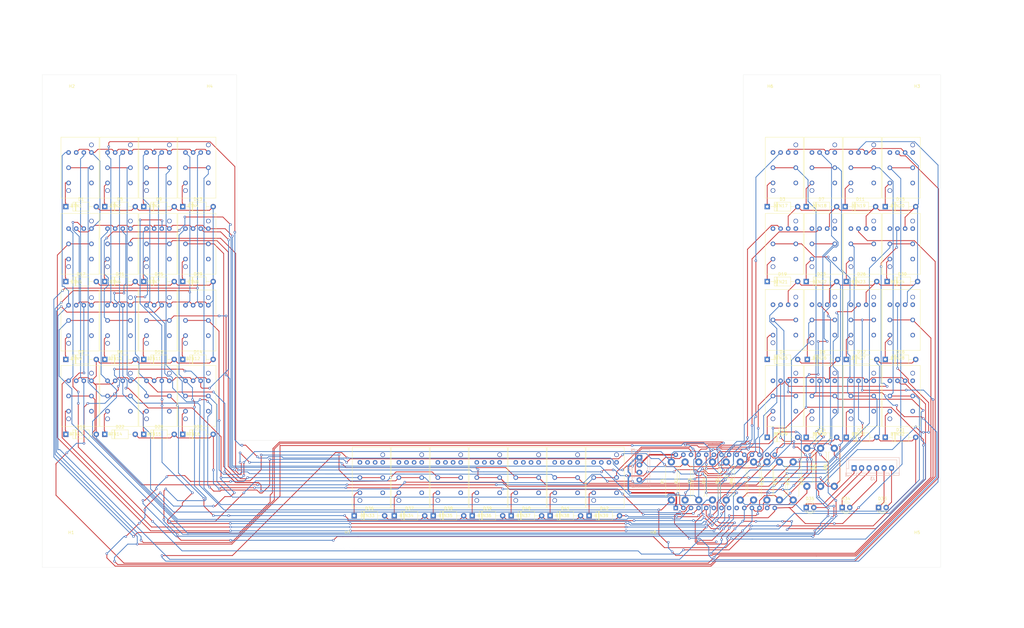
<source format=kicad_pcb>
(kicad_pcb (version 20171130) (host pcbnew 5.1.5-52549c5~84~ubuntu18.04.1)
  (layers (0 F.Cu signal) (31 B.Cu signal) (34 B.Paste user) (35 F.Paste user) (36 B.SilkS user) (37 F.SilkS user) (38 B.Mask user) (39 F.Mask user) (44 Edge.Cuts user))
  (net 0 "")
  (net 1 "Net-(BTN2-Pad3)")
  (net 2 "Net-(BTN2-Pad2)")
  (net 3 "Net-(BTN3-Pad3)")
  (net 4 "Net-(BTN3-Pad2)")
  (net 5 "Net-(BTN4-Pad3)")
  (net 6 "Net-(BTN4-Pad2)")
  (net 7 "Net-(BTN5-Pad3)")
  (net 8 "Net-(BTN5-Pad2)")
  (net 9 "Net-(BTN6-Pad3)")
  (net 10 "Net-(BTN6-Pad2)")
  (net 11 "Net-(BTN7-Pad3)")
  (net 12 "Net-(BTN7-Pad2)")
  (net 13 "Net-(BTN8-Pad3)")
  (net 14 "Net-(BTN8-Pad2)")
  (net 15 "Net-(BTN9-Pad3)")
  (net 16 "Net-(BTN9-Pad2)")
  (net 17 "Net-(BTN10-Pad3)")
  (net 18 "Net-(BTN10-Pad2)")
  (net 19 "Net-(BTN11-Pad3)")
  (net 20 "Net-(BTN11-Pad2)")
  (net 21 "Net-(BTN12-Pad3)")
  (net 22 "Net-(BTN12-Pad2)")
  (net 23 "Net-(BTN13-Pad3)")
  (net 24 "Net-(BTN13-Pad2)")
  (net 25 "Net-(BTN14-Pad3)")
  (net 26 "Net-(BTN14-Pad2)")
  (net 27 "Net-(BTN15-Pad3)")
  (net 28 "Net-(BTN15-Pad2)")
  (net 29 "Net-(BTN16-Pad3)")
  (net 30 "Net-(BTN16-Pad2)")
  (net 31 "Net-(BTN17-Pad3)")
  (net 32 "Net-(BTN17-Pad2)")
  (net 33 "Net-(BTN18-Pad3)")
  (net 34 "Net-(BTN18-Pad2)")
  (net 35 "Net-(BTN19-Pad3)")
  (net 36 "Net-(BTN19-Pad2)")
  (net 37 "Net-(BTN20-Pad3)")
  (net 38 "Net-(BTN20-Pad2)")
  (net 39 "Net-(BTN21-Pad3)")
  (net 40 "Net-(BTN21-Pad2)")
  (net 41 "Net-(BTN22-Pad3)")
  (net 42 "Net-(BTN22-Pad2)")
  (net 43 "Net-(BTN23-Pad3)")
  (net 44 "Net-(BTN23-Pad2)")
  (net 45 "Net-(BTN24-Pad3)")
  (net 46 "Net-(BTN24-Pad2)")
  (net 47 "Net-(BTN25-Pad3)")
  (net 48 "Net-(BTN25-Pad2)")
  (net 49 "Net-(BTN26-Pad3)")
  (net 50 "Net-(BTN26-Pad2)")
  (net 51 "Net-(BTN27-Pad3)")
  (net 52 "Net-(BTN27-Pad2)")
  (net 53 "Net-(BTN28-Pad3)")
  (net 54 "Net-(BTN28-Pad2)")
  (net 55 "Net-(BTN29-Pad3)")
  (net 56 "Net-(BTN29-Pad2)")
  (net 57 "Net-(BTN30-Pad3)")
  (net 58 "Net-(BTN30-Pad2)")
  (net 59 "Net-(BTN31-Pad3)")
  (net 60 "Net-(BTN31-Pad2)")
  (net 61 "Net-(BTN32-Pad3)")
  (net 62 "Net-(BTN32-Pad2)")
  (net 63 "Net-(BTN1-Pad3)")
  (net 64 "Net-(BTN1-Pad2)")
  (net 65 /I2C_SDA)
  (net 66 /I2C_SCL)
  (net 67 VCC)
  (net 68 GND)
  (net 69 /COM1)
  (net 70 /COM2)
  (net 71 /COM3)
  (net 72 "Net-(D33-Pad2)")
  (net 73 "Net-(D33-Pad1)")
  (net 74 "Net-(D34-Pad2)")
  (net 75 "Net-(D34-Pad1)")
  (net 76 "Net-(D35-Pad2)")
  (net 77 "Net-(D35-Pad1)")
  (net 78 /COM0)
  (net 79 /ROW3)
  (net 80 /ROW4)
  (net 81 /ROW5)
  (net 82 /ROW6)
  (net 83 /ROW7)
  (net 84 /ROW8)
  (net 85 /ROW9)
  (net 86 /ROW10)
  (net 87 /ROW11)
  (net 88 /ROW12)
  (net 89 /ROW13)
  (net 90 /ROW14)
  (net 91 /ROW15)
  (net 92 "Net-(BTN33-Pad3)")
  (net 93 "Net-(BTN33-Pad2)")
  (net 94 "Net-(BTN33-Pad6)")
  (net 95 "Net-(BTN33-Pad5)")
  (net 96 "Net-(BTN34-Pad3)")
  (net 97 "Net-(BTN34-Pad2)")
  (net 98 "Net-(BTN34-Pad6)")
  (net 99 "Net-(BTN34-Pad5)")
  (net 100 "Net-(BTN35-Pad3)")
  (net 101 "Net-(BTN35-Pad2)")
  (net 102 "Net-(BTN35-Pad6)")
  (net 103 "Net-(BTN35-Pad5)")
  (net 104 "Net-(BTN36-Pad3)")
  (net 105 "Net-(BTN36-Pad2)")
  (net 106 "Net-(BTN36-Pad6)")
  (net 107 "Net-(BTN36-Pad5)")
  (net 108 "Net-(BTN37-Pad3)")
  (net 109 "Net-(BTN37-Pad2)")
  (net 110 "Net-(BTN37-Pad6)")
  (net 111 "Net-(BTN37-Pad5)")
  (net 112 "Net-(BTN38-Pad3)")
  (net 113 "Net-(BTN38-Pad2)")
  (net 114 "Net-(BTN38-Pad6)")
  (net 115 "Net-(BTN38-Pad5)")
  (net 116 "Net-(BTN39-Pad3)")
  (net 117 "Net-(BTN39-Pad2)")
  (net 118 "Net-(BTN39-Pad6)")
  (net 119 "Net-(BTN39-Pad5)")
  (net 120 /ROW0)
  (net 121 /ROW1)
  (net 122 /ROW2)
  (net 123 "Net-(J2-Pad9)")
  (net 124 "Net-(J2-Pad8)")
  (net 125 "Net-(J2-Pad7)")
  (net 126 "Net-(J2-Pad6)")
  (net 127 /ROW3_BTN)
  (net 128 /ROW4_BTN)
  (net 129 /ROW5_BTN)
  (net 130 /ROW6_BTN)
  (net 131 /ROW7_BTN)
  (net 132 /ROW8_BTN)
  (net 133 /ROW9_BTN)
  (net 134 /ROW10_BTN)
  (net 135 /ROW11_BTN)
  (net 136 /ROW12_BTN)
  (net 137 /ROW13_BTN)
  (net 138 /ROW14_BTN)
  (net 139 /ROW15_BTN)
  (module btn_pb86:PB86 (layer F.Cu) (at 59 184.22)
    (fp_text reference BTN13 (at -2.54 12.7) (layer F.SilkS))
    (fp_text value PB86-A2)
    (pad "" np_thru_hole circle (at -5.08 7.62) (size 1.524 1.524) (drill 1.1) (layers *.Cu *.Mask))
    (pad 3 thru_hole circle (at 2.54 5.08) (size 1.524 1.524) (drill 0.9) (layers *.Cu *.Mask) (net 23 "Net-(BTN13-Pad3)"))
    (pad 2 thru_hole circle (at -5.08 5.08) (size 1.524 1.524) (drill 0.9) (layers *.Cu *.Mask) (net 24 "Net-(BTN13-Pad2)"))
    (pad 1 thru_hole circle (at -5.08 0) (size 1.524 1.524) (drill 0.9) (layers *.Cu *.Mask) (net 139 /ROW15_BTN))
    (pad 1 thru_hole circle (at 2.54 0) (size 1.524 1.524) (drill 0.9) (layers *.Cu *.Mask) (net 139 /ROW15_BTN))
    (pad "" np_thru_hole circle (at 2.54 -7.62) (size 1.524 1.524) (drill 1.1) (layers *.Cu *.Mask))
    (pad 7 thru_hole circle (at 2.54 -5.08) (size 1.524 1.524) (drill 0.762) (layers *.Cu *.Mask) (net 69 /COM1))
    (pad 6 thru_hole circle (at 0 -5.08) (size 1.524 1.524) (drill 0.762) (layers *.Cu *.Mask) (net 85 /ROW9))
    (pad 5 thru_hole circle (at -2.54 -5.08) (size 1.524 1.524) (drill 0.762) (layers *.Cu *.Mask) (net 69 /COM1))
    (pad 4 thru_hole circle (at -5.08 -5.08) (size 1.524 1.524) (drill 0.762) (layers *.Cu *.Mask) (net 84 /ROW8))
  )
  (module btn_pb86:PB86 (layer F.Cu) (at 320 184.22)
    (fp_text reference BTN31 (at -2.54 12.7) (layer F.SilkS))
    (fp_text value PB86-A1)
    (pad "" np_thru_hole circle (at -5.08 7.62) (size 1.524 1.524) (drill 1.1) (layers *.Cu *.Mask))
    (pad 3 thru_hole circle (at 2.54 5.08) (size 1.524 1.524) (drill 0.9) (layers *.Cu *.Mask) (net 59 "Net-(BTN31-Pad3)"))
    (pad 2 thru_hole circle (at -5.08 5.08) (size 1.524 1.524) (drill 0.9) (layers *.Cu *.Mask) (net 60 "Net-(BTN31-Pad2)"))
    (pad 1 thru_hole circle (at -5.08 0) (size 1.524 1.524) (drill 0.9) (layers *.Cu *.Mask) (net 131 /ROW7_BTN))
    (pad 1 thru_hole circle (at 2.54 0) (size 1.524 1.524) (drill 0.9) (layers *.Cu *.Mask) (net 131 /ROW7_BTN))
    (pad "" np_thru_hole circle (at 2.54 -7.62) (size 1.524 1.524) (drill 1.1) (layers *.Cu *.Mask))
    (pad 7 thru_hole circle (at 2.54 -5.08) (size 1.524 1.524) (drill 0.762) (layers *.Cu *.Mask))
    (pad 6 thru_hole circle (at 0 -5.08) (size 1.524 1.524) (drill 0.762) (layers *.Cu *.Mask) (net 70 /COM2))
    (pad 5 thru_hole circle (at -2.54 -5.08) (size 1.524 1.524) (drill 0.762) (layers *.Cu *.Mask) (net 90 /ROW14))
    (pad 4 thru_hole circle (at -5.08 -5.08) (size 1.524 1.524) (drill 0.762) (layers *.Cu *.Mask))
  )
  (module btn_pb86:PB86 (layer F.Cu) (at 59 108)
    (fp_text reference BTN1 (at -2.54 12.7) (layer F.SilkS))
    (fp_text value PB86-A2)
    (pad "" np_thru_hole circle (at -5.08 7.62) (size 1.524 1.524) (drill 1.1) (layers *.Cu *.Mask))
    (pad 3 thru_hole circle (at 2.54 5.08) (size 1.524 1.524) (drill 0.9) (layers *.Cu *.Mask) (net 63 "Net-(BTN1-Pad3)"))
    (pad 2 thru_hole circle (at -5.08 5.08) (size 1.524 1.524) (drill 0.9) (layers *.Cu *.Mask) (net 64 "Net-(BTN1-Pad2)"))
    (pad 1 thru_hole circle (at -5.08 0) (size 1.524 1.524) (drill 0.9) (layers *.Cu *.Mask) (net 127 /ROW3_BTN))
    (pad 1 thru_hole circle (at 2.54 0) (size 1.524 1.524) (drill 0.9) (layers *.Cu *.Mask) (net 127 /ROW3_BTN))
    (pad "" np_thru_hole circle (at 2.54 -7.62) (size 1.524 1.524) (drill 1.1) (layers *.Cu *.Mask))
    (pad 7 thru_hole circle (at 2.54 -5.08) (size 1.524 1.524) (drill 0.762) (layers *.Cu *.Mask) (net 78 /COM0))
    (pad 6 thru_hole circle (at 0 -5.08) (size 1.524 1.524) (drill 0.762) (layers *.Cu *.Mask) (net 121 /ROW1))
    (pad 5 thru_hole circle (at -2.54 -5.08) (size 1.524 1.524) (drill 0.762) (layers *.Cu *.Mask) (net 78 /COM0))
    (pad 4 thru_hole circle (at -5.08 -5.08) (size 1.524 1.524) (drill 0.762) (layers *.Cu *.Mask) (net 120 /ROW0))
  )
  (module Resistor_THT:R_Axial_DIN0411_L9.9mm_D3.6mm_P12.70mm_Horizontal (layer F.Cu) (at 264.16 218.948 90)
    (fp_text reference R3 (at 6.35 -2.92 90) (layer F.SilkS))
    (fp_text value 39k)
    (pad 2 thru_hole oval (at 12.7 0 90) (size 2.4 2.4) (drill 1.2) (layers *.Cu *.Mask) (net 81 /ROW5))
    (pad 1 thru_hole circle (at 0 0 90) (size 2.4 2.4) (drill 1.2) (layers *.Cu *.Mask) (net 129 /ROW5_BTN))
  )
  (module Package_DIP:DIP-28_W20,32mm (layer F.Cu) (at 273 211.455 90)
    (fp_text reference J2 (at 0 0.5 90) (layer F.SilkS))
    (fp_text value HT16K33)
    (pad 28 thru_hole circle (at 7.62 -16.51 90) (size 1.524 1.524) (drill 0.762) (layers *.Cu *.Mask) (net 67 VCC))
    (pad 27 thru_hole circle (at 7.62 -13.97 90) (size 1.524 1.524) (drill 0.762) (layers *.Cu *.Mask) (net 65 /I2C_SDA))
    (pad 26 thru_hole circle (at 7.62 -11.43 90) (size 1.524 1.524) (drill 0.762) (layers *.Cu *.Mask) (net 66 /I2C_SCL))
    (pad 25 thru_hole circle (at 7.62 -8.89 90) (size 1.524 1.524) (drill 0.762) (layers *.Cu *.Mask) (net 120 /ROW0))
    (pad 24 thru_hole circle (at 7.62 -6.35 90) (size 1.524 1.524) (drill 0.762) (layers *.Cu *.Mask) (net 121 /ROW1))
    (pad 23 thru_hole circle (at 7.62 -3.81 90) (size 1.524 1.524) (drill 0.762) (layers *.Cu *.Mask) (net 122 /ROW2))
    (pad 22 thru_hole circle (at 7.62 -1.27 90) (size 1.524 1.524) (drill 0.762) (layers *.Cu *.Mask) (net 79 /ROW3))
    (pad 21 thru_hole circle (at 7.62 1.27 90) (size 1.524 1.524) (drill 0.762) (layers *.Cu *.Mask) (net 80 /ROW4))
    (pad 20 thru_hole circle (at 7.62 3.81 90) (size 1.524 1.524) (drill 0.762) (layers *.Cu *.Mask) (net 81 /ROW5))
    (pad 19 thru_hole circle (at 7.62 6.35 90) (size 1.524 1.524) (drill 0.762) (layers *.Cu *.Mask) (net 82 /ROW6))
    (pad 18 thru_hole circle (at 7.62 8.89 90) (size 1.524 1.524) (drill 0.762) (layers *.Cu *.Mask) (net 83 /ROW7))
    (pad 17 thru_hole circle (at 7.62 11.43 90) (size 1.524 1.524) (drill 0.762) (layers *.Cu *.Mask) (net 84 /ROW8))
    (pad 16 thru_hole circle (at 7.62 13.97 90) (size 1.524 1.524) (drill 0.762) (layers *.Cu *.Mask) (net 85 /ROW9))
    (pad 15 thru_hole circle (at 7.62 16.51 90) (size 1.524 1.524) (drill 0.762) (layers *.Cu *.Mask) (net 86 /ROW10))
    (pad 14 thru_hole circle (at -10.16 16.51 90) (size 1.524 1.524) (drill 0.762) (layers *.Cu *.Mask) (net 87 /ROW11))
    (pad 13 thru_hole circle (at -10.16 13.97 90) (size 1.524 1.524) (drill 0.762) (layers *.Cu *.Mask) (net 88 /ROW12))
    (pad 12 thru_hole circle (at -10.16 11.43 90) (size 1.524 1.524) (drill 0.762) (layers *.Cu *.Mask) (net 89 /ROW13))
    (pad 11 thru_hole circle (at -10.16 8.89 90) (size 1.524 1.524) (drill 0.762) (layers *.Cu *.Mask) (net 90 /ROW14))
    (pad 10 thru_hole circle (at -10.16 6.35 90) (size 1.524 1.524) (drill 0.762) (layers *.Cu *.Mask) (net 91 /ROW15))
    (pad 9 thru_hole circle (at -10.16 3.81 90) (size 1.524 1.524) (drill 0.762) (layers *.Cu *.Mask) (net 123 "Net-(J2-Pad9)"))
    (pad 8 thru_hole circle (at -10.16 1.27 90) (size 1.524 1.524) (drill 0.762) (layers *.Cu *.Mask) (net 124 "Net-(J2-Pad8)"))
    (pad 7 thru_hole circle (at -10.16 -1.27 90) (size 1.524 1.524) (drill 0.762) (layers *.Cu *.Mask) (net 125 "Net-(J2-Pad7)"))
    (pad 6 thru_hole circle (at -10.16 -3.81 90) (size 1.524 1.524) (drill 0.762) (layers *.Cu *.Mask) (net 126 "Net-(J2-Pad6)"))
    (pad 5 thru_hole circle (at -10.16 -6.35 90) (size 1.524 1.524) (drill 0.762) (layers *.Cu *.Mask) (net 71 /COM3))
    (pad 4 thru_hole circle (at -10.16 -8.89 90) (size 1.524 1.524) (drill 0.762) (layers *.Cu *.Mask) (net 70 /COM2))
    (pad 3 thru_hole circle (at -10.16 -11.43 90) (size 1.524 1.524) (drill 0.762) (layers *.Cu *.Mask) (net 69 /COM1))
    (pad 2 thru_hole circle (at -10.16 -13.97 90) (size 1.524 1.524) (drill 0.762) (layers *.Cu *.Mask) (net 78 /COM0))
    (pad 1 thru_hole rect (at -10.16 -16.51 90) (size 1.524 1.524) (drill 0.762) (layers *.Cu *.Mask) (net 68 GND))
  )
  (module MountingHole:MountingHole_3.2mm_M3 (layer F.Cu) (at 249 234)
    (fp_text reference H8 (at 0 -4.2) (layer F.SilkS))
    (fp_text value MountingHole)
    (pad 1 np_thru_hole circle (at 0 0) (size 3.2 3.2) (drill 3.2) (layers *.Cu *.Mask))
  )
  (module MountingHole:MountingHole_3.2mm_M3 (layer F.Cu) (at 147 234)
    (fp_text reference H7 (at 0 -4.2) (layer F.SilkS))
    (fp_text value MountingHole)
    (pad 1 np_thru_hole circle (at 0 0) (size 3.2 3.2) (drill 3.2) (layers *.Cu *.Mask))
  )
  (module MountingHole:MountingHole_3.2mm_M3 (layer F.Cu) (at 288 85)
    (fp_text reference H6 (at 0 -4.2) (layer F.SilkS))
    (fp_text value MountingHole)
    (pad 1 np_thru_hole circle (at 0 0) (size 3.2 3.2) (drill 3.2) (layers *.Cu *.Mask))
  )
  (module MountingHole:MountingHole_3.2mm_M3 (layer F.Cu) (at 337 234)
    (fp_text reference H5 (at 0 -4.2) (layer F.SilkS))
    (fp_text value MountingHole)
    (pad 1 np_thru_hole circle (at 0 0) (size 3.2 3.2) (drill 3.2) (layers *.Cu *.Mask))
  )
  (module MountingHole:MountingHole_3.2mm_M3 (layer F.Cu) (at 101 85)
    (fp_text reference H4 (at 0 -4.2) (layer F.SilkS))
    (fp_text value MountingHole)
    (pad 1 np_thru_hole circle (at 0 0) (size 3.2 3.2) (drill 3.2) (layers *.Cu *.Mask))
  )
  (module MountingHole:MountingHole_3.2mm_M3 (layer F.Cu) (at 337 85)
    (fp_text reference H3 (at 0 -4.2) (layer F.SilkS))
    (fp_text value MountingHole)
    (pad 1 np_thru_hole circle (at 0 0) (size 3.2 3.2) (drill 3.2) (layers *.Cu *.Mask))
  )
  (module MountingHole:MountingHole_3.2mm_M3 (layer F.Cu) (at 55 85)
    (fp_text reference H2 (at 0 -4.2) (layer F.SilkS))
    (fp_text value MountingHole)
    (pad 1 np_thru_hole circle (at 0 0) (size 3.2 3.2) (drill 3.2) (layers *.Cu *.Mask))
  )
  (module MountingHole:MountingHole_3.2mm_M3 (layer F.Cu) (at 54.752 234)
    (fp_text reference H1 (at 0 -4.2) (layer F.SilkS))
    (fp_text value MountingHole)
    (pad 1 np_thru_hole circle (at 0 0) (size 3.2 3.2) (drill 3.2) (layers *.Cu *.Mask))
  )
  (module btn_pb86:PB86 (layer F.Cu) (at 333 133.42)
    (fp_text reference BTN24 (at -2.54 12.7) (layer F.SilkS))
    (fp_text value PB86-A1)
    (pad "" np_thru_hole circle (at -5.08 7.62) (size 1.524 1.524) (drill 1.1) (layers *.Cu *.Mask))
    (pad 3 thru_hole circle (at 2.54 5.08) (size 1.524 1.524) (drill 0.9) (layers *.Cu *.Mask) (net 45 "Net-(BTN24-Pad3)"))
    (pad 2 thru_hole circle (at -5.08 5.08) (size 1.524 1.524) (drill 0.9) (layers *.Cu *.Mask) (net 46 "Net-(BTN24-Pad2)"))
    (pad 1 thru_hole circle (at -5.08 0) (size 1.524 1.524) (drill 0.9) (layers *.Cu *.Mask) (net 137 /ROW13_BTN))
    (pad 1 thru_hole circle (at 2.54 0) (size 1.524 1.524) (drill 0.9) (layers *.Cu *.Mask) (net 137 /ROW13_BTN))
    (pad "" np_thru_hole circle (at 2.54 -7.62) (size 1.524 1.524) (drill 1.1) (layers *.Cu *.Mask))
    (pad 7 thru_hole circle (at 2.54 -5.08) (size 1.524 1.524) (drill 0.762) (layers *.Cu *.Mask))
    (pad 6 thru_hole circle (at 0 -5.08) (size 1.524 1.524) (drill 0.762) (layers *.Cu *.Mask) (net 70 /COM2))
    (pad 5 thru_hole circle (at -2.54 -5.08) (size 1.524 1.524) (drill 0.762) (layers *.Cu *.Mask) (net 83 /ROW7))
    (pad 4 thru_hole circle (at -5.08 -5.08) (size 1.524 1.524) (drill 0.762) (layers *.Cu *.Mask))
  )
  (module btn_pb86:PB86 (layer F.Cu) (at 307 108)
    (fp_text reference BTN18 (at -2.54 12.7) (layer F.SilkS))
    (fp_text value PB86-A1)
    (pad "" np_thru_hole circle (at -5.08 7.62) (size 1.524 1.524) (drill 1.1) (layers *.Cu *.Mask))
    (pad 3 thru_hole circle (at 2.54 5.08) (size 1.524 1.524) (drill 0.9) (layers *.Cu *.Mask) (net 33 "Net-(BTN18-Pad3)"))
    (pad 2 thru_hole circle (at -5.08 5.08) (size 1.524 1.524) (drill 0.9) (layers *.Cu *.Mask) (net 34 "Net-(BTN18-Pad2)"))
    (pad 1 thru_hole circle (at -5.08 0) (size 1.524 1.524) (drill 0.9) (layers *.Cu *.Mask) (net 131 /ROW7_BTN))
    (pad 1 thru_hole circle (at 2.54 0) (size 1.524 1.524) (drill 0.9) (layers *.Cu *.Mask) (net 131 /ROW7_BTN))
    (pad "" np_thru_hole circle (at 2.54 -7.62) (size 1.524 1.524) (drill 1.1) (layers *.Cu *.Mask))
    (pad 7 thru_hole circle (at 2.54 -5.08) (size 1.524 1.524) (drill 0.762) (layers *.Cu *.Mask))
    (pad 6 thru_hole circle (at 0 -5.08) (size 1.524 1.524) (drill 0.762) (layers *.Cu *.Mask) (net 70 /COM2))
    (pad 5 thru_hole circle (at -2.54 -5.08) (size 1.524 1.524) (drill 0.762) (layers *.Cu *.Mask) (net 121 /ROW1))
    (pad 4 thru_hole circle (at -5.08 -5.08) (size 1.524 1.524) (drill 0.762) (layers *.Cu *.Mask))
  )
  (module btn_pb86:PB86 (layer F.Cu) (at 320 133.42)
    (fp_text reference BTN23 (at -2.54 12.7) (layer F.SilkS))
    (fp_text value PB86-A1)
    (pad "" np_thru_hole circle (at -5.08 7.62) (size 1.524 1.524) (drill 1.1) (layers *.Cu *.Mask))
    (pad 3 thru_hole circle (at 2.54 5.08) (size 1.524 1.524) (drill 0.9) (layers *.Cu *.Mask) (net 43 "Net-(BTN23-Pad3)"))
    (pad 2 thru_hole circle (at -5.08 5.08) (size 1.524 1.524) (drill 0.9) (layers *.Cu *.Mask) (net 44 "Net-(BTN23-Pad2)"))
    (pad 1 thru_hole circle (at -5.08 0) (size 1.524 1.524) (drill 0.9) (layers *.Cu *.Mask) (net 136 /ROW12_BTN))
    (pad 1 thru_hole circle (at 2.54 0) (size 1.524 1.524) (drill 0.9) (layers *.Cu *.Mask) (net 136 /ROW12_BTN))
    (pad "" np_thru_hole circle (at 2.54 -7.62) (size 1.524 1.524) (drill 1.1) (layers *.Cu *.Mask))
    (pad 7 thru_hole circle (at 2.54 -5.08) (size 1.524 1.524) (drill 0.762) (layers *.Cu *.Mask))
    (pad 6 thru_hole circle (at 0 -5.08) (size 1.524 1.524) (drill 0.762) (layers *.Cu *.Mask) (net 70 /COM2))
    (pad 5 thru_hole circle (at -2.54 -5.08) (size 1.524 1.524) (drill 0.762) (layers *.Cu *.Mask) (net 82 /ROW6))
    (pad 4 thru_hole circle (at -5.08 -5.08) (size 1.524 1.524) (drill 0.762) (layers *.Cu *.Mask))
  )
  (module LED_THT:LED_D3.0mm (layer F.Cu) (at 324.14 221.46)
    (fp_text reference D33 (at 1.27 -2.96) (layer F.SilkS))
    (fp_text value LED)
    (pad 2 thru_hole circle (at 2.54 0) (size 1.8 1.8) (drill 0.9) (layers *.Cu *.Mask) (net 72 "Net-(D33-Pad2)"))
    (pad 1 thru_hole rect (at 0 0) (size 1.8 1.8) (drill 0.9) (layers *.Cu *.Mask) (net 73 "Net-(D33-Pad1)"))
  )
  (module Resistor_THT:R_Axial_DIN0411_L9.9mm_D3.6mm_P12.70mm_Horizontal (layer F.Cu) (at 268.732 218.948 90)
    (fp_text reference R4 (at 6.35 -2.92 90) (layer F.SilkS))
    (fp_text value 39k)
    (pad 2 thru_hole oval (at 12.7 0 90) (size 2.4 2.4) (drill 1.2) (layers *.Cu *.Mask) (net 82 /ROW6))
    (pad 1 thru_hole circle (at 0 0 90) (size 2.4 2.4) (drill 1.2) (layers *.Cu *.Mask) (net 130 /ROW6_BTN))
  )
  (module Resistor_THT:R_Axial_DIN0411_L9.9mm_D3.6mm_P12.70mm_Horizontal (layer F.Cu) (at 282.448 206.248 270)
    (fp_text reference R13 (at 6.35 -2.92 90) (layer F.SilkS))
    (fp_text value 39k)
    (pad 2 thru_hole oval (at 12.7 0 270) (size 2.4 2.4) (drill 1.2) (layers *.Cu *.Mask) (net 91 /ROW15))
    (pad 1 thru_hole circle (at 0 0 270) (size 2.4 2.4) (drill 1.2) (layers *.Cu *.Mask) (net 139 /ROW15_BTN))
  )
  (module Resistor_THT:R_Axial_DIN0411_L9.9mm_D3.6mm_P12.70mm_Horizontal (layer F.Cu) (at 286.893 206.248 270)
    (fp_text reference R12 (at 6.35 -2.92 90) (layer F.SilkS))
    (fp_text value 39k)
    (pad 2 thru_hole oval (at 12.7 0 270) (size 2.4 2.4) (drill 1.2) (layers *.Cu *.Mask) (net 90 /ROW14))
    (pad 1 thru_hole circle (at 0 0 270) (size 2.4 2.4) (drill 1.2) (layers *.Cu *.Mask) (net 138 /ROW14_BTN))
  )
  (module Resistor_THT:R_Axial_DIN0411_L9.9mm_D3.6mm_P12.70mm_Horizontal (layer F.Cu) (at 291.084 206.248 270)
    (fp_text reference R11 (at 6.35 -2.92 90) (layer F.SilkS))
    (fp_text value 39k)
    (pad 2 thru_hole oval (at 12.7 0 270) (size 2.4 2.4) (drill 1.2) (layers *.Cu *.Mask) (net 89 /ROW13))
    (pad 1 thru_hole circle (at 0 0 270) (size 2.4 2.4) (drill 1.2) (layers *.Cu *.Mask) (net 137 /ROW13_BTN))
  )
  (module Resistor_THT:R_Axial_DIN0411_L9.9mm_D3.6mm_P12.70mm_Horizontal (layer F.Cu) (at 295.656 206.248 270)
    (fp_text reference R10 (at 6.35 -2.92 90) (layer F.SilkS))
    (fp_text value 39k)
    (pad 2 thru_hole oval (at 12.7 0 270) (size 2.4 2.4) (drill 1.2) (layers *.Cu *.Mask) (net 88 /ROW12))
    (pad 1 thru_hole circle (at 0 0 270) (size 2.4 2.4) (drill 1.2) (layers *.Cu *.Mask) (net 136 /ROW12_BTN))
  )
  (module btn_pb86:PB86 (layer F.Cu) (at 333 108.02)
    (fp_text reference BTN20 (at -2.54 12.7) (layer F.SilkS))
    (fp_text value PB86-A1)
    (pad "" np_thru_hole circle (at -5.08 7.62) (size 1.524 1.524) (drill 1.1) (layers *.Cu *.Mask))
    (pad 3 thru_hole circle (at 2.54 5.08) (size 1.524 1.524) (drill 0.9) (layers *.Cu *.Mask) (net 37 "Net-(BTN20-Pad3)"))
    (pad 2 thru_hole circle (at -5.08 5.08) (size 1.524 1.524) (drill 0.9) (layers *.Cu *.Mask) (net 38 "Net-(BTN20-Pad2)"))
    (pad 1 thru_hole circle (at -5.08 0) (size 1.524 1.524) (drill 0.9) (layers *.Cu *.Mask) (net 133 /ROW9_BTN))
    (pad 1 thru_hole circle (at 2.54 0) (size 1.524 1.524) (drill 0.9) (layers *.Cu *.Mask) (net 133 /ROW9_BTN))
    (pad "" np_thru_hole circle (at 2.54 -7.62) (size 1.524 1.524) (drill 1.1) (layers *.Cu *.Mask))
    (pad 7 thru_hole circle (at 2.54 -5.08) (size 1.524 1.524) (drill 0.762) (layers *.Cu *.Mask))
    (pad 6 thru_hole circle (at 0 -5.08) (size 1.524 1.524) (drill 0.762) (layers *.Cu *.Mask) (net 70 /COM2))
    (pad 5 thru_hole circle (at -2.54 -5.08) (size 1.524 1.524) (drill 0.762) (layers *.Cu *.Mask) (net 79 /ROW3))
    (pad 4 thru_hole circle (at -5.08 -5.08) (size 1.524 1.524) (drill 0.762) (layers *.Cu *.Mask))
  )
  (module btn_pb86:PB86 (layer F.Cu) (at 156.19 211.46)
    (fp_text reference BTN33 (at -2.54 12.7) (layer F.SilkS))
    (fp_text value PB86-A1)
    (pad "" np_thru_hole circle (at -5.08 7.62) (size 1.524 1.524) (drill 1.1) (layers *.Cu *.Mask))
    (pad 3 thru_hole circle (at 2.54 5.08) (size 1.524 1.524) (drill 0.9) (layers *.Cu *.Mask) (net 92 "Net-(BTN33-Pad3)"))
    (pad 2 thru_hole circle (at -5.08 5.08) (size 1.524 1.524) (drill 0.9) (layers *.Cu *.Mask) (net 93 "Net-(BTN33-Pad2)"))
    (pad 1 thru_hole circle (at -5.08 0) (size 1.524 1.524) (drill 0.9) (layers *.Cu *.Mask) (net 133 /ROW9_BTN))
    (pad 1 thru_hole circle (at 2.54 0) (size 1.524 1.524) (drill 0.9) (layers *.Cu *.Mask) (net 133 /ROW9_BTN))
    (pad "" np_thru_hole circle (at 2.54 -7.62) (size 1.524 1.524) (drill 1.1) (layers *.Cu *.Mask))
    (pad 7 thru_hole circle (at 2.54 -5.08) (size 1.524 1.524) (drill 0.762) (layers *.Cu *.Mask))
    (pad 6 thru_hole circle (at 0 -5.08) (size 1.524 1.524) (drill 0.762) (layers *.Cu *.Mask) (net 94 "Net-(BTN33-Pad6)"))
    (pad 5 thru_hole circle (at -2.54 -5.08) (size 1.524 1.524) (drill 0.762) (layers *.Cu *.Mask) (net 95 "Net-(BTN33-Pad5)"))
    (pad 4 thru_hole circle (at -5.08 -5.08) (size 1.524 1.524) (drill 0.762) (layers *.Cu *.Mask))
  )
  (module btn_pb86:PB86 (layer F.Cu) (at 169.19 211.46)
    (fp_text reference BTN34 (at -2.54 12.7) (layer F.SilkS))
    (fp_text value PB86-A1)
    (pad "" np_thru_hole circle (at -5.08 7.62) (size 1.524 1.524) (drill 1.1) (layers *.Cu *.Mask))
    (pad 3 thru_hole circle (at 2.54 5.08) (size 1.524 1.524) (drill 0.9) (layers *.Cu *.Mask) (net 96 "Net-(BTN34-Pad3)"))
    (pad 2 thru_hole circle (at -5.08 5.08) (size 1.524 1.524) (drill 0.9) (layers *.Cu *.Mask) (net 97 "Net-(BTN34-Pad2)"))
    (pad 1 thru_hole circle (at -5.08 0) (size 1.524 1.524) (drill 0.9) (layers *.Cu *.Mask) (net 134 /ROW10_BTN))
    (pad 1 thru_hole circle (at 2.54 0) (size 1.524 1.524) (drill 0.9) (layers *.Cu *.Mask) (net 134 /ROW10_BTN))
    (pad "" np_thru_hole circle (at 2.54 -7.62) (size 1.524 1.524) (drill 1.1) (layers *.Cu *.Mask))
    (pad 7 thru_hole circle (at 2.54 -5.08) (size 1.524 1.524) (drill 0.762) (layers *.Cu *.Mask))
    (pad 6 thru_hole circle (at 0 -5.08) (size 1.524 1.524) (drill 0.762) (layers *.Cu *.Mask) (net 98 "Net-(BTN34-Pad6)"))
    (pad 5 thru_hole circle (at -2.54 -5.08) (size 1.524 1.524) (drill 0.762) (layers *.Cu *.Mask) (net 99 "Net-(BTN34-Pad5)"))
    (pad 4 thru_hole circle (at -5.08 -5.08) (size 1.524 1.524) (drill 0.762) (layers *.Cu *.Mask))
  )
  (module Resistor_THT:R_Axial_DIN0411_L9.9mm_D3.6mm_P12.70mm_Horizontal (layer F.Cu) (at 300.228 201.676 270)
    (fp_text reference R9 (at 6.35 -2.92 90) (layer F.SilkS))
    (fp_text value 39k)
    (pad 2 thru_hole oval (at 12.7 0 270) (size 2.4 2.4) (drill 1.2) (layers *.Cu *.Mask) (net 87 /ROW11))
    (pad 1 thru_hole circle (at 0 0 270) (size 2.4 2.4) (drill 1.2) (layers *.Cu *.Mask) (net 135 /ROW11_BTN))
  )
  (module Resistor_THT:R_Axial_DIN0411_L9.9mm_D3.6mm_P12.70mm_Horizontal (layer F.Cu) (at 309.372 214.376 90)
    (fp_text reference R8 (at 6.35 -2.92 90) (layer F.SilkS))
    (fp_text value 39k)
    (pad 2 thru_hole oval (at 12.7 0 90) (size 2.4 2.4) (drill 1.2) (layers *.Cu *.Mask) (net 86 /ROW10))
    (pad 1 thru_hole circle (at 0 0 90) (size 2.4 2.4) (drill 1.2) (layers *.Cu *.Mask) (net 134 /ROW10_BTN))
  )
  (module Resistor_THT:R_Axial_DIN0411_L9.9mm_D3.6mm_P12.70mm_Horizontal (layer F.Cu) (at 304.8 214.376 90)
    (fp_text reference R7 (at 6.35 -2.92 90) (layer F.SilkS))
    (fp_text value 39k)
    (pad 2 thru_hole oval (at 12.7 0 90) (size 2.4 2.4) (drill 1.2) (layers *.Cu *.Mask) (net 85 /ROW9))
    (pad 1 thru_hole circle (at 0 0 90) (size 2.4 2.4) (drill 1.2) (layers *.Cu *.Mask) (net 133 /ROW9_BTN))
  )
  (module Resistor_THT:R_Axial_DIN0411_L9.9mm_D3.6mm_P12.70mm_Horizontal (layer F.Cu) (at 278.003 218.948 90)
    (fp_text reference R6 (at 6.35 -2.92 90) (layer F.SilkS))
    (fp_text value 39k)
    (pad 2 thru_hole oval (at 12.7 0 90) (size 2.4 2.4) (drill 1.2) (layers *.Cu *.Mask) (net 84 /ROW8))
    (pad 1 thru_hole circle (at 0 0 90) (size 2.4 2.4) (drill 1.2) (layers *.Cu *.Mask) (net 132 /ROW8_BTN))
  )
  (module Resistor_THT:R_Axial_DIN0411_L9.9mm_D3.6mm_P12.70mm_Horizontal (layer F.Cu) (at 273.304 218.948 90)
    (fp_text reference R5 (at 6.35 -2.92 90) (layer F.SilkS))
    (fp_text value 39k)
    (pad 2 thru_hole oval (at 12.7 0 90) (size 2.4 2.4) (drill 1.2) (layers *.Cu *.Mask) (net 83 /ROW7))
    (pad 1 thru_hole circle (at 0 0 90) (size 2.4 2.4) (drill 1.2) (layers *.Cu *.Mask) (net 131 /ROW7_BTN))
  )
  (module Resistor_THT:R_Axial_DIN0411_L9.9mm_D3.6mm_P12.70mm_Horizontal (layer F.Cu) (at 259.588 218.948 90)
    (fp_text reference R2 (at 6.35 -2.92 90) (layer F.SilkS))
    (fp_text value 39k)
    (pad 2 thru_hole oval (at 12.7 0 90) (size 2.4 2.4) (drill 1.2) (layers *.Cu *.Mask) (net 80 /ROW4))
    (pad 1 thru_hole circle (at 0 0 90) (size 2.4 2.4) (drill 1.2) (layers *.Cu *.Mask) (net 128 /ROW4_BTN))
  )
  (module Resistor_THT:R_Axial_DIN0411_L9.9mm_D3.6mm_P12.70mm_Horizontal (layer F.Cu) (at 255.016 218.948 90)
    (fp_text reference R1 (at 6.35 -2.92 90) (layer F.SilkS))
    (fp_text value 39k)
    (pad 2 thru_hole oval (at 12.7 0 90) (size 2.4 2.4) (drill 1.2) (layers *.Cu *.Mask) (net 79 /ROW3))
    (pad 1 thru_hole circle (at 0 0 90) (size 2.4 2.4) (drill 1.2) (layers *.Cu *.Mask) (net 127 /ROW3_BTN))
  )
  (module Connector_JST:JST_XH_B6B-XH-A_1x06_P2.50mm_Vertical (layer B.Cu) (at 315.976 208.28)
    (fp_text reference J3 (at 6.25 3.55) (layer B.SilkS) (effects (justify mirror)))
    (fp_text value HEADER_6)
    (pad 6 thru_hole oval (at 12.5 0) (size 1.7 1.95) (drill 0.95) (layers *.Cu *.Mask) (net 72 "Net-(D33-Pad2)"))
    (pad 5 thru_hole oval (at 10 0) (size 1.7 1.95) (drill 0.95) (layers *.Cu *.Mask) (net 73 "Net-(D33-Pad1)"))
    (pad 4 thru_hole oval (at 7.5 0) (size 1.7 1.95) (drill 0.95) (layers *.Cu *.Mask) (net 74 "Net-(D34-Pad2)"))
    (pad 3 thru_hole oval (at 5 0) (size 1.7 1.95) (drill 0.95) (layers *.Cu *.Mask) (net 75 "Net-(D34-Pad1)"))
    (pad 2 thru_hole oval (at 2.5 0) (size 1.7 1.95) (drill 0.95) (layers *.Cu *.Mask) (net 76 "Net-(D35-Pad2)"))
    (pad 1 thru_hole roundrect (at 0 0) (size 1.7 1.95) (drill 0.95) (layers *.Cu *.Mask) (roundrect_rratio 0.147059) (net 77 "Net-(D35-Pad1)"))
  )
  (module Diode_THT:D_A-405_P10.16mm_Horizontal (layer F.Cu) (at 327 146)
    (fp_text reference D30 (at 5.08 -2.47) (layer F.SilkS))
    (fp_text value D)
    (pad 2 thru_hole oval (at 10.16 0) (size 1.8 1.8) (drill 0.9) (layers *.Cu *.Mask) (net 70 /COM2))
    (pad 1 thru_hole rect (at 0 0) (size 1.8 1.8) (drill 0.9) (layers *.Cu *.Mask) (net 46 "Net-(BTN24-Pad2)"))
  )
  (module Diode_THT:D_A-405_P10.16mm_Horizontal (layer F.Cu) (at 227.57 224.19)
    (fp_text reference D42 (at 5.08 -2.47) (layer F.SilkS))
    (fp_text value D)
    (pad 2 thru_hole oval (at 10.16 0) (size 1.8 1.8) (drill 0.9) (layers *.Cu *.Mask) (net 71 /COM3))
    (pad 1 thru_hole rect (at 0 0) (size 1.8 1.8) (drill 0.9) (layers *.Cu *.Mask) (net 117 "Net-(BTN39-Pad2)"))
  )
  (module Diode_THT:D_A-405_P10.16mm_Horizontal (layer F.Cu) (at 214.57 224.19)
    (fp_text reference D41 (at 5.08 -2.47) (layer F.SilkS))
    (fp_text value D)
    (pad 2 thru_hole oval (at 10.16 0) (size 1.8 1.8) (drill 0.9) (layers *.Cu *.Mask) (net 71 /COM3))
    (pad 1 thru_hole rect (at 0 0) (size 1.8 1.8) (drill 0.9) (layers *.Cu *.Mask) (net 113 "Net-(BTN38-Pad2)"))
  )
  (module Diode_THT:D_A-405_P10.16mm_Horizontal (layer F.Cu) (at 201.57 224.19)
    (fp_text reference D40 (at 5.08 -2.47) (layer F.SilkS))
    (fp_text value D)
    (pad 2 thru_hole oval (at 10.16 0) (size 1.8 1.8) (drill 0.9) (layers *.Cu *.Mask) (net 71 /COM3))
    (pad 1 thru_hole rect (at 0 0) (size 1.8 1.8) (drill 0.9) (layers *.Cu *.Mask) (net 109 "Net-(BTN37-Pad2)"))
  )
  (module Diode_THT:D_A-405_P10.16mm_Horizontal (layer F.Cu) (at 188.57 224.19)
    (fp_text reference D39 (at 5.08 -2.47) (layer F.SilkS))
    (fp_text value D)
    (pad 2 thru_hole oval (at 10.16 0) (size 1.8 1.8) (drill 0.9) (layers *.Cu *.Mask) (net 71 /COM3))
    (pad 1 thru_hole rect (at 0 0) (size 1.8 1.8) (drill 0.9) (layers *.Cu *.Mask) (net 105 "Net-(BTN36-Pad2)"))
  )
  (module Diode_THT:D_A-405_P10.16mm_Horizontal (layer F.Cu) (at 175.57 224.19)
    (fp_text reference D38 (at 5.08 -2.47) (layer F.SilkS))
    (fp_text value D)
    (pad 2 thru_hole oval (at 10.16 0) (size 1.8 1.8) (drill 0.9) (layers *.Cu *.Mask) (net 71 /COM3))
    (pad 1 thru_hole rect (at 0 0) (size 1.8 1.8) (drill 0.9) (layers *.Cu *.Mask) (net 101 "Net-(BTN35-Pad2)"))
  )
  (module Diode_THT:D_A-405_P10.16mm_Horizontal (layer F.Cu) (at 162.57 224.19)
    (fp_text reference D37 (at 5.08 -2.47) (layer F.SilkS))
    (fp_text value D)
    (pad 2 thru_hole oval (at 10.16 0) (size 1.8 1.8) (drill 0.9) (layers *.Cu *.Mask) (net 71 /COM3))
    (pad 1 thru_hole rect (at 0 0) (size 1.8 1.8) (drill 0.9) (layers *.Cu *.Mask) (net 97 "Net-(BTN34-Pad2)"))
  )
  (module Diode_THT:D_A-405_P10.16mm_Horizontal (layer F.Cu) (at 149.19 224.19)
    (fp_text reference D36 (at 5.08 -2.47) (layer F.SilkS))
    (fp_text value D)
    (pad 2 thru_hole oval (at 10.16 0) (size 1.8 1.8) (drill 0.9) (layers *.Cu *.Mask) (net 71 /COM3))
    (pad 1 thru_hole rect (at 0 0) (size 1.8 1.8) (drill 0.9) (layers *.Cu *.Mask) (net 93 "Net-(BTN33-Pad2)"))
  )
  (module Diode_THT:D_A-405_P10.16mm_Horizontal (layer F.Cu) (at 92 197)
    (fp_text reference D32 (at 5.08 -2.47) (layer F.SilkS))
    (fp_text value D)
    (pad 2 thru_hole oval (at 10.16 0) (size 1.8 1.8) (drill 0.9) (layers *.Cu *.Mask) (net 70 /COM2))
    (pad 1 thru_hole rect (at 0 0) (size 1.8 1.8) (drill 0.9) (layers *.Cu *.Mask) (net 30 "Net-(BTN16-Pad2)"))
  )
  (module Diode_THT:D_A-405_P10.16mm_Horizontal (layer F.Cu) (at 326.38 198)
    (fp_text reference D31 (at 5.08 -2.47) (layer F.SilkS))
    (fp_text value D)
    (pad 2 thru_hole oval (at 10.16 0) (size 1.8 1.8) (drill 0.9) (layers *.Cu *.Mask) (net 71 /COM3))
    (pad 1 thru_hole rect (at 0 0) (size 1.8 1.8) (drill 0.9) (layers *.Cu *.Mask) (net 62 "Net-(BTN32-Pad2)"))
  )
  (module Diode_THT:D_A-405_P10.16mm_Horizontal (layer F.Cu) (at 92 146)
    (fp_text reference D29 (at 5.08 -2.47) (layer F.SilkS))
    (fp_text value D)
    (pad 2 thru_hole oval (at 10.16 0) (size 1.8 1.8) (drill 0.9) (layers *.Cu *.Mask) (net 69 /COM1))
    (pad 1 thru_hole rect (at 0 0) (size 1.8 1.8) (drill 0.9) (layers *.Cu *.Mask) (net 14 "Net-(BTN8-Pad2)"))
  )
  (module Diode_THT:D_A-405_P10.16mm_Horizontal (layer F.Cu) (at 79 197)
    (fp_text reference D28 (at 5.08 -2.47) (layer F.SilkS))
    (fp_text value D)
    (pad 2 thru_hole oval (at 10.16 0) (size 1.8 1.8) (drill 0.9) (layers *.Cu *.Mask) (net 70 /COM2))
    (pad 1 thru_hole rect (at 0 0) (size 1.8 1.8) (drill 0.9) (layers *.Cu *.Mask) (net 28 "Net-(BTN15-Pad2)"))
  )
  (module Diode_THT:D_A-405_P10.16mm_Horizontal (layer F.Cu) (at 313.38 198)
    (fp_text reference D27 (at 5.08 -2.47) (layer F.SilkS))
    (fp_text value D)
    (pad 2 thru_hole oval (at 10.16 0) (size 1.8 1.8) (drill 0.9) (layers *.Cu *.Mask) (net 71 /COM3))
    (pad 1 thru_hole rect (at 0 0) (size 1.8 1.8) (drill 0.9) (layers *.Cu *.Mask) (net 60 "Net-(BTN31-Pad2)"))
  )
  (module Diode_THT:D_A-405_P10.16mm_Horizontal (layer F.Cu) (at 313.38 146)
    (fp_text reference D26 (at 5.08 -2.47) (layer F.SilkS))
    (fp_text value D)
    (pad 2 thru_hole oval (at 10.16 0) (size 1.8 1.8) (drill 0.9) (layers *.Cu *.Mask) (net 70 /COM2))
    (pad 1 thru_hole rect (at 0 0) (size 1.8 1.8) (drill 0.9) (layers *.Cu *.Mask) (net 44 "Net-(BTN23-Pad2)"))
  )
  (module Diode_THT:D_A-405_P10.16mm_Horizontal (layer F.Cu) (at 79 146)
    (fp_text reference D25 (at 5.08 -2.47) (layer F.SilkS))
    (fp_text value D)
    (pad 2 thru_hole oval (at 10.16 0) (size 1.8 1.8) (drill 0.9) (layers *.Cu *.Mask) (net 69 /COM1))
    (pad 1 thru_hole rect (at 0 0) (size 1.8 1.8) (drill 0.9) (layers *.Cu *.Mask) (net 12 "Net-(BTN7-Pad2)"))
  )
  (module Diode_THT:D_A-405_P10.16mm_Horizontal (layer F.Cu) (at 300 198)
    (fp_text reference D24 (at 5.08 -2.47) (layer F.SilkS))
    (fp_text value D)
    (pad 2 thru_hole oval (at 10.16 0) (size 1.8 1.8) (drill 0.9) (layers *.Cu *.Mask) (net 71 /COM3))
    (pad 1 thru_hole rect (at 0 0) (size 1.8 1.8) (drill 0.9) (layers *.Cu *.Mask) (net 58 "Net-(BTN30-Pad2)"))
  )
  (module Diode_THT:D_A-405_P10.16mm_Horizontal (layer F.Cu) (at 300 146)
    (fp_text reference D23 (at 5.08 -2.47) (layer F.SilkS))
    (fp_text value D)
    (pad 2 thru_hole oval (at 10.16 0) (size 1.8 1.8) (drill 0.9) (layers *.Cu *.Mask) (net 70 /COM2))
    (pad 1 thru_hole rect (at 0 0) (size 1.8 1.8) (drill 0.9) (layers *.Cu *.Mask) (net 42 "Net-(BTN22-Pad2)"))
  )
  (module Diode_THT:D_A-405_P10.16mm_Horizontal (layer F.Cu) (at 66 197)
    (fp_text reference D22 (at 5.08 -2.47) (layer F.SilkS))
    (fp_text value D)
    (pad 2 thru_hole oval (at 10.16 0) (size 1.8 1.8) (drill 0.9) (layers *.Cu *.Mask) (net 70 /COM2))
    (pad 1 thru_hole rect (at 0 0) (size 1.8 1.8) (drill 0.9) (layers *.Cu *.Mask) (net 26 "Net-(BTN14-Pad2)"))
  )
  (module Diode_THT:D_A-405_P10.16mm_Horizontal (layer F.Cu) (at 66 146)
    (fp_text reference D21 (at 5.08 -2.47) (layer F.SilkS))
    (fp_text value D)
    (pad 2 thru_hole oval (at 10.16 0) (size 1.8 1.8) (drill 0.9) (layers *.Cu *.Mask) (net 69 /COM1))
    (pad 1 thru_hole rect (at 0 0) (size 1.8 1.8) (drill 0.9) (layers *.Cu *.Mask) (net 10 "Net-(BTN6-Pad2)"))
  )
  (module Diode_THT:D_A-405_P10.16mm_Horizontal (layer F.Cu) (at 287 198)
    (fp_text reference D20 (at 5.08 -2.47) (layer F.SilkS))
    (fp_text value D)
    (pad 2 thru_hole oval (at 10.16 0) (size 1.8 1.8) (drill 0.9) (layers *.Cu *.Mask) (net 71 /COM3))
    (pad 1 thru_hole rect (at 0 0) (size 1.8 1.8) (drill 0.9) (layers *.Cu *.Mask) (net 56 "Net-(BTN29-Pad2)"))
  )
  (module Diode_THT:D_A-405_P10.16mm_Horizontal (layer F.Cu) (at 287 146)
    (fp_text reference D19 (at 5.08 -2.47) (layer F.SilkS))
    (fp_text value D)
    (pad 2 thru_hole oval (at 10.16 0) (size 1.8 1.8) (drill 0.9) (layers *.Cu *.Mask) (net 70 /COM2))
    (pad 1 thru_hole rect (at 0 0) (size 1.8 1.8) (drill 0.9) (layers *.Cu *.Mask) (net 40 "Net-(BTN21-Pad2)"))
  )
  (module Diode_THT:D_A-405_P10.16mm_Horizontal (layer F.Cu) (at 53 197)
    (fp_text reference D18 (at 5.08 -2.47) (layer F.SilkS))
    (fp_text value D)
    (pad 2 thru_hole oval (at 10.16 0) (size 1.8 1.8) (drill 0.9) (layers *.Cu *.Mask) (net 69 /COM1))
    (pad 1 thru_hole rect (at 0 0) (size 1.8 1.8) (drill 0.9) (layers *.Cu *.Mask) (net 24 "Net-(BTN13-Pad2)"))
  )
  (module Diode_THT:D_A-405_P10.16mm_Horizontal (layer F.Cu) (at 53 146)
    (fp_text reference D17 (at 5.08 -2.47) (layer F.SilkS))
    (fp_text value D)
    (pad 2 thru_hole oval (at 10.16 0) (size 1.8 1.8) (drill 0.9) (layers *.Cu *.Mask) (net 69 /COM1))
    (pad 1 thru_hole rect (at 0 0) (size 1.8 1.8) (drill 0.9) (layers *.Cu *.Mask) (net 8 "Net-(BTN5-Pad2)"))
  )
  (module Diode_THT:D_A-405_P10.16mm_Horizontal (layer F.Cu) (at 326.38 172)
    (fp_text reference D16 (at 5.08 -2.47) (layer F.SilkS))
    (fp_text value D)
    (pad 2 thru_hole oval (at 10.16 0) (size 1.8 1.8) (drill 0.9) (layers *.Cu *.Mask) (net 71 /COM3))
    (pad 1 thru_hole rect (at 0 0) (size 1.8 1.8) (drill 0.9) (layers *.Cu *.Mask) (net 54 "Net-(BTN28-Pad2)"))
  )
  (module Diode_THT:D_A-405_P10.16mm_Horizontal (layer F.Cu) (at 326.38 121)
    (fp_text reference D15 (at 5.08 -2.47) (layer F.SilkS))
    (fp_text value D)
    (pad 2 thru_hole oval (at 10.16 0) (size 1.8 1.8) (drill 0.9) (layers *.Cu *.Mask) (net 70 /COM2))
    (pad 1 thru_hole rect (at 0 0) (size 1.8 1.8) (drill 0.9) (layers *.Cu *.Mask) (net 38 "Net-(BTN20-Pad2)"))
  )
  (module Diode_THT:D_A-405_P10.16mm_Horizontal (layer F.Cu) (at 92 172)
    (fp_text reference D14 (at 5.08 -2.47) (layer F.SilkS))
    (fp_text value D)
    (pad 2 thru_hole oval (at 10.16 0) (size 1.8 1.8) (drill 0.9) (layers *.Cu *.Mask) (net 69 /COM1))
    (pad 1 thru_hole rect (at 0 0) (size 1.8 1.8) (drill 0.9) (layers *.Cu *.Mask) (net 22 "Net-(BTN12-Pad2)"))
  )
  (module Diode_THT:D_A-405_P10.16mm_Horizontal (layer F.Cu) (at 92 121)
    (fp_text reference D13 (at 5.08 -2.47) (layer F.SilkS))
    (fp_text value D)
    (pad 2 thru_hole oval (at 10.16 0) (size 1.8 1.8) (drill 0.9) (layers *.Cu *.Mask) (net 69 /COM1))
    (pad 1 thru_hole rect (at 0 0) (size 1.8 1.8) (drill 0.9) (layers *.Cu *.Mask) (net 6 "Net-(BTN4-Pad2)"))
  )
  (module Diode_THT:D_A-405_P10.16mm_Horizontal (layer F.Cu) (at 313.38 172)
    (fp_text reference D12 (at 5.08 -2.47) (layer F.SilkS))
    (fp_text value D)
    (pad 2 thru_hole oval (at 10.16 0) (size 1.8 1.8) (drill 0.9) (layers *.Cu *.Mask) (net 71 /COM3))
    (pad 1 thru_hole rect (at 0 0) (size 1.8 1.8) (drill 0.9) (layers *.Cu *.Mask) (net 52 "Net-(BTN27-Pad2)"))
  )
  (module Diode_THT:D_A-405_P10.16mm_Horizontal (layer F.Cu) (at 313 121)
    (fp_text reference D11 (at 5.08 -2.47) (layer F.SilkS))
    (fp_text value D)
    (pad 2 thru_hole oval (at 10.16 0) (size 1.8 1.8) (drill 0.9) (layers *.Cu *.Mask) (net 70 /COM2))
    (pad 1 thru_hole rect (at 0 0) (size 1.8 1.8) (drill 0.9) (layers *.Cu *.Mask) (net 36 "Net-(BTN19-Pad2)"))
  )
  (module Diode_THT:D_A-405_P10.16mm_Horizontal (layer F.Cu) (at 79 172)
    (fp_text reference D10 (at 5.08 -2.47) (layer F.SilkS))
    (fp_text value D)
    (pad 2 thru_hole oval (at 10.16 0) (size 1.8 1.8) (drill 0.9) (layers *.Cu *.Mask) (net 69 /COM1))
    (pad 1 thru_hole rect (at 0 0) (size 1.8 1.8) (drill 0.9) (layers *.Cu *.Mask) (net 20 "Net-(BTN11-Pad2)"))
  )
  (module Diode_THT:D_A-405_P10.16mm_Horizontal (layer F.Cu) (at 79 121)
    (fp_text reference D9 (at 5.08 -2.47) (layer F.SilkS))
    (fp_text value D)
    (pad 2 thru_hole oval (at 10.16 0) (size 1.8 1.8) (drill 0.9) (layers *.Cu *.Mask) (net 69 /COM1))
    (pad 1 thru_hole rect (at 0 0) (size 1.8 1.8) (drill 0.9) (layers *.Cu *.Mask) (net 4 "Net-(BTN3-Pad2)"))
  )
  (module Diode_THT:D_A-405_P10.16mm_Horizontal (layer F.Cu) (at 300.38 172)
    (fp_text reference D8 (at 5.08 -2.47) (layer F.SilkS))
    (fp_text value D)
    (pad 2 thru_hole oval (at 10.16 0) (size 1.8 1.8) (drill 0.9) (layers *.Cu *.Mask) (net 70 /COM2))
    (pad 1 thru_hole rect (at 0 0) (size 1.8 1.8) (drill 0.9) (layers *.Cu *.Mask) (net 50 "Net-(BTN26-Pad2)"))
  )
  (module Diode_THT:D_A-405_P10.16mm_Horizontal (layer F.Cu) (at 300 121)
    (fp_text reference D7 (at 5.08 -2.47) (layer F.SilkS))
    (fp_text value D)
    (pad 2 thru_hole oval (at 10.16 0) (size 1.8 1.8) (drill 0.9) (layers *.Cu *.Mask) (net 70 /COM2))
    (pad 1 thru_hole rect (at 0 0) (size 1.8 1.8) (drill 0.9) (layers *.Cu *.Mask) (net 34 "Net-(BTN18-Pad2)"))
  )
  (module Diode_THT:D_A-405_P10.16mm_Horizontal (layer F.Cu) (at 66 172)
    (fp_text reference D6 (at 5.08 -2.47) (layer F.SilkS))
    (fp_text value D)
    (pad 2 thru_hole oval (at 10.16 0) (size 1.8 1.8) (drill 0.9) (layers *.Cu *.Mask) (net 69 /COM1))
    (pad 1 thru_hole rect (at 0 0) (size 1.8 1.8) (drill 0.9) (layers *.Cu *.Mask) (net 18 "Net-(BTN10-Pad2)"))
  )
  (module Diode_THT:D_A-405_P10.16mm_Horizontal (layer F.Cu) (at 66 121)
    (fp_text reference D5 (at 5.08 -2.47) (layer F.SilkS))
    (fp_text value D)
    (pad 2 thru_hole oval (at 10.16 0) (size 1.8 1.8) (drill 0.9) (layers *.Cu *.Mask) (net 69 /COM1))
    (pad 1 thru_hole rect (at 0 0) (size 1.8 1.8) (drill 0.9) (layers *.Cu *.Mask) (net 2 "Net-(BTN2-Pad2)"))
  )
  (module Diode_THT:D_A-405_P10.16mm_Horizontal (layer F.Cu) (at 287 172)
    (fp_text reference D4 (at 5.08 -2.47) (layer F.SilkS))
    (fp_text value D)
    (pad 2 thru_hole oval (at 10.16 0) (size 1.8 1.8) (drill 0.9) (layers *.Cu *.Mask) (net 70 /COM2))
    (pad 1 thru_hole rect (at 0 0) (size 1.8 1.8) (drill 0.9) (layers *.Cu *.Mask) (net 48 "Net-(BTN25-Pad2)"))
  )
  (module Diode_THT:D_A-405_P10.16mm_Horizontal (layer F.Cu) (at 287 121)
    (fp_text reference D3 (at 5.08 -2.47) (layer F.SilkS))
    (fp_text value D)
    (pad 2 thru_hole oval (at 10.16 0) (size 1.8 1.8) (drill 0.9) (layers *.Cu *.Mask) (net 70 /COM2))
    (pad 1 thru_hole rect (at 0 0) (size 1.8 1.8) (drill 0.9) (layers *.Cu *.Mask) (net 32 "Net-(BTN17-Pad2)"))
  )
  (module Diode_THT:D_A-405_P10.16mm_Horizontal (layer F.Cu) (at 53 172)
    (fp_text reference D2 (at 5.08 -2.47) (layer F.SilkS))
    (fp_text value D)
    (pad 2 thru_hole oval (at 10.16 0) (size 1.8 1.8) (drill 0.9) (layers *.Cu *.Mask) (net 69 /COM1))
    (pad 1 thru_hole rect (at 0 0) (size 1.8 1.8) (drill 0.9) (layers *.Cu *.Mask) (net 16 "Net-(BTN9-Pad2)"))
  )
  (module Diode_THT:D_A-405_P10.16mm_Horizontal (layer F.Cu) (at 53 121)
    (fp_text reference D1 (at 5.08 -2.47) (layer F.SilkS))
    (fp_text value D)
    (pad 2 thru_hole oval (at 10.16 0) (size 1.8 1.8) (drill 0.9) (layers *.Cu *.Mask) (net 69 /COM1))
    (pad 1 thru_hole rect (at 0 0) (size 1.8 1.8) (drill 0.9) (layers *.Cu *.Mask) (net 64 "Net-(BTN1-Pad2)"))
  )
  (module btn_pb86:PB86 (layer F.Cu) (at 85 159)
    (fp_text reference BTN11 (at -2.54 12.7) (layer F.SilkS))
    (fp_text value PB86-A2)
    (pad "" np_thru_hole circle (at -5.08 7.62) (size 1.524 1.524) (drill 1.1) (layers *.Cu *.Mask))
    (pad 3 thru_hole circle (at 2.54 5.08) (size 1.524 1.524) (drill 0.9) (layers *.Cu *.Mask) (net 19 "Net-(BTN11-Pad3)"))
    (pad 2 thru_hole circle (at -5.08 5.08) (size 1.524 1.524) (drill 0.9) (layers *.Cu *.Mask) (net 20 "Net-(BTN11-Pad2)"))
    (pad 1 thru_hole circle (at -5.08 0) (size 1.524 1.524) (drill 0.9) (layers *.Cu *.Mask) (net 137 /ROW13_BTN))
    (pad 1 thru_hole circle (at 2.54 0) (size 1.524 1.524) (drill 0.9) (layers *.Cu *.Mask) (net 137 /ROW13_BTN))
    (pad "" np_thru_hole circle (at 2.54 -7.62) (size 1.524 1.524) (drill 1.1) (layers *.Cu *.Mask))
    (pad 7 thru_hole circle (at 2.54 -5.08) (size 1.524 1.524) (drill 0.762) (layers *.Cu *.Mask) (net 69 /COM1))
    (pad 6 thru_hole circle (at 0 -5.08) (size 1.524 1.524) (drill 0.762) (layers *.Cu *.Mask) (net 81 /ROW5))
    (pad 5 thru_hole circle (at -2.54 -5.08) (size 1.524 1.524) (drill 0.762) (layers *.Cu *.Mask) (net 69 /COM1))
    (pad 4 thru_hole circle (at -5.08 -5.08) (size 1.524 1.524) (drill 0.762) (layers *.Cu *.Mask) (net 80 /ROW4))
  )
  (module btn_pb86:PB86 (layer F.Cu) (at 72 159)
    (fp_text reference BTN10 (at -2.54 12.7) (layer F.SilkS))
    (fp_text value PB86-A2)
    (pad "" np_thru_hole circle (at -5.08 7.62) (size 1.524 1.524) (drill 1.1) (layers *.Cu *.Mask))
    (pad 3 thru_hole circle (at 2.54 5.08) (size 1.524 1.524) (drill 0.9) (layers *.Cu *.Mask) (net 17 "Net-(BTN10-Pad3)"))
    (pad 2 thru_hole circle (at -5.08 5.08) (size 1.524 1.524) (drill 0.9) (layers *.Cu *.Mask) (net 18 "Net-(BTN10-Pad2)"))
    (pad 1 thru_hole circle (at -5.08 0) (size 1.524 1.524) (drill 0.9) (layers *.Cu *.Mask) (net 136 /ROW12_BTN))
    (pad 1 thru_hole circle (at 2.54 0) (size 1.524 1.524) (drill 0.9) (layers *.Cu *.Mask) (net 136 /ROW12_BTN))
    (pad "" np_thru_hole circle (at 2.54 -7.62) (size 1.524 1.524) (drill 1.1) (layers *.Cu *.Mask))
    (pad 7 thru_hole circle (at 2.54 -5.08) (size 1.524 1.524) (drill 0.762) (layers *.Cu *.Mask) (net 69 /COM1))
    (pad 6 thru_hole circle (at 0 -5.08) (size 1.524 1.524) (drill 0.762) (layers *.Cu *.Mask) (net 79 /ROW3))
    (pad 5 thru_hole circle (at -2.54 -5.08) (size 1.524 1.524) (drill 0.762) (layers *.Cu *.Mask) (net 69 /COM1))
    (pad 4 thru_hole circle (at -5.08 -5.08) (size 1.524 1.524) (drill 0.762) (layers *.Cu *.Mask) (net 122 /ROW2))
  )
  (module btn_pb86:PB86 (layer F.Cu) (at 234.19 211.46)
    (fp_text reference BTN39 (at -2.54 12.7) (layer F.SilkS))
    (fp_text value PB86-A1)
    (pad "" np_thru_hole circle (at -5.08 7.62) (size 1.524 1.524) (drill 1.1) (layers *.Cu *.Mask))
    (pad 3 thru_hole circle (at 2.54 5.08) (size 1.524 1.524) (drill 0.9) (layers *.Cu *.Mask) (net 116 "Net-(BTN39-Pad3)"))
    (pad 2 thru_hole circle (at -5.08 5.08) (size 1.524 1.524) (drill 0.9) (layers *.Cu *.Mask) (net 117 "Net-(BTN39-Pad2)"))
    (pad 1 thru_hole circle (at -5.08 0) (size 1.524 1.524) (drill 0.9) (layers *.Cu *.Mask) (net 139 /ROW15_BTN))
    (pad 1 thru_hole circle (at 2.54 0) (size 1.524 1.524) (drill 0.9) (layers *.Cu *.Mask) (net 139 /ROW15_BTN))
    (pad "" np_thru_hole circle (at 2.54 -7.62) (size 1.524 1.524) (drill 1.1) (layers *.Cu *.Mask))
    (pad 7 thru_hole circle (at 2.54 -5.08) (size 1.524 1.524) (drill 0.762) (layers *.Cu *.Mask))
    (pad 6 thru_hole circle (at 0 -5.08) (size 1.524 1.524) (drill 0.762) (layers *.Cu *.Mask) (net 118 "Net-(BTN39-Pad6)"))
    (pad 5 thru_hole circle (at -2.54 -5.08) (size 1.524 1.524) (drill 0.762) (layers *.Cu *.Mask) (net 119 "Net-(BTN39-Pad5)"))
    (pad 4 thru_hole circle (at -5.08 -5.08) (size 1.524 1.524) (drill 0.762) (layers *.Cu *.Mask))
  )
  (module btn_pb86:PB86 (layer F.Cu) (at 221.19 211.46)
    (fp_text reference BTN38 (at -2.54 12.7) (layer F.SilkS))
    (fp_text value PB86-A1)
    (pad "" np_thru_hole circle (at -5.08 7.62) (size 1.524 1.524) (drill 1.1) (layers *.Cu *.Mask))
    (pad 3 thru_hole circle (at 2.54 5.08) (size 1.524 1.524) (drill 0.9) (layers *.Cu *.Mask) (net 112 "Net-(BTN38-Pad3)"))
    (pad 2 thru_hole circle (at -5.08 5.08) (size 1.524 1.524) (drill 0.9) (layers *.Cu *.Mask) (net 113 "Net-(BTN38-Pad2)"))
    (pad 1 thru_hole circle (at -5.08 0) (size 1.524 1.524) (drill 0.9) (layers *.Cu *.Mask) (net 138 /ROW14_BTN))
    (pad 1 thru_hole circle (at 2.54 0) (size 1.524 1.524) (drill 0.9) (layers *.Cu *.Mask) (net 138 /ROW14_BTN))
    (pad "" np_thru_hole circle (at 2.54 -7.62) (size 1.524 1.524) (drill 1.1) (layers *.Cu *.Mask))
    (pad 7 thru_hole circle (at 2.54 -5.08) (size 1.524 1.524) (drill 0.762) (layers *.Cu *.Mask))
    (pad 6 thru_hole circle (at 0 -5.08) (size 1.524 1.524) (drill 0.762) (layers *.Cu *.Mask) (net 114 "Net-(BTN38-Pad6)"))
    (pad 5 thru_hole circle (at -2.54 -5.08) (size 1.524 1.524) (drill 0.762) (layers *.Cu *.Mask) (net 115 "Net-(BTN38-Pad5)"))
    (pad 4 thru_hole circle (at -5.08 -5.08) (size 1.524 1.524) (drill 0.762) (layers *.Cu *.Mask))
  )
  (module btn_pb86:PB86 (layer F.Cu) (at 208.19 211.46)
    (fp_text reference BTN37 (at -2.54 12.7) (layer F.SilkS))
    (fp_text value PB86-A1)
    (pad "" np_thru_hole circle (at -5.08 7.62) (size 1.524 1.524) (drill 1.1) (layers *.Cu *.Mask))
    (pad 3 thru_hole circle (at 2.54 5.08) (size 1.524 1.524) (drill 0.9) (layers *.Cu *.Mask) (net 108 "Net-(BTN37-Pad3)"))
    (pad 2 thru_hole circle (at -5.08 5.08) (size 1.524 1.524) (drill 0.9) (layers *.Cu *.Mask) (net 109 "Net-(BTN37-Pad2)"))
    (pad 1 thru_hole circle (at -5.08 0) (size 1.524 1.524) (drill 0.9) (layers *.Cu *.Mask) (net 137 /ROW13_BTN))
    (pad 1 thru_hole circle (at 2.54 0) (size 1.524 1.524) (drill 0.9) (layers *.Cu *.Mask) (net 137 /ROW13_BTN))
    (pad "" np_thru_hole circle (at 2.54 -7.62) (size 1.524 1.524) (drill 1.1) (layers *.Cu *.Mask))
    (pad 7 thru_hole circle (at 2.54 -5.08) (size 1.524 1.524) (drill 0.762) (layers *.Cu *.Mask))
    (pad 6 thru_hole circle (at 0 -5.08) (size 1.524 1.524) (drill 0.762) (layers *.Cu *.Mask) (net 110 "Net-(BTN37-Pad6)"))
    (pad 5 thru_hole circle (at -2.54 -5.08) (size 1.524 1.524) (drill 0.762) (layers *.Cu *.Mask) (net 111 "Net-(BTN37-Pad5)"))
    (pad 4 thru_hole circle (at -5.08 -5.08) (size 1.524 1.524) (drill 0.762) (layers *.Cu *.Mask))
  )
  (module btn_pb86:PB86 (layer F.Cu) (at 195.19 211.46)
    (fp_text reference BTN36 (at -2.54 12.7) (layer F.SilkS))
    (fp_text value PB86-A1)
    (pad "" np_thru_hole circle (at -5.08 7.62) (size 1.524 1.524) (drill 1.1) (layers *.Cu *.Mask))
    (pad 3 thru_hole circle (at 2.54 5.08) (size 1.524 1.524) (drill 0.9) (layers *.Cu *.Mask) (net 104 "Net-(BTN36-Pad3)"))
    (pad 2 thru_hole circle (at -5.08 5.08) (size 1.524 1.524) (drill 0.9) (layers *.Cu *.Mask) (net 105 "Net-(BTN36-Pad2)"))
    (pad 1 thru_hole circle (at -5.08 0) (size 1.524 1.524) (drill 0.9) (layers *.Cu *.Mask) (net 136 /ROW12_BTN))
    (pad 1 thru_hole circle (at 2.54 0) (size 1.524 1.524) (drill 0.9) (layers *.Cu *.Mask) (net 136 /ROW12_BTN))
    (pad "" np_thru_hole circle (at 2.54 -7.62) (size 1.524 1.524) (drill 1.1) (layers *.Cu *.Mask))
    (pad 7 thru_hole circle (at 2.54 -5.08) (size 1.524 1.524) (drill 0.762) (layers *.Cu *.Mask))
    (pad 6 thru_hole circle (at 0 -5.08) (size 1.524 1.524) (drill 0.762) (layers *.Cu *.Mask) (net 106 "Net-(BTN36-Pad6)"))
    (pad 5 thru_hole circle (at -2.54 -5.08) (size 1.524 1.524) (drill 0.762) (layers *.Cu *.Mask) (net 107 "Net-(BTN36-Pad5)"))
    (pad 4 thru_hole circle (at -5.08 -5.08) (size 1.524 1.524) (drill 0.762) (layers *.Cu *.Mask))
  )
  (module btn_pb86:PB86 (layer F.Cu) (at 182.19 211.46)
    (fp_text reference BTN35 (at -2.54 12.7) (layer F.SilkS))
    (fp_text value PB86-A1)
    (pad "" np_thru_hole circle (at -5.08 7.62) (size 1.524 1.524) (drill 1.1) (layers *.Cu *.Mask))
    (pad 3 thru_hole circle (at 2.54 5.08) (size 1.524 1.524) (drill 0.9) (layers *.Cu *.Mask) (net 100 "Net-(BTN35-Pad3)"))
    (pad 2 thru_hole circle (at -5.08 5.08) (size 1.524 1.524) (drill 0.9) (layers *.Cu *.Mask) (net 101 "Net-(BTN35-Pad2)"))
    (pad 1 thru_hole circle (at -5.08 0) (size 1.524 1.524) (drill 0.9) (layers *.Cu *.Mask) (net 135 /ROW11_BTN))
    (pad 1 thru_hole circle (at 2.54 0) (size 1.524 1.524) (drill 0.9) (layers *.Cu *.Mask) (net 135 /ROW11_BTN))
    (pad "" np_thru_hole circle (at 2.54 -7.62) (size 1.524 1.524) (drill 1.1) (layers *.Cu *.Mask))
    (pad 7 thru_hole circle (at 2.54 -5.08) (size 1.524 1.524) (drill 0.762) (layers *.Cu *.Mask))
    (pad 6 thru_hole circle (at 0 -5.08) (size 1.524 1.524) (drill 0.762) (layers *.Cu *.Mask) (net 102 "Net-(BTN35-Pad6)"))
    (pad 5 thru_hole circle (at -2.54 -5.08) (size 1.524 1.524) (drill 0.762) (layers *.Cu *.Mask) (net 103 "Net-(BTN35-Pad5)"))
    (pad 4 thru_hole circle (at -5.08 -5.08) (size 1.524 1.524) (drill 0.762) (layers *.Cu *.Mask))
  )
  (module LED_THT:LED_D3.0mm (layer F.Cu) (at 300 221.46)
    (fp_text reference D35 (at 1.27 -2.96) (layer F.SilkS))
    (fp_text value LED)
    (pad 2 thru_hole circle (at 2.54 0) (size 1.8 1.8) (drill 0.9) (layers *.Cu *.Mask) (net 76 "Net-(D35-Pad2)"))
    (pad 1 thru_hole rect (at 0 0) (size 1.8 1.8) (drill 0.9) (layers *.Cu *.Mask) (net 77 "Net-(D35-Pad1)"))
  )
  (module LED_THT:LED_D3.0mm (layer F.Cu) (at 312 221.46)
    (fp_text reference D34 (at 1.27 -2.96) (layer F.SilkS))
    (fp_text value LED)
    (pad 2 thru_hole circle (at 2.54 0) (size 1.8 1.8) (drill 0.9) (layers *.Cu *.Mask) (net 74 "Net-(D34-Pad2)"))
    (pad 1 thru_hole rect (at 0 0) (size 1.8 1.8) (drill 0.9) (layers *.Cu *.Mask) (net 75 "Net-(D34-Pad1)"))
  )
  (module Connector_JST:JST_XH_B4B-XH-A_1x04_P2.50mm_Vertical (layer B.Cu) (at 244.348 204.724 270)
    (fp_text reference J1 (at 3.75 3.55 90) (layer B.SilkS) (effects (justify mirror)))
    (fp_text value HEADER_4)
    (pad 4 thru_hole oval (at 7.5 0 270) (size 1.7 1.95) (drill 0.95) (layers *.Cu *.Mask) (net 65 /I2C_SDA))
    (pad 3 thru_hole oval (at 5 0 270) (size 1.7 1.95) (drill 0.95) (layers *.Cu *.Mask) (net 66 /I2C_SCL))
    (pad 2 thru_hole oval (at 2.5 0 270) (size 1.7 1.95) (drill 0.95) (layers *.Cu *.Mask) (net 67 VCC))
    (pad 1 thru_hole roundrect (at 0 0 270) (size 1.7 1.95) (drill 0.95) (layers *.Cu *.Mask) (roundrect_rratio 0.147059) (net 68 GND))
  )
  (module btn_pb86:PB86 (layer F.Cu) (at 333 184.22)
    (fp_text reference BTN32 (at -2.54 12.7) (layer F.SilkS))
    (fp_text value PB86-A1)
    (pad "" np_thru_hole circle (at -5.08 7.62) (size 1.524 1.524) (drill 1.1) (layers *.Cu *.Mask))
    (pad 3 thru_hole circle (at 2.54 5.08) (size 1.524 1.524) (drill 0.9) (layers *.Cu *.Mask) (net 61 "Net-(BTN32-Pad3)"))
    (pad 2 thru_hole circle (at -5.08 5.08) (size 1.524 1.524) (drill 0.9) (layers *.Cu *.Mask) (net 62 "Net-(BTN32-Pad2)"))
    (pad 1 thru_hole circle (at -5.08 0) (size 1.524 1.524) (drill 0.9) (layers *.Cu *.Mask) (net 132 /ROW8_BTN))
    (pad 1 thru_hole circle (at 2.54 0) (size 1.524 1.524) (drill 0.9) (layers *.Cu *.Mask) (net 132 /ROW8_BTN))
    (pad "" np_thru_hole circle (at 2.54 -7.62) (size 1.524 1.524) (drill 1.1) (layers *.Cu *.Mask))
    (pad 7 thru_hole circle (at 2.54 -5.08) (size 1.524 1.524) (drill 0.762) (layers *.Cu *.Mask))
    (pad 6 thru_hole circle (at 0 -5.08) (size 1.524 1.524) (drill 0.762) (layers *.Cu *.Mask) (net 70 /COM2))
    (pad 5 thru_hole circle (at -2.54 -5.08) (size 1.524 1.524) (drill 0.762) (layers *.Cu *.Mask) (net 91 /ROW15))
    (pad 4 thru_hole circle (at -5.08 -5.08) (size 1.524 1.524) (drill 0.762) (layers *.Cu *.Mask))
  )
  (module btn_pb86:PB86 (layer F.Cu) (at 98 184.22)
    (fp_text reference BTN16 (at -2.54 12.7) (layer F.SilkS))
    (fp_text value PB86-A2)
    (pad "" np_thru_hole circle (at -5.08 7.62) (size 1.524 1.524) (drill 1.1) (layers *.Cu *.Mask))
    (pad 3 thru_hole circle (at 2.54 5.08) (size 1.524 1.524) (drill 0.9) (layers *.Cu *.Mask) (net 29 "Net-(BTN16-Pad3)"))
    (pad 2 thru_hole circle (at -5.08 5.08) (size 1.524 1.524) (drill 0.9) (layers *.Cu *.Mask) (net 30 "Net-(BTN16-Pad2)"))
    (pad 1 thru_hole circle (at -5.08 0) (size 1.524 1.524) (drill 0.9) (layers *.Cu *.Mask) (net 129 /ROW5_BTN))
    (pad 1 thru_hole circle (at 2.54 0) (size 1.524 1.524) (drill 0.9) (layers *.Cu *.Mask) (net 129 /ROW5_BTN))
    (pad "" np_thru_hole circle (at 2.54 -7.62) (size 1.524 1.524) (drill 1.1) (layers *.Cu *.Mask))
    (pad 7 thru_hole circle (at 2.54 -5.08) (size 1.524 1.524) (drill 0.762) (layers *.Cu *.Mask) (net 69 /COM1))
    (pad 6 thru_hole circle (at 0 -5.08) (size 1.524 1.524) (drill 0.762) (layers *.Cu *.Mask) (net 91 /ROW15))
    (pad 5 thru_hole circle (at -2.54 -5.08) (size 1.524 1.524) (drill 0.762) (layers *.Cu *.Mask) (net 69 /COM1))
    (pad 4 thru_hole circle (at -5.08 -5.08) (size 1.524 1.524) (drill 0.762) (layers *.Cu *.Mask) (net 90 /ROW14))
  )
  (module btn_pb86:PB86 (layer F.Cu) (at 98 133.42)
    (fp_text reference BTN8 (at -2.54 12.7) (layer F.SilkS))
    (fp_text value PB86-A2)
    (pad "" np_thru_hole circle (at -5.08 7.62) (size 1.524 1.524) (drill 1.1) (layers *.Cu *.Mask))
    (pad 3 thru_hole circle (at 2.54 5.08) (size 1.524 1.524) (drill 0.9) (layers *.Cu *.Mask) (net 13 "Net-(BTN8-Pad3)"))
    (pad 2 thru_hole circle (at -5.08 5.08) (size 1.524 1.524) (drill 0.9) (layers *.Cu *.Mask) (net 14 "Net-(BTN8-Pad2)"))
    (pad 1 thru_hole circle (at -5.08 0) (size 1.524 1.524) (drill 0.9) (layers *.Cu *.Mask) (net 134 /ROW10_BTN))
    (pad 1 thru_hole circle (at 2.54 0) (size 1.524 1.524) (drill 0.9) (layers *.Cu *.Mask) (net 134 /ROW10_BTN))
    (pad "" np_thru_hole circle (at 2.54 -7.62) (size 1.524 1.524) (drill 1.1) (layers *.Cu *.Mask))
    (pad 7 thru_hole circle (at 2.54 -5.08) (size 1.524 1.524) (drill 0.762) (layers *.Cu *.Mask) (net 78 /COM0))
    (pad 6 thru_hole circle (at 0 -5.08) (size 1.524 1.524) (drill 0.762) (layers *.Cu *.Mask) (net 91 /ROW15))
    (pad 5 thru_hole circle (at -2.54 -5.08) (size 1.524 1.524) (drill 0.762) (layers *.Cu *.Mask) (net 78 /COM0))
    (pad 4 thru_hole circle (at -5.08 -5.08) (size 1.524 1.524) (drill 0.762) (layers *.Cu *.Mask) (net 90 /ROW14))
  )
  (module btn_pb86:PB86 (layer F.Cu) (at 85 184.22)
    (fp_text reference BTN15 (at -2.54 12.7) (layer F.SilkS))
    (fp_text value PB86-A2)
    (pad "" np_thru_hole circle (at -5.08 7.62) (size 1.524 1.524) (drill 1.1) (layers *.Cu *.Mask))
    (pad 3 thru_hole circle (at 2.54 5.08) (size 1.524 1.524) (drill 0.9) (layers *.Cu *.Mask) (net 27 "Net-(BTN15-Pad3)"))
    (pad 2 thru_hole circle (at -5.08 5.08) (size 1.524 1.524) (drill 0.9) (layers *.Cu *.Mask) (net 28 "Net-(BTN15-Pad2)"))
    (pad 1 thru_hole circle (at -5.08 0) (size 1.524 1.524) (drill 0.9) (layers *.Cu *.Mask) (net 128 /ROW4_BTN))
    (pad 1 thru_hole circle (at 2.54 0) (size 1.524 1.524) (drill 0.9) (layers *.Cu *.Mask) (net 128 /ROW4_BTN))
    (pad "" np_thru_hole circle (at 2.54 -7.62) (size 1.524 1.524) (drill 1.1) (layers *.Cu *.Mask))
    (pad 7 thru_hole circle (at 2.54 -5.08) (size 1.524 1.524) (drill 0.762) (layers *.Cu *.Mask) (net 69 /COM1))
    (pad 6 thru_hole circle (at 0 -5.08) (size 1.524 1.524) (drill 0.762) (layers *.Cu *.Mask) (net 89 /ROW13))
    (pad 5 thru_hole circle (at -2.54 -5.08) (size 1.524 1.524) (drill 0.762) (layers *.Cu *.Mask) (net 69 /COM1))
    (pad 4 thru_hole circle (at -5.08 -5.08) (size 1.524 1.524) (drill 0.762) (layers *.Cu *.Mask) (net 88 /ROW12))
  )
  (module btn_pb86:PB86 (layer F.Cu) (at 85 133.42)
    (fp_text reference BTN7 (at -2.54 12.7) (layer F.SilkS))
    (fp_text value PB86-A2)
    (pad "" np_thru_hole circle (at -5.08 7.62) (size 1.524 1.524) (drill 1.1) (layers *.Cu *.Mask))
    (pad 3 thru_hole circle (at 2.54 5.08) (size 1.524 1.524) (drill 0.9) (layers *.Cu *.Mask) (net 11 "Net-(BTN7-Pad3)"))
    (pad 2 thru_hole circle (at -5.08 5.08) (size 1.524 1.524) (drill 0.9) (layers *.Cu *.Mask) (net 12 "Net-(BTN7-Pad2)"))
    (pad 1 thru_hole circle (at -5.08 0) (size 1.524 1.524) (drill 0.9) (layers *.Cu *.Mask) (net 133 /ROW9_BTN))
    (pad 1 thru_hole circle (at 2.54 0) (size 1.524 1.524) (drill 0.9) (layers *.Cu *.Mask) (net 133 /ROW9_BTN))
    (pad "" np_thru_hole circle (at 2.54 -7.62) (size 1.524 1.524) (drill 1.1) (layers *.Cu *.Mask))
    (pad 7 thru_hole circle (at 2.54 -5.08) (size 1.524 1.524) (drill 0.762) (layers *.Cu *.Mask) (net 78 /COM0))
    (pad 6 thru_hole circle (at 0 -5.08) (size 1.524 1.524) (drill 0.762) (layers *.Cu *.Mask) (net 89 /ROW13))
    (pad 5 thru_hole circle (at -2.54 -5.08) (size 1.524 1.524) (drill 0.762) (layers *.Cu *.Mask) (net 78 /COM0))
    (pad 4 thru_hole circle (at -5.08 -5.08) (size 1.524 1.524) (drill 0.762) (layers *.Cu *.Mask) (net 88 /ROW12))
  )
  (module btn_pb86:PB86 (layer F.Cu) (at 72 184.22)
    (fp_text reference BTN14 (at -2.54 12.7) (layer F.SilkS))
    (fp_text value PB86-A2)
    (pad "" np_thru_hole circle (at -5.08 7.62) (size 1.524 1.524) (drill 1.1) (layers *.Cu *.Mask))
    (pad 3 thru_hole circle (at 2.54 5.08) (size 1.524 1.524) (drill 0.9) (layers *.Cu *.Mask) (net 25 "Net-(BTN14-Pad3)"))
    (pad 2 thru_hole circle (at -5.08 5.08) (size 1.524 1.524) (drill 0.9) (layers *.Cu *.Mask) (net 26 "Net-(BTN14-Pad2)"))
    (pad 1 thru_hole circle (at -5.08 0) (size 1.524 1.524) (drill 0.9) (layers *.Cu *.Mask) (net 127 /ROW3_BTN))
    (pad 1 thru_hole circle (at 2.54 0) (size 1.524 1.524) (drill 0.9) (layers *.Cu *.Mask) (net 127 /ROW3_BTN))
    (pad "" np_thru_hole circle (at 2.54 -7.62) (size 1.524 1.524) (drill 1.1) (layers *.Cu *.Mask))
    (pad 7 thru_hole circle (at 2.54 -5.08) (size 1.524 1.524) (drill 0.762) (layers *.Cu *.Mask) (net 69 /COM1))
    (pad 6 thru_hole circle (at 0 -5.08) (size 1.524 1.524) (drill 0.762) (layers *.Cu *.Mask) (net 87 /ROW11))
    (pad 5 thru_hole circle (at -2.54 -5.08) (size 1.524 1.524) (drill 0.762) (layers *.Cu *.Mask) (net 69 /COM1))
    (pad 4 thru_hole circle (at -5.08 -5.08) (size 1.524 1.524) (drill 0.762) (layers *.Cu *.Mask) (net 86 /ROW10))
  )
  (module btn_pb86:PB86 (layer F.Cu) (at 307 184.22)
    (fp_text reference BTN30 (at -2.54 12.7) (layer F.SilkS))
    (fp_text value PB86-A1)
    (pad "" np_thru_hole circle (at -5.08 7.62) (size 1.524 1.524) (drill 1.1) (layers *.Cu *.Mask))
    (pad 3 thru_hole circle (at 2.54 5.08) (size 1.524 1.524) (drill 0.9) (layers *.Cu *.Mask) (net 57 "Net-(BTN30-Pad3)"))
    (pad 2 thru_hole circle (at -5.08 5.08) (size 1.524 1.524) (drill 0.9) (layers *.Cu *.Mask) (net 58 "Net-(BTN30-Pad2)"))
    (pad 1 thru_hole circle (at -5.08 0) (size 1.524 1.524) (drill 0.9) (layers *.Cu *.Mask) (net 130 /ROW6_BTN))
    (pad 1 thru_hole circle (at 2.54 0) (size 1.524 1.524) (drill 0.9) (layers *.Cu *.Mask) (net 130 /ROW6_BTN))
    (pad "" np_thru_hole circle (at 2.54 -7.62) (size 1.524 1.524) (drill 1.1) (layers *.Cu *.Mask))
    (pad 7 thru_hole circle (at 2.54 -5.08) (size 1.524 1.524) (drill 0.762) (layers *.Cu *.Mask))
    (pad 6 thru_hole circle (at 0 -5.08) (size 1.524 1.524) (drill 0.762) (layers *.Cu *.Mask) (net 70 /COM2))
    (pad 5 thru_hole circle (at -2.54 -5.08) (size 1.524 1.524) (drill 0.762) (layers *.Cu *.Mask) (net 89 /ROW13))
    (pad 4 thru_hole circle (at -5.08 -5.08) (size 1.524 1.524) (drill 0.762) (layers *.Cu *.Mask))
  )
  (module btn_pb86:PB86 (layer F.Cu) (at 307 133.42)
    (fp_text reference BTN22 (at -2.54 12.7) (layer F.SilkS))
    (fp_text value PB86-A1)
    (pad "" np_thru_hole circle (at -5.08 7.62) (size 1.524 1.524) (drill 1.1) (layers *.Cu *.Mask))
    (pad 3 thru_hole circle (at 2.54 5.08) (size 1.524 1.524) (drill 0.9) (layers *.Cu *.Mask) (net 41 "Net-(BTN22-Pad3)"))
    (pad 2 thru_hole circle (at -5.08 5.08) (size 1.524 1.524) (drill 0.9) (layers *.Cu *.Mask) (net 42 "Net-(BTN22-Pad2)"))
    (pad 1 thru_hole circle (at -5.08 0) (size 1.524 1.524) (drill 0.9) (layers *.Cu *.Mask) (net 135 /ROW11_BTN))
    (pad 1 thru_hole circle (at 2.54 0) (size 1.524 1.524) (drill 0.9) (layers *.Cu *.Mask) (net 135 /ROW11_BTN))
    (pad "" np_thru_hole circle (at 2.54 -7.62) (size 1.524 1.524) (drill 1.1) (layers *.Cu *.Mask))
    (pad 7 thru_hole circle (at 2.54 -5.08) (size 1.524 1.524) (drill 0.762) (layers *.Cu *.Mask))
    (pad 6 thru_hole circle (at 0 -5.08) (size 1.524 1.524) (drill 0.762) (layers *.Cu *.Mask) (net 70 /COM2))
    (pad 5 thru_hole circle (at -2.54 -5.08) (size 1.524 1.524) (drill 0.762) (layers *.Cu *.Mask) (net 81 /ROW5))
    (pad 4 thru_hole circle (at -5.08 -5.08) (size 1.524 1.524) (drill 0.762) (layers *.Cu *.Mask))
  )
  (module btn_pb86:PB86 (layer F.Cu) (at 72 133.42)
    (fp_text reference BTN6 (at -2.54 12.7) (layer F.SilkS))
    (fp_text value PB86-A2)
    (pad "" np_thru_hole circle (at -5.08 7.62) (size 1.524 1.524) (drill 1.1) (layers *.Cu *.Mask))
    (pad 3 thru_hole circle (at 2.54 5.08) (size 1.524 1.524) (drill 0.9) (layers *.Cu *.Mask) (net 9 "Net-(BTN6-Pad3)"))
    (pad 2 thru_hole circle (at -5.08 5.08) (size 1.524 1.524) (drill 0.9) (layers *.Cu *.Mask) (net 10 "Net-(BTN6-Pad2)"))
    (pad 1 thru_hole circle (at -5.08 0) (size 1.524 1.524) (drill 0.9) (layers *.Cu *.Mask) (net 132 /ROW8_BTN))
    (pad 1 thru_hole circle (at 2.54 0) (size 1.524 1.524) (drill 0.9) (layers *.Cu *.Mask) (net 132 /ROW8_BTN))
    (pad "" np_thru_hole circle (at 2.54 -7.62) (size 1.524 1.524) (drill 1.1) (layers *.Cu *.Mask))
    (pad 7 thru_hole circle (at 2.54 -5.08) (size 1.524 1.524) (drill 0.762) (layers *.Cu *.Mask) (net 78 /COM0))
    (pad 6 thru_hole circle (at 0 -5.08) (size 1.524 1.524) (drill 0.762) (layers *.Cu *.Mask) (net 87 /ROW11))
    (pad 5 thru_hole circle (at -2.54 -5.08) (size 1.524 1.524) (drill 0.762) (layers *.Cu *.Mask) (net 78 /COM0))
    (pad 4 thru_hole circle (at -5.08 -5.08) (size 1.524 1.524) (drill 0.762) (layers *.Cu *.Mask) (net 86 /ROW10))
  )
  (module btn_pb86:PB86 (layer F.Cu) (at 294 184.22)
    (fp_text reference BTN29 (at -2.54 12.7) (layer F.SilkS))
    (fp_text value PB86-A1)
    (pad "" np_thru_hole circle (at -5.08 7.62) (size 1.524 1.524) (drill 1.1) (layers *.Cu *.Mask))
    (pad 3 thru_hole circle (at 2.54 5.08) (size 1.524 1.524) (drill 0.9) (layers *.Cu *.Mask) (net 55 "Net-(BTN29-Pad3)"))
    (pad 2 thru_hole circle (at -5.08 5.08) (size 1.524 1.524) (drill 0.9) (layers *.Cu *.Mask) (net 56 "Net-(BTN29-Pad2)"))
    (pad 1 thru_hole circle (at -5.08 0) (size 1.524 1.524) (drill 0.9) (layers *.Cu *.Mask) (net 129 /ROW5_BTN))
    (pad 1 thru_hole circle (at 2.54 0) (size 1.524 1.524) (drill 0.9) (layers *.Cu *.Mask) (net 129 /ROW5_BTN))
    (pad "" np_thru_hole circle (at 2.54 -7.62) (size 1.524 1.524) (drill 1.1) (layers *.Cu *.Mask))
    (pad 7 thru_hole circle (at 2.54 -5.08) (size 1.524 1.524) (drill 0.762) (layers *.Cu *.Mask))
    (pad 6 thru_hole circle (at 0 -5.08) (size 1.524 1.524) (drill 0.762) (layers *.Cu *.Mask) (net 70 /COM2))
    (pad 5 thru_hole circle (at -2.54 -5.08) (size 1.524 1.524) (drill 0.762) (layers *.Cu *.Mask) (net 88 /ROW12))
    (pad 4 thru_hole circle (at -5.08 -5.08) (size 1.524 1.524) (drill 0.762) (layers *.Cu *.Mask))
  )
  (module btn_pb86:PB86 (layer F.Cu) (at 294 133.42)
    (fp_text reference BTN21 (at -2.54 12.7) (layer F.SilkS))
    (fp_text value PB86-A1)
    (pad "" np_thru_hole circle (at -5.08 7.62) (size 1.524 1.524) (drill 1.1) (layers *.Cu *.Mask))
    (pad 3 thru_hole circle (at 2.54 5.08) (size 1.524 1.524) (drill 0.9) (layers *.Cu *.Mask) (net 39 "Net-(BTN21-Pad3)"))
    (pad 2 thru_hole circle (at -5.08 5.08) (size 1.524 1.524) (drill 0.9) (layers *.Cu *.Mask) (net 40 "Net-(BTN21-Pad2)"))
    (pad 1 thru_hole circle (at -5.08 0) (size 1.524 1.524) (drill 0.9) (layers *.Cu *.Mask) (net 134 /ROW10_BTN))
    (pad 1 thru_hole circle (at 2.54 0) (size 1.524 1.524) (drill 0.9) (layers *.Cu *.Mask) (net 134 /ROW10_BTN))
    (pad "" np_thru_hole circle (at 2.54 -7.62) (size 1.524 1.524) (drill 1.1) (layers *.Cu *.Mask))
    (pad 7 thru_hole circle (at 2.54 -5.08) (size 1.524 1.524) (drill 0.762) (layers *.Cu *.Mask))
    (pad 6 thru_hole circle (at 0 -5.08) (size 1.524 1.524) (drill 0.762) (layers *.Cu *.Mask) (net 70 /COM2))
    (pad 5 thru_hole circle (at -2.54 -5.08) (size 1.524 1.524) (drill 0.762) (layers *.Cu *.Mask) (net 80 /ROW4))
    (pad 4 thru_hole circle (at -5.08 -5.08) (size 1.524 1.524) (drill 0.762) (layers *.Cu *.Mask))
  )
  (module btn_pb86:PB86 (layer F.Cu) (at 59 133.42)
    (fp_text reference BTN5 (at -2.54 12.7) (layer F.SilkS))
    (fp_text value PB86-A2)
    (pad "" np_thru_hole circle (at -5.08 7.62) (size 1.524 1.524) (drill 1.1) (layers *.Cu *.Mask))
    (pad 3 thru_hole circle (at 2.54 5.08) (size 1.524 1.524) (drill 0.9) (layers *.Cu *.Mask) (net 7 "Net-(BTN5-Pad3)"))
    (pad 2 thru_hole circle (at -5.08 5.08) (size 1.524 1.524) (drill 0.9) (layers *.Cu *.Mask) (net 8 "Net-(BTN5-Pad2)"))
    (pad 1 thru_hole circle (at -5.08 0) (size 1.524 1.524) (drill 0.9) (layers *.Cu *.Mask) (net 131 /ROW7_BTN))
    (pad 1 thru_hole circle (at 2.54 0) (size 1.524 1.524) (drill 0.9) (layers *.Cu *.Mask) (net 131 /ROW7_BTN))
    (pad "" np_thru_hole circle (at 2.54 -7.62) (size 1.524 1.524) (drill 1.1) (layers *.Cu *.Mask))
    (pad 7 thru_hole circle (at 2.54 -5.08) (size 1.524 1.524) (drill 0.762) (layers *.Cu *.Mask) (net 78 /COM0))
    (pad 6 thru_hole circle (at 0 -5.08) (size 1.524 1.524) (drill 0.762) (layers *.Cu *.Mask) (net 85 /ROW9))
    (pad 5 thru_hole circle (at -2.54 -5.08) (size 1.524 1.524) (drill 0.762) (layers *.Cu *.Mask) (net 78 /COM0))
    (pad 4 thru_hole circle (at -5.08 -5.08) (size 1.524 1.524) (drill 0.762) (layers *.Cu *.Mask) (net 84 /ROW8))
  )
  (module btn_pb86:PB86 (layer F.Cu) (at 333 158.82)
    (fp_text reference BTN28 (at -2.54 12.7) (layer F.SilkS))
    (fp_text value PB86-A1)
    (pad "" np_thru_hole circle (at -5.08 7.62) (size 1.524 1.524) (drill 1.1) (layers *.Cu *.Mask))
    (pad 3 thru_hole circle (at 2.54 5.08) (size 1.524 1.524) (drill 0.9) (layers *.Cu *.Mask) (net 53 "Net-(BTN28-Pad3)"))
    (pad 2 thru_hole circle (at -5.08 5.08) (size 1.524 1.524) (drill 0.9) (layers *.Cu *.Mask) (net 54 "Net-(BTN28-Pad2)"))
    (pad 1 thru_hole circle (at -5.08 0) (size 1.524 1.524) (drill 0.9) (layers *.Cu *.Mask) (net 128 /ROW4_BTN))
    (pad 1 thru_hole circle (at 2.54 0) (size 1.524 1.524) (drill 0.9) (layers *.Cu *.Mask) (net 128 /ROW4_BTN))
    (pad "" np_thru_hole circle (at 2.54 -7.62) (size 1.524 1.524) (drill 1.1) (layers *.Cu *.Mask))
    (pad 7 thru_hole circle (at 2.54 -5.08) (size 1.524 1.524) (drill 0.762) (layers *.Cu *.Mask))
    (pad 6 thru_hole circle (at 0 -5.08) (size 1.524 1.524) (drill 0.762) (layers *.Cu *.Mask) (net 70 /COM2))
    (pad 5 thru_hole circle (at -2.54 -5.08) (size 1.524 1.524) (drill 0.762) (layers *.Cu *.Mask) (net 87 /ROW11))
    (pad 4 thru_hole circle (at -5.08 -5.08) (size 1.524 1.524) (drill 0.762) (layers *.Cu *.Mask))
  )
  (module btn_pb86:PB86 (layer F.Cu) (at 98 159)
    (fp_text reference BTN12 (at -2.54 12.7) (layer F.SilkS))
    (fp_text value PB86-A2)
    (pad "" np_thru_hole circle (at -5.08 7.62) (size 1.524 1.524) (drill 1.1) (layers *.Cu *.Mask))
    (pad 3 thru_hole circle (at 2.54 5.08) (size 1.524 1.524) (drill 0.9) (layers *.Cu *.Mask) (net 21 "Net-(BTN12-Pad3)"))
    (pad 2 thru_hole circle (at -5.08 5.08) (size 1.524 1.524) (drill 0.9) (layers *.Cu *.Mask) (net 22 "Net-(BTN12-Pad2)"))
    (pad 1 thru_hole circle (at -5.08 0) (size 1.524 1.524) (drill 0.9) (layers *.Cu *.Mask) (net 138 /ROW14_BTN))
    (pad 1 thru_hole circle (at 2.54 0) (size 1.524 1.524) (drill 0.9) (layers *.Cu *.Mask) (net 138 /ROW14_BTN))
    (pad "" np_thru_hole circle (at 2.54 -7.62) (size 1.524 1.524) (drill 1.1) (layers *.Cu *.Mask))
    (pad 7 thru_hole circle (at 2.54 -5.08) (size 1.524 1.524) (drill 0.762) (layers *.Cu *.Mask) (net 69 /COM1))
    (pad 6 thru_hole circle (at 0 -5.08) (size 1.524 1.524) (drill 0.762) (layers *.Cu *.Mask) (net 83 /ROW7))
    (pad 5 thru_hole circle (at -2.54 -5.08) (size 1.524 1.524) (drill 0.762) (layers *.Cu *.Mask) (net 69 /COM1))
    (pad 4 thru_hole circle (at -5.08 -5.08) (size 1.524 1.524) (drill 0.762) (layers *.Cu *.Mask) (net 82 /ROW6))
  )
  (module btn_pb86:PB86 (layer F.Cu) (at 98 108)
    (fp_text reference BTN4 (at -2.54 12.7) (layer F.SilkS))
    (fp_text value PB86-A2)
    (pad "" np_thru_hole circle (at -5.08 7.62) (size 1.524 1.524) (drill 1.1) (layers *.Cu *.Mask))
    (pad 3 thru_hole circle (at 2.54 5.08) (size 1.524 1.524) (drill 0.9) (layers *.Cu *.Mask) (net 5 "Net-(BTN4-Pad3)"))
    (pad 2 thru_hole circle (at -5.08 5.08) (size 1.524 1.524) (drill 0.9) (layers *.Cu *.Mask) (net 6 "Net-(BTN4-Pad2)"))
    (pad 1 thru_hole circle (at -5.08 0) (size 1.524 1.524) (drill 0.9) (layers *.Cu *.Mask) (net 130 /ROW6_BTN))
    (pad 1 thru_hole circle (at 2.54 0) (size 1.524 1.524) (drill 0.9) (layers *.Cu *.Mask) (net 130 /ROW6_BTN))
    (pad "" np_thru_hole circle (at 2.54 -7.62) (size 1.524 1.524) (drill 1.1) (layers *.Cu *.Mask))
    (pad 7 thru_hole circle (at 2.54 -5.08) (size 1.524 1.524) (drill 0.762) (layers *.Cu *.Mask) (net 78 /COM0))
    (pad 6 thru_hole circle (at 0 -5.08) (size 1.524 1.524) (drill 0.762) (layers *.Cu *.Mask) (net 83 /ROW7))
    (pad 5 thru_hole circle (at -2.54 -5.08) (size 1.524 1.524) (drill 0.762) (layers *.Cu *.Mask) (net 78 /COM0))
    (pad 4 thru_hole circle (at -5.08 -5.08) (size 1.524 1.524) (drill 0.762) (layers *.Cu *.Mask) (net 82 /ROW6))
  )
  (module btn_pb86:PB86 (layer F.Cu) (at 320 158.82)
    (fp_text reference BTN27 (at -2.54 12.7) (layer F.SilkS))
    (fp_text value PB86-A1)
    (pad "" np_thru_hole circle (at -5.08 7.62) (size 1.524 1.524) (drill 1.1) (layers *.Cu *.Mask))
    (pad 3 thru_hole circle (at 2.54 5.08) (size 1.524 1.524) (drill 0.9) (layers *.Cu *.Mask) (net 51 "Net-(BTN27-Pad3)"))
    (pad 2 thru_hole circle (at -5.08 5.08) (size 1.524 1.524) (drill 0.9) (layers *.Cu *.Mask) (net 52 "Net-(BTN27-Pad2)"))
    (pad 1 thru_hole circle (at -5.08 0) (size 1.524 1.524) (drill 0.9) (layers *.Cu *.Mask) (net 127 /ROW3_BTN))
    (pad 1 thru_hole circle (at 2.54 0) (size 1.524 1.524) (drill 0.9) (layers *.Cu *.Mask) (net 127 /ROW3_BTN))
    (pad "" np_thru_hole circle (at 2.54 -7.62) (size 1.524 1.524) (drill 1.1) (layers *.Cu *.Mask))
    (pad 7 thru_hole circle (at 2.54 -5.08) (size 1.524 1.524) (drill 0.762) (layers *.Cu *.Mask))
    (pad 6 thru_hole circle (at 0 -5.08) (size 1.524 1.524) (drill 0.762) (layers *.Cu *.Mask) (net 70 /COM2))
    (pad 5 thru_hole circle (at -2.54 -5.08) (size 1.524 1.524) (drill 0.762) (layers *.Cu *.Mask) (net 86 /ROW10))
    (pad 4 thru_hole circle (at -5.08 -5.08) (size 1.524 1.524) (drill 0.762) (layers *.Cu *.Mask))
  )
  (module btn_pb86:PB86 (layer F.Cu) (at 320 108)
    (fp_text reference BTN19 (at -2.54 12.7) (layer F.SilkS))
    (fp_text value PB86-A1)
    (pad "" np_thru_hole circle (at -5.08 7.62) (size 1.524 1.524) (drill 1.1) (layers *.Cu *.Mask))
    (pad 3 thru_hole circle (at 2.54 5.08) (size 1.524 1.524) (drill 0.9) (layers *.Cu *.Mask) (net 35 "Net-(BTN19-Pad3)"))
    (pad 2 thru_hole circle (at -5.08 5.08) (size 1.524 1.524) (drill 0.9) (layers *.Cu *.Mask) (net 36 "Net-(BTN19-Pad2)"))
    (pad 1 thru_hole circle (at -5.08 0) (size 1.524 1.524) (drill 0.9) (layers *.Cu *.Mask) (net 132 /ROW8_BTN))
    (pad 1 thru_hole circle (at 2.54 0) (size 1.524 1.524) (drill 0.9) (layers *.Cu *.Mask) (net 132 /ROW8_BTN))
    (pad "" np_thru_hole circle (at 2.54 -7.62) (size 1.524 1.524) (drill 1.1) (layers *.Cu *.Mask))
    (pad 7 thru_hole circle (at 2.54 -5.08) (size 1.524 1.524) (drill 0.762) (layers *.Cu *.Mask))
    (pad 6 thru_hole circle (at 0 -5.08) (size 1.524 1.524) (drill 0.762) (layers *.Cu *.Mask) (net 70 /COM2))
    (pad 5 thru_hole circle (at -2.54 -5.08) (size 1.524 1.524) (drill 0.762) (layers *.Cu *.Mask) (net 122 /ROW2))
    (pad 4 thru_hole circle (at -5.08 -5.08) (size 1.524 1.524) (drill 0.762) (layers *.Cu *.Mask))
  )
  (module btn_pb86:PB86 (layer F.Cu) (at 85 108)
    (fp_text reference BTN3 (at -2.54 12.7) (layer F.SilkS))
    (fp_text value PB86-A2)
    (pad "" np_thru_hole circle (at -5.08 7.62) (size 1.524 1.524) (drill 1.1) (layers *.Cu *.Mask))
    (pad 3 thru_hole circle (at 2.54 5.08) (size 1.524 1.524) (drill 0.9) (layers *.Cu *.Mask) (net 3 "Net-(BTN3-Pad3)"))
    (pad 2 thru_hole circle (at -5.08 5.08) (size 1.524 1.524) (drill 0.9) (layers *.Cu *.Mask) (net 4 "Net-(BTN3-Pad2)"))
    (pad 1 thru_hole circle (at -5.08 0) (size 1.524 1.524) (drill 0.9) (layers *.Cu *.Mask) (net 129 /ROW5_BTN))
    (pad 1 thru_hole circle (at 2.54 0) (size 1.524 1.524) (drill 0.9) (layers *.Cu *.Mask) (net 129 /ROW5_BTN))
    (pad "" np_thru_hole circle (at 2.54 -7.62) (size 1.524 1.524) (drill 1.1) (layers *.Cu *.Mask))
    (pad 7 thru_hole circle (at 2.54 -5.08) (size 1.524 1.524) (drill 0.762) (layers *.Cu *.Mask) (net 78 /COM0))
    (pad 6 thru_hole circle (at 0 -5.08) (size 1.524 1.524) (drill 0.762) (layers *.Cu *.Mask) (net 81 /ROW5))
    (pad 5 thru_hole circle (at -2.54 -5.08) (size 1.524 1.524) (drill 0.762) (layers *.Cu *.Mask) (net 78 /COM0))
    (pad 4 thru_hole circle (at -5.08 -5.08) (size 1.524 1.524) (drill 0.762) (layers *.Cu *.Mask) (net 80 /ROW4))
  )
  (module btn_pb86:PB86 (layer F.Cu) (at 307 158.82)
    (fp_text reference BTN26 (at -2.54 12.7) (layer F.SilkS))
    (fp_text value PB86-A1)
    (pad "" np_thru_hole circle (at -5.08 7.62) (size 1.524 1.524) (drill 1.1) (layers *.Cu *.Mask))
    (pad 3 thru_hole circle (at 2.54 5.08) (size 1.524 1.524) (drill 0.9) (layers *.Cu *.Mask) (net 49 "Net-(BTN26-Pad3)"))
    (pad 2 thru_hole circle (at -5.08 5.08) (size 1.524 1.524) (drill 0.9) (layers *.Cu *.Mask) (net 50 "Net-(BTN26-Pad2)"))
    (pad 1 thru_hole circle (at -5.08 0) (size 1.524 1.524) (drill 0.9) (layers *.Cu *.Mask) (net 139 /ROW15_BTN))
    (pad 1 thru_hole circle (at 2.54 0) (size 1.524 1.524) (drill 0.9) (layers *.Cu *.Mask) (net 139 /ROW15_BTN))
    (pad "" np_thru_hole circle (at 2.54 -7.62) (size 1.524 1.524) (drill 1.1) (layers *.Cu *.Mask))
    (pad 7 thru_hole circle (at 2.54 -5.08) (size 1.524 1.524) (drill 0.762) (layers *.Cu *.Mask))
    (pad 6 thru_hole circle (at 0 -5.08) (size 1.524 1.524) (drill 0.762) (layers *.Cu *.Mask) (net 70 /COM2))
    (pad 5 thru_hole circle (at -2.54 -5.08) (size 1.524 1.524) (drill 0.762) (layers *.Cu *.Mask) (net 85 /ROW9))
    (pad 4 thru_hole circle (at -5.08 -5.08) (size 1.524 1.524) (drill 0.762) (layers *.Cu *.Mask))
  )
  (module btn_pb86:PB86 (layer F.Cu) (at 72 108)
    (fp_text reference BTN2 (at -2.54 12.7) (layer F.SilkS))
    (fp_text value PB86-A2)
    (pad "" np_thru_hole circle (at -5.08 7.62) (size 1.524 1.524) (drill 1.1) (layers *.Cu *.Mask))
    (pad 3 thru_hole circle (at 2.54 5.08) (size 1.524 1.524) (drill 0.9) (layers *.Cu *.Mask) (net 1 "Net-(BTN2-Pad3)"))
    (pad 2 thru_hole circle (at -5.08 5.08) (size 1.524 1.524) (drill 0.9) (layers *.Cu *.Mask) (net 2 "Net-(BTN2-Pad2)"))
    (pad 1 thru_hole circle (at -5.08 0) (size 1.524 1.524) (drill 0.9) (layers *.Cu *.Mask) (net 128 /ROW4_BTN))
    (pad 1 thru_hole circle (at 2.54 0) (size 1.524 1.524) (drill 0.9) (layers *.Cu *.Mask) (net 128 /ROW4_BTN))
    (pad "" np_thru_hole circle (at 2.54 -7.62) (size 1.524 1.524) (drill 1.1) (layers *.Cu *.Mask))
    (pad 7 thru_hole circle (at 2.54 -5.08) (size 1.524 1.524) (drill 0.762) (layers *.Cu *.Mask) (net 78 /COM0))
    (pad 6 thru_hole circle (at 0 -5.08) (size 1.524 1.524) (drill 0.762) (layers *.Cu *.Mask) (net 79 /ROW3))
    (pad 5 thru_hole circle (at -2.54 -5.08) (size 1.524 1.524) (drill 0.762) (layers *.Cu *.Mask) (net 78 /COM0))
    (pad 4 thru_hole circle (at -5.08 -5.08) (size 1.524 1.524) (drill 0.762) (layers *.Cu *.Mask) (net 122 /ROW2))
  )
  (module btn_pb86:PB86 (layer F.Cu) (at 294 158.82)
    (fp_text reference BTN25 (at -2.54 12.7) (layer F.SilkS))
    (fp_text value PB86-A1)
    (pad "" np_thru_hole circle (at -5.08 7.62) (size 1.524 1.524) (drill 1.1) (layers *.Cu *.Mask))
    (pad 3 thru_hole circle (at 2.54 5.08) (size 1.524 1.524) (drill 0.9) (layers *.Cu *.Mask) (net 47 "Net-(BTN25-Pad3)"))
    (pad 2 thru_hole circle (at -5.08 5.08) (size 1.524 1.524) (drill 0.9) (layers *.Cu *.Mask) (net 48 "Net-(BTN25-Pad2)"))
    (pad 1 thru_hole circle (at -5.08 0) (size 1.524 1.524) (drill 0.9) (layers *.Cu *.Mask) (net 138 /ROW14_BTN))
    (pad 1 thru_hole circle (at 2.54 0) (size 1.524 1.524) (drill 0.9) (layers *.Cu *.Mask) (net 138 /ROW14_BTN))
    (pad "" np_thru_hole circle (at 2.54 -7.62) (size 1.524 1.524) (drill 1.1) (layers *.Cu *.Mask))
    (pad 7 thru_hole circle (at 2.54 -5.08) (size 1.524 1.524) (drill 0.762) (layers *.Cu *.Mask))
    (pad 6 thru_hole circle (at 0 -5.08) (size 1.524 1.524) (drill 0.762) (layers *.Cu *.Mask) (net 70 /COM2))
    (pad 5 thru_hole circle (at -2.54 -5.08) (size 1.524 1.524) (drill 0.762) (layers *.Cu *.Mask) (net 84 /ROW8))
    (pad 4 thru_hole circle (at -5.08 -5.08) (size 1.524 1.524) (drill 0.762) (layers *.Cu *.Mask))
  )
  (module btn_pb86:PB86 (layer F.Cu) (at 294 108)
    (fp_text reference BTN17 (at -2.54 12.7) (layer F.SilkS))
    (fp_text value PB86-A1)
    (pad "" np_thru_hole circle (at -5.08 7.62) (size 1.524 1.524) (drill 1.1) (layers *.Cu *.Mask))
    (pad 3 thru_hole circle (at 2.54 5.08) (size 1.524 1.524) (drill 0.9) (layers *.Cu *.Mask) (net 31 "Net-(BTN17-Pad3)"))
    (pad 2 thru_hole circle (at -5.08 5.08) (size 1.524 1.524) (drill 0.9) (layers *.Cu *.Mask) (net 32 "Net-(BTN17-Pad2)"))
    (pad 1 thru_hole circle (at -5.08 0) (size 1.524 1.524) (drill 0.9) (layers *.Cu *.Mask) (net 130 /ROW6_BTN))
    (pad 1 thru_hole circle (at 2.54 0) (size 1.524 1.524) (drill 0.9) (layers *.Cu *.Mask) (net 130 /ROW6_BTN))
    (pad "" np_thru_hole circle (at 2.54 -7.62) (size 1.524 1.524) (drill 1.1) (layers *.Cu *.Mask))
    (pad 7 thru_hole circle (at 2.54 -5.08) (size 1.524 1.524) (drill 0.762) (layers *.Cu *.Mask))
    (pad 6 thru_hole circle (at 0 -5.08) (size 1.524 1.524) (drill 0.762) (layers *.Cu *.Mask) (net 70 /COM2))
    (pad 5 thru_hole circle (at -2.54 -5.08) (size 1.524 1.524) (drill 0.762) (layers *.Cu *.Mask) (net 120 /ROW0))
    (pad 4 thru_hole circle (at -5.08 -5.08) (size 1.524 1.524) (drill 0.762) (layers *.Cu *.Mask))
  )
  (module btn_pb86:PB86 (layer F.Cu) (at 59 159)
    (fp_text reference BTN9 (at -2.54 12.7) (layer F.SilkS))
    (fp_text value PB86-A2)
    (pad "" np_thru_hole circle (at -5.08 7.62) (size 1.524 1.524) (drill 1.1) (layers *.Cu *.Mask))
    (pad 3 thru_hole circle (at 2.54 5.08) (size 1.524 1.524) (drill 0.9) (layers *.Cu *.Mask) (net 15 "Net-(BTN9-Pad3)"))
    (pad 2 thru_hole circle (at -5.08 5.08) (size 1.524 1.524) (drill 0.9) (layers *.Cu *.Mask) (net 16 "Net-(BTN9-Pad2)"))
    (pad 1 thru_hole circle (at -5.08 0) (size 1.524 1.524) (drill 0.9) (layers *.Cu *.Mask) (net 135 /ROW11_BTN))
    (pad 1 thru_hole circle (at 2.54 0) (size 1.524 1.524) (drill 0.9) (layers *.Cu *.Mask) (net 135 /ROW11_BTN))
    (pad "" np_thru_hole circle (at 2.54 -7.62) (size 1.524 1.524) (drill 1.1) (layers *.Cu *.Mask))
    (pad 7 thru_hole circle (at 2.54 -5.08) (size 1.524 1.524) (drill 0.762) (layers *.Cu *.Mask) (net 69 /COM1))
    (pad 6 thru_hole circle (at 0 -5.08) (size 1.524 1.524) (drill 0.762) (layers *.Cu *.Mask) (net 121 /ROW1))
    (pad 5 thru_hole circle (at -2.54 -5.08) (size 1.524 1.524) (drill 0.762) (layers *.Cu *.Mask) (net 69 /COM1))
    (pad 4 thru_hole circle (at -5.08 -5.08) (size 1.524 1.524) (drill 0.762) (layers *.Cu *.Mask) (net 120 /ROW0))
  )
  (gr_line (start 110 77) (end 110 199) (layer Edge.Cuts) (width 0.05))
  (gr_line (start 279 77) (end 279 199) (layer Edge.Cuts) (width 0.05))
  (gr_line (start 110 199) (end 279 199) (layer Edge.Cuts) (width 0.05))
  (gr_line (start 344.82 77) (end 279 77) (layer Edge.Cuts) (width 0.05))
  (gr_line (start 344.82 241.4) (end 344.82 77) (layer Edge.Cuts) (width 0.05))
  (gr_line (start 45.1 77) (end 110 77) (layer Edge.Cuts) (width 0.05))
  (gr_line (start 45.1 241.4) (end 45.1 77) (layer Edge.Cuts) (width 0.05))
  (gr_line (start 45.1 241.4) (end 344.82 241.4) (layer Edge.Cuts) (width 0.05))
  (segment (start 66 119.85) (end 66 121) (width 0.25) (layer F.Cu) (net 2))
  (segment (start 65.832999 114.167001) (end 65.832999 119.682999) (width 0.25) (layer F.Cu) (net 2))
  (segment (start 65.832999 119.682999) (end 66 119.85) (width 0.25) (layer F.Cu) (net 2))
  (segment (start 66.92 113.08) (end 65.832999 114.167001) (width 0.25) (layer F.Cu) (net 2))
  (segment (start 78.832999 113.089371) (end 78.832999 119.682999) (width 0.25) (layer F.Cu) (net 4))
  (segment (start 79 119.85) (end 79 121) (width 0.25) (layer F.Cu) (net 4))
  (segment (start 78.832999 119.682999) (end 79 119.85) (width 0.25) (layer F.Cu) (net 4))
  (segment (start 78.84237 113.08) (end 78.832999 113.089371) (width 0.25) (layer F.Cu) (net 4))
  (segment (start 79.92 113.08) (end 78.84237 113.08) (width 0.25) (layer F.Cu) (net 4))
  (segment (start 92 119.85) (end 92 121) (width 0.25) (layer F.Cu) (net 6))
  (segment (start 91.832999 119.682999) (end 92 119.85) (width 0.25) (layer F.Cu) (net 6))
  (segment (start 91.832999 114.167001) (end 91.832999 119.682999) (width 0.25) (layer F.Cu) (net 6))
  (segment (start 92.92 113.08) (end 91.832999 114.167001) (width 0.25) (layer F.Cu) (net 6))
  (segment (start 52.832999 144.682999) (end 53 144.85) (width 0.25) (layer F.Cu) (net 8))
  (segment (start 53 144.85) (end 53 146) (width 0.25) (layer F.Cu) (net 8))
  (segment (start 52.832999 138.509371) (end 52.832999 144.682999) (width 0.25) (layer F.Cu) (net 8))
  (segment (start 52.84237 138.5) (end 52.832999 138.509371) (width 0.25) (layer F.Cu) (net 8))
  (segment (start 53.92 138.5) (end 52.84237 138.5) (width 0.25) (layer F.Cu) (net 8))
  (segment (start 66 144.85) (end 66 146) (width 0.25) (layer F.Cu) (net 10))
  (segment (start 65.832999 144.682999) (end 66 144.85) (width 0.25) (layer F.Cu) (net 10))
  (segment (start 65.832999 139.587001) (end 65.832999 144.682999) (width 0.25) (layer F.Cu) (net 10))
  (segment (start 66.92 138.5) (end 65.832999 139.587001) (width 0.25) (layer F.Cu) (net 10))
  (segment (start 79 144.85) (end 79 146) (width 0.25) (layer F.Cu) (net 12))
  (segment (start 78.832999 139.587001) (end 78.832999 144.682999) (width 0.25) (layer F.Cu) (net 12))
  (segment (start 78.832999 144.682999) (end 79 144.85) (width 0.25) (layer F.Cu) (net 12))
  (segment (start 79.92 138.5) (end 78.832999 139.587001) (width 0.25) (layer F.Cu) (net 12))
  (segment (start 92 144.85) (end 92 146) (width 0.25) (layer F.Cu) (net 14))
  (segment (start 91.832999 144.682999) (end 92 144.85) (width 0.25) (layer F.Cu) (net 14))
  (segment (start 91.832999 139.587001) (end 91.832999 144.682999) (width 0.25) (layer F.Cu) (net 14))
  (segment (start 92.92 138.5) (end 91.832999 139.587001) (width 0.25) (layer F.Cu) (net 14))
  (segment (start 53 170.85) (end 53 172) (width 0.25) (layer F.Cu) (net 16))
  (segment (start 52.832999 165.167001) (end 52.832999 170.682999) (width 0.25) (layer F.Cu) (net 16))
  (segment (start 52.832999 170.682999) (end 53 170.85) (width 0.25) (layer F.Cu) (net 16))
  (segment (start 53.92 164.08) (end 52.832999 165.167001) (width 0.25) (layer F.Cu) (net 16))
  (segment (start 66 170.85) (end 66 172) (width 0.25) (layer F.Cu) (net 18))
  (segment (start 65.832999 170.682999) (end 66 170.85) (width 0.25) (layer F.Cu) (net 18))
  (segment (start 65.832999 165.167001) (end 65.832999 170.682999) (width 0.25) (layer F.Cu) (net 18))
  (segment (start 66.92 164.08) (end 65.832999 165.167001) (width 0.25) (layer F.Cu) (net 18))
  (segment (start 79 170.85) (end 79 172) (width 0.25) (layer F.Cu) (net 20))
  (segment (start 78.832999 170.682999) (end 79 170.85) (width 0.25) (layer F.Cu) (net 20))
  (segment (start 78.832999 165.167001) (end 78.832999 170.682999) (width 0.25) (layer F.Cu) (net 20))
  (segment (start 79.92 164.08) (end 78.832999 165.167001) (width 0.25) (layer F.Cu) (net 20))
  (segment (start 92 170.85) (end 92 172) (width 0.25) (layer F.Cu) (net 22))
  (segment (start 91.832999 170.682999) (end 92 170.85) (width 0.25) (layer F.Cu) (net 22))
  (segment (start 91.832999 165.167001) (end 91.832999 170.682999) (width 0.25) (layer F.Cu) (net 22))
  (segment (start 92.92 164.08) (end 91.832999 165.167001) (width 0.25) (layer F.Cu) (net 22))
  (segment (start 53 195.85) (end 53 197) (width 0.25) (layer F.Cu) (net 24))
  (segment (start 52.832999 195.682999) (end 53 195.85) (width 0.25) (layer F.Cu) (net 24))
  (segment (start 52.832999 189.309371) (end 52.832999 195.682999) (width 0.25) (layer F.Cu) (net 24))
  (segment (start 52.84237 189.3) (end 52.832999 189.309371) (width 0.25) (layer F.Cu) (net 24))
  (segment (start 53.92 189.3) (end 52.84237 189.3) (width 0.25) (layer F.Cu) (net 24))
  (segment (start 66 195.85) (end 66 197) (width 0.25) (layer F.Cu) (net 26))
  (segment (start 65.832999 195.682999) (end 66 195.85) (width 0.25) (layer F.Cu) (net 26))
  (segment (start 65.832999 190.387001) (end 65.832999 195.682999) (width 0.25) (layer F.Cu) (net 26))
  (segment (start 66.92 189.3) (end 65.832999 190.387001) (width 0.25) (layer F.Cu) (net 26))
  (segment (start 79 195.85) (end 79 197) (width 0.25) (layer F.Cu) (net 28))
  (segment (start 78.832999 189.309371) (end 78.832999 195.682999) (width 0.25) (layer F.Cu) (net 28))
  (segment (start 78.84237 189.3) (end 78.832999 189.309371) (width 0.25) (layer F.Cu) (net 28))
  (segment (start 78.832999 195.682999) (end 79 195.85) (width 0.25) (layer F.Cu) (net 28))
  (segment (start 79.92 189.3) (end 78.84237 189.3) (width 0.25) (layer F.Cu) (net 28))
  (segment (start 92 195.85) (end 92 197) (width 0.25) (layer F.Cu) (net 30))
  (segment (start 91.832999 195.682999) (end 92 195.85) (width 0.25) (layer F.Cu) (net 30))
  (segment (start 91.832999 190.387001) (end 91.832999 195.682999) (width 0.25) (layer F.Cu) (net 30))
  (segment (start 92.92 189.3) (end 91.832999 190.387001) (width 0.25) (layer F.Cu) (net 30))
  (segment (start 287 119.85) (end 287 121) (width 0.25) (layer F.Cu) (net 32))
  (segment (start 287 113.92237) (end 287 119.85) (width 0.25) (layer F.Cu) (net 32))
  (segment (start 287.84237 113.08) (end 287 113.92237) (width 0.25) (layer F.Cu) (net 32))
  (segment (start 288.92 113.08) (end 287.84237 113.08) (width 0.25) (layer F.Cu) (net 32))
  (segment (start 300 115) (end 300 121) (width 0.25) (layer F.Cu) (net 34))
  (segment (start 301.92 113.08) (end 300 115) (width 0.25) (layer F.Cu) (net 34))
  (segment (start 313 115) (end 313 121) (width 0.25) (layer F.Cu) (net 36))
  (segment (start 314.92 113.08) (end 313 115) (width 0.25) (layer F.Cu) (net 36))
  (segment (start 326.38 114.64) (end 326.38 121) (width 0.25) (layer F.Cu) (net 38))
  (segment (start 327.92 113.1) (end 326.38 114.64) (width 0.25) (layer F.Cu) (net 38))
  (segment (start 287 140.42) (end 287 146) (width 0.25) (layer F.Cu) (net 40))
  (segment (start 288.92 138.5) (end 287 140.42) (width 0.25) (layer F.Cu) (net 40))
  (segment (start 300 140.42) (end 300 146) (width 0.25) (layer F.Cu) (net 42))
  (segment (start 301.92 138.5) (end 300 140.42) (width 0.25) (layer F.Cu) (net 42))
  (segment (start 313.38 140.04) (end 313.38 146) (width 0.25) (layer F.Cu) (net 44))
  (segment (start 314.92 138.5) (end 313.38 140.04) (width 0.25) (layer F.Cu) (net 44))
  (segment (start 327 144.85) (end 327 146) (width 0.25) (layer F.Cu) (net 46))
  (segment (start 326.832999 139.587001) (end 326.832999 144.682999) (width 0.25) (layer F.Cu) (net 46))
  (segment (start 326.832999 144.682999) (end 327 144.85) (width 0.25) (layer F.Cu) (net 46))
  (segment (start 327.92 138.5) (end 326.832999 139.587001) (width 0.25) (layer F.Cu) (net 46))
  (segment (start 287 164.74237) (end 287 170.85) (width 0.25) (layer F.Cu) (net 48))
  (segment (start 287 170.85) (end 287 172) (width 0.25) (layer F.Cu) (net 48))
  (segment (start 287.84237 163.9) (end 287 164.74237) (width 0.25) (layer F.Cu) (net 48))
  (segment (start 288.92 163.9) (end 287.84237 163.9) (width 0.25) (layer F.Cu) (net 48))
  (segment (start 300.38 165.44) (end 300.38 172) (width 0.25) (layer F.Cu) (net 50))
  (segment (start 301.92 163.9) (end 300.38 165.44) (width 0.25) (layer F.Cu) (net 50))
  (segment (start 313.38 165.44) (end 313.38 172) (width 0.25) (layer F.Cu) (net 52))
  (segment (start 314.92 163.9) (end 313.38 165.44) (width 0.25) (layer F.Cu) (net 52))
  (segment (start 326.38 170.85) (end 326.38 172) (width 0.25) (layer F.Cu) (net 54))
  (segment (start 326.38 166.371238) (end 326.38 170.85) (width 0.25) (layer F.Cu) (net 54))
  (segment (start 327.92 164.831238) (end 326.38 166.371238) (width 0.25) (layer F.Cu) (net 54))
  (segment (start 327.92 163.9) (end 327.92 164.831238) (width 0.25) (layer F.Cu) (net 54))
  (segment (start 287 191.22) (end 287 198) (width 0.25) (layer F.Cu) (net 56))
  (segment (start 288.92 189.3) (end 287 191.22) (width 0.25) (layer F.Cu) (net 56))
  (segment (start 300 196.85) (end 300 198) (width 0.25) (layer F.Cu) (net 58))
  (segment (start 300 191.22) (end 300 196.85) (width 0.25) (layer F.Cu) (net 58))
  (segment (start 301.92 189.3) (end 300 191.22) (width 0.25) (layer F.Cu) (net 58))
  (segment (start 313.38 196.85) (end 313.38 198) (width 0.25) (layer F.Cu) (net 60))
  (segment (start 313.84237 189.3) (end 313.38 189.76237) (width 0.25) (layer F.Cu) (net 60))
  (segment (start 313.38 189.76237) (end 313.38 196.85) (width 0.25) (layer F.Cu) (net 60))
  (segment (start 314.92 189.3) (end 313.84237 189.3) (width 0.25) (layer F.Cu) (net 60))
  (segment (start 326.38 190.84) (end 326.38 198) (width 0.25) (layer F.Cu) (net 62))
  (segment (start 327.92 189.3) (end 326.38 190.84) (width 0.25) (layer F.Cu) (net 62))
  (segment (start 53 119.85) (end 53 121) (width 0.25) (layer F.Cu) (net 64))
  (segment (start 52.832999 113.089371) (end 52.832999 119.682999) (width 0.25) (layer F.Cu) (net 64))
  (segment (start 52.832999 119.682999) (end 53 119.85) (width 0.25) (layer F.Cu) (net 64))
  (segment (start 52.84237 113.08) (end 52.832999 113.089371) (width 0.25) (layer F.Cu) (net 64))
  (segment (start 53.92 113.08) (end 52.84237 113.08) (width 0.25) (layer F.Cu) (net 64))
  (segment (start 258.268001 204.596999) (end 259.03 203.835) (width 0.25) (layer F.Cu) (net 65))
  (segment (start 257.76 205.105) (end 258.268001 204.596999) (width 0.25) (layer F.Cu) (net 65))
  (segment (start 256.151238 205.105) (end 257.76 205.105) (width 0.25) (layer F.Cu) (net 65))
  (segment (start 255.769237 204.722999) (end 256.151238 205.105) (width 0.25) (layer F.Cu) (net 65))
  (segment (start 253.074001 204.722999) (end 255.769237 204.722999) (width 0.25) (layer F.Cu) (net 65))
  (segment (start 245.573 212.224) (end 253.074001 204.722999) (width 0.25) (layer F.Cu) (net 65))
  (segment (start 244.348 212.224) (end 245.573 212.224) (width 0.25) (layer F.Cu) (net 65))
  (segment (start 261.908999 203.927001) (end 262.091761 203.927001) (width 0.25) (layer B.Cu) (net 66))
  (segment (start 261.57 202.515) (end 261.57 203.835) (width 0.25) (layer F.Cu) (net 66))
  (segment (start 243.123 209.724) (end 243.04799 209.64899) (width 0.25) (layer F.Cu) (net 66))
  (segment (start 244.348 209.724) (end 243.123 209.724) (width 0.25) (layer F.Cu) (net 66))
  (segment (start 243.04799 203.88582) (end 245.180811 201.752999) (width 0.25) (layer F.Cu) (net 66))
  (segment (start 243.04799 209.64899) (end 243.04799 203.88582) (width 0.25) (layer F.Cu) (net 66))
  (segment (start 245.180811 201.752999) (end 260.807999 201.752999) (width 0.25) (layer F.Cu) (net 66))
  (segment (start 260.807999 201.752999) (end 261.57 202.515) (width 0.25) (layer F.Cu) (net 66))
  (segment (start 245.573 206.124) (end 244.473 207.224) (width 0.5) (layer F.Cu) (net 67))
  (segment (start 245.573 205.999) (end 245.573 206.124) (width 0.25) (layer F.Cu) (net 67))
  (segment (start 244.473 207.224) (end 244.348 207.224) (width 0.25) (layer F.Cu) (net 67))
  (segment (start 247.737 203.835) (end 245.573 205.999) (width 0.5) (layer F.Cu) (net 67))
  (segment (start 256.49 203.835) (end 247.737 203.835) (width 0.5) (layer F.Cu) (net 67))
  (via (at 241.3 216.535) (size 0.8) (drill 0.4) (layers F.Cu B.Cu) (net 68))
  (segment (start 256.49 220.603) (end 256.49 221.615) (width 0.25) (layer F.Cu) (net 68))
  (segment (start 256.541001 220.551999) (end 256.49 220.603) (width 0.25) (layer F.Cu) (net 68))
  (segment (start 241.3 216.535) (end 254.860002 216.535) (width 0.5) (layer F.Cu) (net 68))
  (segment (start 254.860002 216.535) (end 255.753999 216.535) (width 0.5) (layer F.Cu) (net 68))
  (segment (start 256.49 220.353) (end 256.49 221.615) (width 0.5) (layer F.Cu) (net 68))
  (segment (start 256.666001 220.176999) (end 256.49 220.353) (width 0.5) (layer F.Cu) (net 68))
  (segment (start 256.666001 217.447002) (end 256.666001 220.176999) (width 0.5) (layer F.Cu) (net 68))
  (segment (start 255.753999 216.535) (end 256.666001 217.447002) (width 0.5) (layer F.Cu) (net 68))
  (segment (start 243.373 204.724) (end 244.348 204.724) (width 0.5) (layer B.Cu) (net 68))
  (segment (start 240.665 215.9) (end 240.665 211.455) (width 0.5) (layer B.Cu) (net 68))
  (segment (start 241.3 216.535) (end 240.665 215.9) (width 0.5) (layer B.Cu) (net 68))
  (segment (start 240.665 211.455) (end 241.3 210.82) (width 0.5) (layer B.Cu) (net 68))
  (segment (start 241.3 210.185) (end 240.665 209.55) (width 0.5) (layer B.Cu) (net 68))
  (segment (start 240.665 207.432) (end 243.373 204.724) (width 0.5) (layer B.Cu) (net 68))
  (segment (start 240.665 209.55) (end 240.665 207.432) (width 0.5) (layer B.Cu) (net 68))
  (segment (start 241.3 210.82) (end 241.3 210.185) (width 0.5) (layer B.Cu) (net 68))
  (segment (start 75.260001 121.899999) (end 76.16 121) (width 0.25) (layer F.Cu) (net 69))
  (segment (start 74.934999 122.225001) (end 75.260001 121.899999) (width 0.25) (layer F.Cu) (net 69))
  (segment (start 64.385001 122.225001) (end 74.934999 122.225001) (width 0.25) (layer F.Cu) (net 69))
  (segment (start 63.16 121) (end 64.385001 122.225001) (width 0.25) (layer F.Cu) (net 69))
  (segment (start 88.260001 121.899999) (end 89.16 121) (width 0.25) (layer F.Cu) (net 69))
  (segment (start 87.934999 122.225001) (end 88.260001 121.899999) (width 0.25) (layer F.Cu) (net 69))
  (segment (start 77.385001 122.225001) (end 87.934999 122.225001) (width 0.25) (layer F.Cu) (net 69))
  (segment (start 76.16 121) (end 77.385001 122.225001) (width 0.25) (layer F.Cu) (net 69))
  (segment (start 101.260001 121.899999) (end 102.16 121) (width 0.25) (layer F.Cu) (net 69))
  (segment (start 90.385001 122.225001) (end 100.934999 122.225001) (width 0.25) (layer F.Cu) (net 69))
  (segment (start 100.934999 122.225001) (end 101.260001 121.899999) (width 0.25) (layer F.Cu) (net 69))
  (segment (start 89.16 121) (end 90.385001 122.225001) (width 0.25) (layer F.Cu) (net 69))
  (segment (start 75.260001 146.899999) (end 76.16 146) (width 0.25) (layer F.Cu) (net 69))
  (segment (start 64.385001 147.225001) (end 74.934999 147.225001) (width 0.25) (layer F.Cu) (net 69))
  (segment (start 74.934999 147.225001) (end 75.260001 146.899999) (width 0.25) (layer F.Cu) (net 69))
  (segment (start 63.16 146) (end 64.385001 147.225001) (width 0.25) (layer F.Cu) (net 69))
  (segment (start 88.260001 146.899999) (end 89.16 146) (width 0.25) (layer F.Cu) (net 69))
  (segment (start 87.934999 147.225001) (end 88.260001 146.899999) (width 0.25) (layer F.Cu) (net 69))
  (segment (start 77.385001 147.225001) (end 87.934999 147.225001) (width 0.25) (layer F.Cu) (net 69))
  (segment (start 76.16 146) (end 77.385001 147.225001) (width 0.25) (layer F.Cu) (net 69))
  (segment (start 101.260001 146.899999) (end 102.16 146) (width 0.25) (layer F.Cu) (net 69))
  (segment (start 100.934999 147.225001) (end 101.260001 146.899999) (width 0.25) (layer F.Cu) (net 69))
  (segment (start 90.385001 147.225001) (end 100.934999 147.225001) (width 0.25) (layer F.Cu) (net 69))
  (segment (start 89.16 146) (end 90.385001 147.225001) (width 0.25) (layer F.Cu) (net 69))
  (segment (start 75.260001 172.899999) (end 76.16 172) (width 0.25) (layer F.Cu) (net 69))
  (segment (start 74.934999 173.225001) (end 75.260001 172.899999) (width 0.25) (layer F.Cu) (net 69))
  (segment (start 64.385001 173.225001) (end 74.934999 173.225001) (width 0.25) (layer F.Cu) (net 69))
  (segment (start 63.16 172) (end 64.385001 173.225001) (width 0.25) (layer F.Cu) (net 69))
  (segment (start 88.260001 172.899999) (end 89.16 172) (width 0.25) (layer F.Cu) (net 69))
  (segment (start 87.934999 173.225001) (end 88.260001 172.899999) (width 0.25) (layer F.Cu) (net 69))
  (segment (start 77.385001 173.225001) (end 87.934999 173.225001) (width 0.25) (layer F.Cu) (net 69))
  (segment (start 76.16 172) (end 77.385001 173.225001) (width 0.25) (layer F.Cu) (net 69))
  (segment (start 100.934999 173.225001) (end 101.260001 172.899999) (width 0.25) (layer F.Cu) (net 69))
  (segment (start 101.260001 172.899999) (end 102.16 172) (width 0.25) (layer F.Cu) (net 69))
  (segment (start 90.385001 173.225001) (end 100.934999 173.225001) (width 0.25) (layer F.Cu) (net 69))
  (segment (start 89.16 172) (end 90.385001 173.225001) (width 0.25) (layer F.Cu) (net 69))
  (segment (start 60.452999 178.052999) (end 60.778001 178.378001) (width 0.25) (layer F.Cu) (net 69))
  (segment (start 60.778001 178.378001) (end 61.54 179.14) (width 0.25) (layer F.Cu) (net 69))
  (segment (start 57.547001 178.052999) (end 60.452999 178.052999) (width 0.25) (layer F.Cu) (net 69))
  (segment (start 56.46 179.14) (end 57.547001 178.052999) (width 0.25) (layer F.Cu) (net 69))
  (segment (start 60.778001 153.158001) (end 61.54 153.92) (width 0.25) (layer F.Cu) (net 69))
  (segment (start 60.452999 152.832999) (end 60.778001 153.158001) (width 0.25) (layer F.Cu) (net 69))
  (segment (start 57.547001 152.832999) (end 60.452999 152.832999) (width 0.25) (layer F.Cu) (net 69))
  (segment (start 56.46 153.92) (end 57.547001 152.832999) (width 0.25) (layer F.Cu) (net 69))
  (segment (start 68.698001 153.158001) (end 69.46 153.92) (width 0.25) (layer F.Cu) (net 69))
  (segment (start 68.372999 152.832999) (end 68.698001 153.158001) (width 0.25) (layer F.Cu) (net 69))
  (segment (start 62.627001 152.832999) (end 68.372999 152.832999) (width 0.25) (layer F.Cu) (net 69))
  (segment (start 61.54 153.92) (end 62.627001 152.832999) (width 0.25) (layer F.Cu) (net 69))
  (segment (start 73.778001 153.158001) (end 74.54 153.92) (width 0.25) (layer F.Cu) (net 69))
  (segment (start 73.452999 152.832999) (end 73.778001 153.158001) (width 0.25) (layer F.Cu) (net 69))
  (segment (start 70.547001 152.832999) (end 73.452999 152.832999) (width 0.25) (layer F.Cu) (net 69))
  (segment (start 69.46 153.92) (end 70.547001 152.832999) (width 0.25) (layer F.Cu) (net 69))
  (segment (start 81.698001 153.158001) (end 82.46 153.92) (width 0.25) (layer F.Cu) (net 69))
  (segment (start 81.372999 152.832999) (end 81.698001 153.158001) (width 0.25) (layer F.Cu) (net 69))
  (segment (start 75.627001 152.832999) (end 81.372999 152.832999) (width 0.25) (layer F.Cu) (net 69))
  (segment (start 74.54 153.92) (end 75.627001 152.832999) (width 0.25) (layer F.Cu) (net 69))
  (segment (start 86.778001 153.158001) (end 87.54 153.92) (width 0.25) (layer F.Cu) (net 69))
  (segment (start 86.452999 152.832999) (end 86.778001 153.158001) (width 0.25) (layer F.Cu) (net 69))
  (segment (start 83.547001 152.832999) (end 86.452999 152.832999) (width 0.25) (layer F.Cu) (net 69))
  (segment (start 82.46 153.92) (end 83.547001 152.832999) (width 0.25) (layer F.Cu) (net 69))
  (segment (start 94.698001 153.158001) (end 95.46 153.92) (width 0.25) (layer F.Cu) (net 69))
  (segment (start 94.372999 152.832999) (end 94.698001 153.158001) (width 0.25) (layer F.Cu) (net 69))
  (segment (start 88.627001 152.832999) (end 94.372999 152.832999) (width 0.25) (layer F.Cu) (net 69))
  (segment (start 87.54 153.92) (end 88.627001 152.832999) (width 0.25) (layer F.Cu) (net 69))
  (segment (start 99.778001 153.158001) (end 100.54 153.92) (width 0.25) (layer F.Cu) (net 69))
  (segment (start 99.452999 152.832999) (end 99.778001 153.158001) (width 0.25) (layer F.Cu) (net 69))
  (segment (start 96.547001 152.832999) (end 99.452999 152.832999) (width 0.25) (layer F.Cu) (net 69))
  (segment (start 95.46 153.92) (end 96.547001 152.832999) (width 0.25) (layer F.Cu) (net 69))
  (segment (start 68.372999 180.227001) (end 68.698001 179.901999) (width 0.25) (layer F.Cu) (net 69))
  (segment (start 62.627001 180.227001) (end 68.372999 180.227001) (width 0.25) (layer F.Cu) (net 69))
  (segment (start 68.698001 179.901999) (end 69.46 179.14) (width 0.25) (layer F.Cu) (net 69))
  (segment (start 61.54 179.14) (end 62.627001 180.227001) (width 0.25) (layer F.Cu) (net 69))
  (segment (start 63.16 177.52) (end 61.54 179.14) (width 0.25) (layer F.Cu) (net 69))
  (segment (start 63.16 172) (end 63.16 177.52) (width 0.25) (layer F.Cu) (net 69))
  (segment (start 73.778001 178.378001) (end 74.54 179.14) (width 0.25) (layer F.Cu) (net 69))
  (segment (start 73.452999 178.052999) (end 73.778001 178.378001) (width 0.25) (layer F.Cu) (net 69))
  (segment (start 70.547001 178.052999) (end 73.452999 178.052999) (width 0.25) (layer F.Cu) (net 69))
  (segment (start 69.46 179.14) (end 70.547001 178.052999) (width 0.25) (layer F.Cu) (net 69))
  (segment (start 81.698001 178.378001) (end 82.46 179.14) (width 0.25) (layer F.Cu) (net 69))
  (segment (start 81.372999 178.052999) (end 81.698001 178.378001) (width 0.25) (layer F.Cu) (net 69))
  (segment (start 76.704631 178.052999) (end 81.372999 178.052999) (width 0.25) (layer F.Cu) (net 69))
  (segment (start 75.61763 179.14) (end 76.704631 178.052999) (width 0.25) (layer F.Cu) (net 69))
  (segment (start 74.54 179.14) (end 75.61763 179.14) (width 0.25) (layer F.Cu) (net 69))
  (segment (start 86.778001 178.378001) (end 87.54 179.14) (width 0.25) (layer F.Cu) (net 69))
  (segment (start 83.547001 178.052999) (end 86.452999 178.052999) (width 0.25) (layer F.Cu) (net 69))
  (segment (start 86.452999 178.052999) (end 86.778001 178.378001) (width 0.25) (layer F.Cu) (net 69))
  (segment (start 82.46 179.14) (end 83.547001 178.052999) (width 0.25) (layer F.Cu) (net 69))
  (segment (start 94.698001 178.378001) (end 95.46 179.14) (width 0.25) (layer F.Cu) (net 69))
  (segment (start 94.372999 178.052999) (end 94.698001 178.378001) (width 0.25) (layer F.Cu) (net 69))
  (segment (start 88.61763 179.14) (end 89.704631 178.052999) (width 0.25) (layer F.Cu) (net 69))
  (segment (start 89.704631 178.052999) (end 94.372999 178.052999) (width 0.25) (layer F.Cu) (net 69))
  (segment (start 87.54 179.14) (end 88.61763 179.14) (width 0.25) (layer F.Cu) (net 69))
  (segment (start 99.778001 178.378001) (end 100.54 179.14) (width 0.25) (layer F.Cu) (net 69))
  (segment (start 99.452999 178.052999) (end 99.778001 178.378001) (width 0.25) (layer F.Cu) (net 69))
  (segment (start 96.547001 178.052999) (end 99.452999 178.052999) (width 0.25) (layer F.Cu) (net 69))
  (segment (start 95.46 179.14) (end 96.547001 178.052999) (width 0.25) (layer F.Cu) (net 69))
  (segment (start 63.16 180.76) (end 61.54 179.14) (width 0.25) (layer F.Cu) (net 69))
  (segment (start 63.16 197) (end 63.16 180.76) (width 0.25) (layer F.Cu) (net 69))
  (segment (start 102.16 172) (end 102.16 146) (width 0.25) (layer B.Cu) (net 69))
  (segment (start 102.16 152.3) (end 102.16 146) (width 0.25) (layer B.Cu) (net 69))
  (segment (start 100.54 153.92) (end 102.16 152.3) (width 0.25) (layer B.Cu) (net 69))
  (segment (start 102.16 122.272792) (end 102.16 146) (width 0.25) (layer B.Cu) (net 69))
  (segment (start 102.16 121) (end 102.16 122.272792) (width 0.25) (layer B.Cu) (net 69))
  (segment (start 257.923999 225.261001) (end 260.808001 222.376999) (width 0.25) (layer B.Cu) (net 69))
  (segment (start 255.487001 225.261001) (end 257.923999 225.261001) (width 0.25) (layer B.Cu) (net 69))
  (segment (start 255.27 225.044) (end 255.487001 225.261001) (width 0.25) (layer B.Cu) (net 69))
  (segment (start 260.808001 222.376999) (end 261.57 221.615) (width 0.25) (layer B.Cu) (net 69))
  (segment (start 63.16 197) (end 63.16 198.272792) (width 0.25) (layer B.Cu) (net 69))
  (segment (start 63.16 198.272792) (end 90.302209 225.415001) (width 0.25) (layer B.Cu) (net 69))
  (segment (start 240.166999 225.415001) (end 240.59599 224.98601) (width 0.25) (layer B.Cu) (net 69))
  (segment (start 90.302209 225.415001) (end 240.166999 225.415001) (width 0.25) (layer B.Cu) (net 69))
  (segment (start 240.59599 224.98601) (end 240.65398 225.044) (width 0.25) (layer B.Cu) (net 69))
  (segment (start 240.65398 225.044) (end 255.27 225.044) (width 0.25) (layer B.Cu) (net 69))
  (segment (start 88.260001 197.899999) (end 89.16 197) (width 0.25) (layer F.Cu) (net 70))
  (segment (start 77.385001 198.225001) (end 87.934999 198.225001) (width 0.25) (layer F.Cu) (net 70))
  (segment (start 87.934999 198.225001) (end 88.260001 197.899999) (width 0.25) (layer F.Cu) (net 70))
  (segment (start 76.16 197) (end 77.385001 198.225001) (width 0.25) (layer F.Cu) (net 70))
  (segment (start 101.260001 197.899999) (end 102.16 197) (width 0.25) (layer F.Cu) (net 70))
  (segment (start 100.934999 198.225001) (end 101.260001 197.899999) (width 0.25) (layer F.Cu) (net 70))
  (segment (start 90.385001 198.225001) (end 100.934999 198.225001) (width 0.25) (layer F.Cu) (net 70))
  (segment (start 89.16 197) (end 90.385001 198.225001) (width 0.25) (layer F.Cu) (net 70))
  (segment (start 306.238001 102.158001) (end 307 102.92) (width 0.25) (layer F.Cu) (net 70))
  (segment (start 305.912999 101.832999) (end 306.238001 102.158001) (width 0.25) (layer F.Cu) (net 70))
  (segment (start 294.009371 101.832999) (end 305.912999 101.832999) (width 0.25) (layer F.Cu) (net 70))
  (segment (start 294 101.84237) (end 294.009371 101.832999) (width 0.25) (layer F.Cu) (net 70))
  (segment (start 294 102.92) (end 294 101.84237) (width 0.25) (layer F.Cu) (net 70))
  (segment (start 319.238001 102.158001) (end 320 102.92) (width 0.25) (layer F.Cu) (net 70))
  (segment (start 318.912999 101.832999) (end 319.238001 102.158001) (width 0.25) (layer F.Cu) (net 70))
  (segment (start 308.087001 101.832999) (end 318.912999 101.832999) (width 0.25) (layer F.Cu) (net 70))
  (segment (start 307 102.92) (end 308.087001 101.832999) (width 0.25) (layer F.Cu) (net 70))
  (segment (start 332.238001 102.178001) (end 333 102.94) (width 0.25) (layer F.Cu) (net 70))
  (segment (start 331.66 101.6) (end 332.238001 102.178001) (width 0.25) (layer F.Cu) (net 70))
  (segment (start 322.251238 101.6) (end 331.66 101.6) (width 0.25) (layer F.Cu) (net 70))
  (segment (start 320.931238 102.92) (end 322.251238 101.6) (width 0.25) (layer F.Cu) (net 70))
  (segment (start 320 102.92) (end 320.931238 102.92) (width 0.25) (layer F.Cu) (net 70))
  (segment (start 308.934999 122.225001) (end 309.260001 121.899999) (width 0.25) (layer F.Cu) (net 70))
  (segment (start 298.385001 122.225001) (end 308.934999 122.225001) (width 0.25) (layer F.Cu) (net 70))
  (segment (start 297.16 121) (end 298.385001 122.225001) (width 0.25) (layer F.Cu) (net 70))
  (segment (start 322.260001 121.899999) (end 323.16 121) (width 0.25) (layer F.Cu) (net 70))
  (segment (start 321.934999 122.225001) (end 322.260001 121.899999) (width 0.25) (layer F.Cu) (net 70))
  (segment (start 311.385001 122.225001) (end 321.934999 122.225001) (width 0.25) (layer F.Cu) (net 70))
  (segment (start 310.16 121) (end 311.385001 122.225001) (width 0.25) (layer F.Cu) (net 70))
  (segment (start 335.640001 121.899999) (end 336.54 121) (width 0.25) (layer F.Cu) (net 70))
  (segment (start 324.385001 122.225001) (end 335.314999 122.225001) (width 0.25) (layer F.Cu) (net 70))
  (segment (start 335.314999 122.225001) (end 335.640001 121.899999) (width 0.25) (layer F.Cu) (net 70))
  (segment (start 323.16 121) (end 324.385001 122.225001) (width 0.25) (layer F.Cu) (net 70))
  (segment (start 294 124.16) (end 297.16 121) (width 0.25) (layer F.Cu) (net 70))
  (segment (start 294 128.34) (end 294 124.16) (width 0.25) (layer F.Cu) (net 70))
  (segment (start 309.260001 121.899999) (end 310.16 121) (width 0.25) (layer F.Cu) (net 70))
  (segment (start 307.761999 123.398001) (end 309.260001 121.899999) (width 0.25) (layer F.Cu) (net 70))
  (segment (start 307.761999 127.578001) (end 307.761999 123.398001) (width 0.25) (layer F.Cu) (net 70))
  (segment (start 307 128.34) (end 307.761999 127.578001) (width 0.25) (layer F.Cu) (net 70))
  (segment (start 320 124.16) (end 323.16 121) (width 0.25) (layer F.Cu) (net 70))
  (segment (start 320 128.34) (end 320 124.16) (width 0.25) (layer F.Cu) (net 70))
  (segment (start 333 124.54) (end 336.54 121) (width 0.25) (layer F.Cu) (net 70))
  (segment (start 333 128.34) (end 333 124.54) (width 0.25) (layer F.Cu) (net 70))
  (segment (start 337.16 121.62) (end 336.54 121) (width 0.25) (layer B.Cu) (net 70))
  (segment (start 337.16 146) (end 337.16 121.62) (width 0.25) (layer B.Cu) (net 70))
  (segment (start 320 149.54) (end 323.54 146) (width 0.25) (layer F.Cu) (net 70))
  (segment (start 320 153.74) (end 320 149.54) (width 0.25) (layer F.Cu) (net 70))
  (segment (start 336.260001 146.899999) (end 337.16 146) (width 0.25) (layer F.Cu) (net 70))
  (segment (start 335.934999 147.225001) (end 336.260001 146.899999) (width 0.25) (layer F.Cu) (net 70))
  (segment (start 324.765001 147.225001) (end 335.934999 147.225001) (width 0.25) (layer F.Cu) (net 70))
  (segment (start 323.54 146) (end 324.765001 147.225001) (width 0.25) (layer F.Cu) (net 70))
  (segment (start 322.640001 146.899999) (end 323.54 146) (width 0.25) (layer F.Cu) (net 70))
  (segment (start 322.314999 147.225001) (end 322.640001 146.899999) (width 0.25) (layer F.Cu) (net 70))
  (segment (start 311.385001 147.225001) (end 322.314999 147.225001) (width 0.25) (layer F.Cu) (net 70))
  (segment (start 310.16 146) (end 311.385001 147.225001) (width 0.25) (layer F.Cu) (net 70))
  (segment (start 308.934999 147.225001) (end 309.260001 146.899999) (width 0.25) (layer F.Cu) (net 70))
  (segment (start 298.385001 147.225001) (end 308.934999 147.225001) (width 0.25) (layer F.Cu) (net 70))
  (segment (start 297.16 146) (end 298.385001 147.225001) (width 0.25) (layer F.Cu) (net 70))
  (segment (start 294 149.16) (end 297.16 146) (width 0.25) (layer F.Cu) (net 70))
  (segment (start 294 153.74) (end 294 149.16) (width 0.25) (layer F.Cu) (net 70))
  (segment (start 307.761999 152.978001) (end 307.761999 148.398001) (width 0.25) (layer F.Cu) (net 70))
  (segment (start 309.260001 146.899999) (end 310.16 146) (width 0.25) (layer F.Cu) (net 70))
  (segment (start 307.761999 148.398001) (end 309.260001 146.899999) (width 0.25) (layer F.Cu) (net 70))
  (segment (start 307 153.74) (end 307.761999 152.978001) (width 0.25) (layer F.Cu) (net 70))
  (segment (start 309.314999 173.225001) (end 309.640001 172.899999) (width 0.25) (layer F.Cu) (net 70))
  (segment (start 298.385001 173.225001) (end 309.314999 173.225001) (width 0.25) (layer F.Cu) (net 70))
  (segment (start 297.16 172) (end 298.385001 173.225001) (width 0.25) (layer F.Cu) (net 70))
  (segment (start 311.439999 147.279999) (end 311.059999 146.899999) (width 0.25) (layer B.Cu) (net 70))
  (segment (start 311.059999 146.899999) (end 310.16 146) (width 0.25) (layer B.Cu) (net 70))
  (segment (start 311.439999 171.100001) (end 311.439999 147.279999) (width 0.25) (layer B.Cu) (net 70))
  (segment (start 310.54 172) (end 311.439999 171.100001) (width 0.25) (layer B.Cu) (net 70))
  (segment (start 306.238001 178.378001) (end 307 179.14) (width 0.25) (layer F.Cu) (net 70))
  (segment (start 305.912999 178.052999) (end 306.238001 178.378001) (width 0.25) (layer F.Cu) (net 70))
  (segment (start 294.009371 178.052999) (end 305.912999 178.052999) (width 0.25) (layer F.Cu) (net 70))
  (segment (start 294 178.06237) (end 294.009371 178.052999) (width 0.25) (layer F.Cu) (net 70))
  (segment (start 294 179.14) (end 294 178.06237) (width 0.25) (layer F.Cu) (net 70))
  (segment (start 319.238001 178.378001) (end 320 179.14) (width 0.25) (layer F.Cu) (net 70))
  (segment (start 308.087001 178.052999) (end 318.912999 178.052999) (width 0.25) (layer F.Cu) (net 70))
  (segment (start 318.912999 178.052999) (end 319.238001 178.378001) (width 0.25) (layer F.Cu) (net 70))
  (segment (start 307 179.14) (end 308.087001 178.052999) (width 0.25) (layer F.Cu) (net 70))
  (segment (start 332.238001 178.378001) (end 333 179.14) (width 0.25) (layer F.Cu) (net 70))
  (segment (start 331.912999 178.052999) (end 332.238001 178.378001) (width 0.25) (layer F.Cu) (net 70))
  (segment (start 322.018239 178.052999) (end 331.912999 178.052999) (width 0.25) (layer F.Cu) (net 70))
  (segment (start 320.931238 179.14) (end 322.018239 178.052999) (width 0.25) (layer F.Cu) (net 70))
  (segment (start 320 179.14) (end 320.931238 179.14) (width 0.25) (layer F.Cu) (net 70))
  (segment (start 307.761999 174.778001) (end 309.640001 172.899999) (width 0.25) (layer F.Cu) (net 70))
  (segment (start 307.761999 178.378001) (end 307.761999 174.778001) (width 0.25) (layer F.Cu) (net 70))
  (segment (start 309.640001 172.899999) (end 310.54 172) (width 0.25) (layer F.Cu) (net 70))
  (segment (start 307 179.14) (end 307.761999 178.378001) (width 0.25) (layer F.Cu) (net 70))
  (segment (start 337.439999 120.100001) (end 336.54 121) (width 0.25) (layer B.Cu) (net 70))
  (segment (start 337.439999 107.379999) (end 337.439999 120.100001) (width 0.25) (layer B.Cu) (net 70))
  (segment (start 333 102.94) (end 337.439999 107.379999) (width 0.25) (layer B.Cu) (net 70))
  (segment (start 102.235 212.09) (end 102.235 213.36) (width 0.25) (layer B.Cu) (net 70))
  (via (at 104.14 215.265) (size 0.8) (drill 0.4) (layers F.Cu B.Cu) (net 70))
  (segment (start 102.235 213.36) (end 104.14 215.265) (width 0.25) (layer B.Cu) (net 70))
  (segment (start 104.539999 214.865001) (end 115.969999 214.865001) (width 0.25) (layer F.Cu) (net 70))
  (segment (start 104.14 215.265) (end 104.539999 214.865001) (width 0.25) (layer F.Cu) (net 70))
  (via (at 198.755 215.265) (size 0.8) (drill 0.4) (layers F.Cu B.Cu) (net 70))
  (segment (start 198.355001 214.865001) (end 198.755 215.265) (width 0.25) (layer F.Cu) (net 70))
  (segment (start 237.063762 215.265) (end 238.76 216.961238) (width 0.25) (layer B.Cu) (net 70))
  (segment (start 198.755 215.265) (end 237.063762 215.265) (width 0.25) (layer B.Cu) (net 70))
  (via (at 238.76 216.961238) (size 0.8) (drill 0.4) (layers F.Cu B.Cu) (net 70))
  (segment (start 263.348001 222.376999) (end 264.11 221.615) (width 0.25) (layer F.Cu) (net 70))
  (segment (start 262.205 223.52) (end 262.2935 223.4315) (width 0.25) (layer F.Cu) (net 70))
  (segment (start 238.76 216.961238) (end 245.318762 223.52) (width 0.25) (layer F.Cu) (net 70))
  (via (at 115.969999 214.865001) (size 0.8) (drill 0.4) (layers F.Cu B.Cu) (net 70))
  (segment (start 146.449999 214.865001) (end 198.355001 214.865001) (width 0.25) (layer F.Cu) (net 70))
  (via (at 146.449999 214.865001) (size 0.8) (drill 0.4) (layers F.Cu B.Cu) (net 70))
  (segment (start 115.969999 214.865001) (end 146.449999 214.865001) (width 0.25) (layer B.Cu) (net 70))
  (segment (start 262.2935 223.4315) (end 263.348001 222.376999) (width 0.25) (layer F.Cu) (net 70))
  (via (at 262.2935 223.4315) (size 0.8) (drill 0.4) (layers F.Cu B.Cu) (net 70))
  (via (at 245.618 223.774) (size 0.8) (drill 0.4) (layers F.Cu B.Cu) (net 70))
  (segment (start 245.318762 223.52) (end 245.364 223.52) (width 0.25) (layer F.Cu) (net 70))
  (segment (start 245.364 223.52) (end 245.618 223.774) (width 0.25) (layer F.Cu) (net 70))
  (via (at 258.478847 223.680847) (size 0.8) (drill 0.4) (layers F.Cu B.Cu) (net 70))
  (segment (start 245.618 223.774) (end 258.385694 223.774) (width 0.25) (layer B.Cu) (net 70))
  (segment (start 258.385694 223.774) (end 258.478847 223.680847) (width 0.25) (layer B.Cu) (net 70))
  (segment (start 258.639694 223.52) (end 258.826 223.52) (width 0.25) (layer F.Cu) (net 70))
  (segment (start 258.478847 223.680847) (end 258.639694 223.52) (width 0.25) (layer F.Cu) (net 70))
  (segment (start 258.826 223.52) (end 262.205 223.52) (width 0.25) (layer F.Cu) (net 70))
  (segment (start 336.260001 146.899999) (end 337.16 146) (width 0.25) (layer B.Cu) (net 70))
  (segment (start 333.761999 149.398001) (end 336.260001 146.899999) (width 0.25) (layer B.Cu) (net 70))
  (segment (start 333.761999 152.978001) (end 333.761999 149.398001) (width 0.25) (layer B.Cu) (net 70))
  (segment (start 333 153.74) (end 333.761999 152.978001) (width 0.25) (layer B.Cu) (net 70))
  (via (at 294.005 182.88) (size 0.8) (drill 0.4) (layers F.Cu B.Cu) (net 70))
  (segment (start 294 179.14) (end 294 182.875) (width 0.25) (layer B.Cu) (net 70))
  (segment (start 294 182.875) (end 294.005 182.88) (width 0.25) (layer B.Cu) (net 70))
  (via (at 326.39 184.15) (size 0.8) (drill 0.4) (layers F.Cu B.Cu) (net 70))
  (segment (start 325.372999 183.132999) (end 326.39 184.15) (width 0.25) (layer F.Cu) (net 70))
  (segment (start 294.823684 183.132999) (end 325.372999 183.132999) (width 0.25) (layer F.Cu) (net 70))
  (segment (start 294.005 182.88) (end 294.570685 182.88) (width 0.25) (layer F.Cu) (net 70))
  (segment (start 294.570685 182.88) (end 294.823684 183.132999) (width 0.25) (layer F.Cu) (net 70))
  (via (at 330.2 187.325) (size 0.8) (drill 0.4) (layers F.Cu B.Cu) (net 70))
  (segment (start 328.999315 187.325) (end 330.2 187.325) (width 0.25) (layer B.Cu) (net 70))
  (segment (start 326.39 184.15) (end 326.39 184.715685) (width 0.25) (layer B.Cu) (net 70))
  (segment (start 326.39 184.715685) (end 328.999315 187.325) (width 0.25) (layer B.Cu) (net 70))
  (segment (start 330.2 187.325) (end 330.2 188.595) (width 0.25) (layer F.Cu) (net 70))
  (segment (start 330.2 188.595) (end 332.74 191.135) (width 0.25) (layer F.Cu) (net 70))
  (via (at 339.09 191.77) (size 0.8) (drill 0.4) (layers F.Cu B.Cu) (net 70))
  (segment (start 332.74 191.135) (end 338.455 191.135) (width 0.25) (layer F.Cu) (net 70))
  (segment (start 338.455 191.135) (end 339.09 191.77) (width 0.25) (layer F.Cu) (net 70))
  (segment (start 339.09 191.77) (end 343.535 196.215) (width 0.25) (layer B.Cu) (net 70))
  (segment (start 343.535 196.215) (end 343.535 211.455) (width 0.25) (layer B.Cu) (net 70))
  (segment (start 261.075001 231.684999) (end 260.985 231.775) (width 0.25) (layer B.Cu) (net 70))
  (segment (start 264.508001 231.684999) (end 261.075001 231.684999) (width 0.25) (layer B.Cu) (net 70))
  (segment (start 316.139999 238.850001) (end 268.891999 238.850001) (width 0.25) (layer B.Cu) (net 70))
  (segment (start 343.535 211.455) (end 316.139999 238.850001) (width 0.25) (layer B.Cu) (net 70))
  (segment (start 268.891999 238.850001) (end 267.498999 237.457001) (width 0.25) (layer B.Cu) (net 70))
  (via (at 260.985 231.775) (size 0.8) (drill 0.4) (layers F.Cu B.Cu) (net 70))
  (segment (start 267.498999 237.457001) (end 267.498999 234.675997) (width 0.25) (layer B.Cu) (net 70))
  (segment (start 267.498999 234.675997) (end 264.508001 231.684999) (width 0.25) (layer B.Cu) (net 70))
  (segment (start 260.985 231.775) (end 256.068999 226.858999) (width 0.25) (layer F.Cu) (net 70))
  (segment (start 256.068999 226.858999) (end 256.068999 224.187999) (width 0.25) (layer F.Cu) (net 70))
  (segment (start 256.068999 224.187999) (end 256.736997 223.520001) (width 0.25) (layer F.Cu) (net 70))
  (segment (start 256.736997 223.520001) (end 261.639314 223.520001) (width 0.25) (layer F.Cu) (net 70))
  (segment (start 261.639314 223.520001) (end 261.727815 223.4315) (width 0.25) (layer F.Cu) (net 70))
  (via (at 262.2935 223.4315) (size 0.8) (drill 0.4) (layers F.Cu B.Cu) (net 70))
  (segment (start 261.727815 223.4315) (end 262.2935 223.4315) (width 0.25) (layer F.Cu) (net 70))
  (via (at 102.235 208.915) (size 0.8) (drill 0.4) (layers F.Cu B.Cu) (net 70))
  (segment (start 102.235 212.09) (end 102.235 208.915) (width 0.25) (layer B.Cu) (net 70))
  (segment (start 102.235 197.075) (end 102.16 197) (width 0.25) (layer F.Cu) (net 70))
  (segment (start 102.235 208.915) (end 102.235 197.075) (width 0.25) (layer F.Cu) (net 70))
  (segment (start 309.260001 198.899999) (end 310.16 198) (width 0.25) (layer F.Cu) (net 71))
  (segment (start 308.934999 199.225001) (end 309.260001 198.899999) (width 0.25) (layer F.Cu) (net 71))
  (segment (start 298.385001 199.225001) (end 308.934999 199.225001) (width 0.25) (layer F.Cu) (net 71))
  (segment (start 297.16 198) (end 298.385001 199.225001) (width 0.25) (layer F.Cu) (net 71))
  (segment (start 322.314999 199.225001) (end 322.640001 198.899999) (width 0.25) (layer F.Cu) (net 71))
  (segment (start 322.640001 198.899999) (end 323.54 198) (width 0.25) (layer F.Cu) (net 71))
  (segment (start 311.385001 199.225001) (end 322.314999 199.225001) (width 0.25) (layer F.Cu) (net 71))
  (segment (start 310.16 198) (end 311.385001 199.225001) (width 0.25) (layer F.Cu) (net 71))
  (segment (start 335.640001 198.899999) (end 336.54 198) (width 0.25) (layer F.Cu) (net 71))
  (segment (start 335.314999 199.225001) (end 335.640001 198.899999) (width 0.25) (layer F.Cu) (net 71))
  (segment (start 324.765001 199.225001) (end 335.314999 199.225001) (width 0.25) (layer F.Cu) (net 71))
  (segment (start 323.54 198) (end 324.765001 199.225001) (width 0.25) (layer F.Cu) (net 71))
  (segment (start 236.830001 225.089999) (end 237.73 224.19) (width 0.25) (layer F.Cu) (net 71))
  (segment (start 236.504999 225.415001) (end 236.830001 225.089999) (width 0.25) (layer F.Cu) (net 71))
  (segment (start 225.955001 225.415001) (end 236.504999 225.415001) (width 0.25) (layer F.Cu) (net 71))
  (segment (start 224.73 224.19) (end 225.955001 225.415001) (width 0.25) (layer F.Cu) (net 71))
  (segment (start 171.830001 225.089999) (end 172.73 224.19) (width 0.25) (layer F.Cu) (net 71))
  (segment (start 171.504999 225.415001) (end 171.830001 225.089999) (width 0.25) (layer F.Cu) (net 71))
  (segment (start 160.575001 225.415001) (end 171.504999 225.415001) (width 0.25) (layer F.Cu) (net 71))
  (segment (start 159.35 224.19) (end 160.575001 225.415001) (width 0.25) (layer F.Cu) (net 71))
  (segment (start 184.830001 225.089999) (end 185.73 224.19) (width 0.25) (layer F.Cu) (net 71))
  (segment (start 173.955001 225.415001) (end 184.504999 225.415001) (width 0.25) (layer F.Cu) (net 71))
  (segment (start 184.504999 225.415001) (end 184.830001 225.089999) (width 0.25) (layer F.Cu) (net 71))
  (segment (start 172.73 224.19) (end 173.955001 225.415001) (width 0.25) (layer F.Cu) (net 71))
  (segment (start 186.955001 225.415001) (end 198.764999 225.415001) (width 0.25) (layer F.Cu) (net 71))
  (segment (start 185.73 224.19) (end 186.955001 225.415001) (width 0.25) (layer F.Cu) (net 71))
  (segment (start 198.73 225.380002) (end 198.73 224.19) (width 0.25) (layer F.Cu) (net 71))
  (segment (start 198.764999 225.415001) (end 198.73 225.380002) (width 0.25) (layer F.Cu) (net 71))
  (segment (start 210.504999 225.415001) (end 210.830001 225.089999) (width 0.25) (layer F.Cu) (net 71))
  (segment (start 210.830001 225.089999) (end 211.73 224.19) (width 0.25) (layer F.Cu) (net 71))
  (segment (start 199.955001 225.415001) (end 210.504999 225.415001) (width 0.25) (layer F.Cu) (net 71))
  (segment (start 198.73 224.19) (end 199.955001 225.415001) (width 0.25) (layer F.Cu) (net 71))
  (segment (start 223.504999 225.415001) (end 223.830001 225.089999) (width 0.25) (layer F.Cu) (net 71))
  (segment (start 223.830001 225.089999) (end 224.73 224.19) (width 0.25) (layer F.Cu) (net 71))
  (segment (start 212.955001 225.415001) (end 223.504999 225.415001) (width 0.25) (layer F.Cu) (net 71))
  (segment (start 211.73 224.19) (end 212.955001 225.415001) (width 0.25) (layer F.Cu) (net 71))
  (segment (start 323.54 173.272792) (end 324.439999 174.172791) (width 0.25) (layer B.Cu) (net 71))
  (segment (start 324.439999 197.100001) (end 323.54 198) (width 0.25) (layer B.Cu) (net 71))
  (segment (start 323.54 172) (end 323.54 173.272792) (width 0.25) (layer B.Cu) (net 71))
  (segment (start 335.640001 172.899999) (end 336.54 172) (width 0.25) (layer F.Cu) (net 71))
  (segment (start 335.314999 173.225001) (end 335.640001 172.899999) (width 0.25) (layer F.Cu) (net 71))
  (segment (start 324.765001 173.225001) (end 335.314999 173.225001) (width 0.25) (layer F.Cu) (net 71))
  (segment (start 323.54 172) (end 324.765001 173.225001) (width 0.25) (layer F.Cu) (net 71))
  (segment (start 266.65 224.105) (end 266.65 221.615) (width 0.25) (layer F.Cu) (net 71))
  (segment (start 270.129 227.584) (end 266.65 224.105) (width 0.25) (layer F.Cu) (net 71))
  (segment (start 322.369002 227.584) (end 290.576 227.584) (width 0.25) (layer F.Cu) (net 71))
  (segment (start 336.54 198) (end 336.54 213.413002) (width 0.25) (layer F.Cu) (net 71))
  (segment (start 336.54 213.413002) (end 322.369002 227.584) (width 0.25) (layer F.Cu) (net 71))
  (segment (start 264.075 224.19) (end 264.1985 224.0665) (width 0.25) (layer F.Cu) (net 71))
  (segment (start 237.73 224.19) (end 239.868 224.19) (width 0.25) (layer F.Cu) (net 71))
  (segment (start 264.1985 224.0665) (end 266.65 221.615) (width 0.25) (layer F.Cu) (net 71))
  (via (at 264.1985 224.0665) (size 0.8) (drill 0.4) (layers F.Cu B.Cu) (net 71))
  (via (at 239.868 224.19) (size 0.8) (drill 0.4) (layers F.Cu B.Cu) (net 71))
  (segment (start 240.433685 224.19) (end 240.779685 224.536) (width 0.25) (layer B.Cu) (net 71))
  (segment (start 239.868 224.19) (end 240.433685 224.19) (width 0.25) (layer B.Cu) (net 71))
  (via (at 256.794 224.536) (size 0.8) (drill 0.4) (layers F.Cu B.Cu) (net 71))
  (segment (start 240.779685 224.536) (end 256.794 224.536) (width 0.25) (layer B.Cu) (net 71))
  (segment (start 263.729 224.536) (end 264.1985 224.0665) (width 0.25) (layer F.Cu) (net 71))
  (segment (start 256.794 224.536) (end 263.729 224.536) (width 0.25) (layer F.Cu) (net 71))
  (segment (start 324.439999 180.439999) (end 324.439999 180.560001) (width 0.25) (layer B.Cu) (net 71))
  (segment (start 324.439999 180.439999) (end 324.439999 197.100001) (width 0.25) (layer B.Cu) (net 71))
  (segment (start 324.439999 174.172791) (end 324.439999 180.439999) (width 0.25) (layer B.Cu) (net 71))
  (segment (start 281.686 227.584) (end 270.129 227.584) (width 0.25) (layer F.Cu) (net 71))
  (via (at 281.686 227.584) (size 0.8) (drill 0.4) (layers F.Cu B.Cu) (net 71))
  (via (at 290.576 227.584) (size 0.8) (drill 0.4) (layers F.Cu B.Cu) (net 71))
  (segment (start 282.251685 227.584) (end 290.576 227.584) (width 0.25) (layer B.Cu) (net 71))
  (segment (start 281.686 227.584) (end 282.251685 227.584) (width 0.25) (layer B.Cu) (net 71))
  (segment (start 328.476 219.664) (end 326.68 221.46) (width 0.25) (layer F.Cu) (net 72))
  (segment (start 328.476 208.28) (end 328.476 219.664) (width 0.25) (layer F.Cu) (net 72))
  (segment (start 325.976 219.624) (end 324.14 221.46) (width 0.25) (layer F.Cu) (net 73))
  (segment (start 325.976 208.28) (end 325.976 219.624) (width 0.25) (layer F.Cu) (net 73))
  (segment (start 323.476 212.524) (end 314.54 221.46) (width 0.25) (layer F.Cu) (net 74))
  (segment (start 323.476 208.28) (end 323.476 212.524) (width 0.25) (layer F.Cu) (net 74))
  (segment (start 312 218.481) (end 312 221.46) (width 0.25) (layer F.Cu) (net 75))
  (segment (start 320.976 208.28) (end 320.976 209.505) (width 0.25) (layer F.Cu) (net 75))
  (segment (start 320.976 209.505) (end 312 218.481) (width 0.25) (layer F.Cu) (net 75))
  (segment (start 303.812792 221.46) (end 302.54 221.46) (width 0.25) (layer F.Cu) (net 76))
  (segment (start 306.521 221.46) (end 303.812792 221.46) (width 0.25) (layer F.Cu) (net 76))
  (segment (start 318.476 209.505) (end 306.521 221.46) (width 0.25) (layer F.Cu) (net 76))
  (segment (start 318.476 208.28) (end 318.476 209.505) (width 0.25) (layer F.Cu) (net 76))
  (segment (start 300 220.31) (end 300 221.46) (width 0.25) (layer F.Cu) (net 77))
  (segment (start 300.075001 220.234999) (end 300 220.31) (width 0.25) (layer F.Cu) (net 77))
  (segment (start 305.770003 220.234999) (end 300.075001 220.234999) (width 0.25) (layer F.Cu) (net 77))
  (segment (start 315.976 210.029002) (end 305.770003 220.234999) (width 0.25) (layer F.Cu) (net 77))
  (segment (start 315.976 208.28) (end 315.976 210.029002) (width 0.25) (layer F.Cu) (net 77))
  (segment (start 60.778001 102.158001) (end 61.54 102.92) (width 0.25) (layer F.Cu) (net 78))
  (segment (start 57.547001 101.832999) (end 60.452999 101.832999) (width 0.25) (layer F.Cu) (net 78))
  (segment (start 60.452999 101.832999) (end 60.778001 102.158001) (width 0.25) (layer F.Cu) (net 78))
  (segment (start 56.46 102.92) (end 57.547001 101.832999) (width 0.25) (layer F.Cu) (net 78))
  (segment (start 68.698001 102.158001) (end 69.46 102.92) (width 0.25) (layer F.Cu) (net 78))
  (segment (start 68.372999 101.832999) (end 68.698001 102.158001) (width 0.25) (layer F.Cu) (net 78))
  (segment (start 63.704631 101.832999) (end 68.372999 101.832999) (width 0.25) (layer F.Cu) (net 78))
  (segment (start 62.61763 102.92) (end 63.704631 101.832999) (width 0.25) (layer F.Cu) (net 78))
  (segment (start 61.54 102.92) (end 62.61763 102.92) (width 0.25) (layer F.Cu) (net 78))
  (segment (start 73.778001 102.158001) (end 74.54 102.92) (width 0.25) (layer F.Cu) (net 78))
  (segment (start 73.452999 101.832999) (end 73.778001 102.158001) (width 0.25) (layer F.Cu) (net 78))
  (segment (start 70.547001 101.832999) (end 73.452999 101.832999) (width 0.25) (layer F.Cu) (net 78))
  (segment (start 69.46 102.92) (end 70.547001 101.832999) (width 0.25) (layer F.Cu) (net 78))
  (segment (start 81.372999 101.832999) (end 81.698001 102.158001) (width 0.25) (layer F.Cu) (net 78))
  (segment (start 81.698001 102.158001) (end 82.46 102.92) (width 0.25) (layer F.Cu) (net 78))
  (segment (start 75.627001 101.832999) (end 81.372999 101.832999) (width 0.25) (layer F.Cu) (net 78))
  (segment (start 74.54 102.92) (end 75.627001 101.832999) (width 0.25) (layer F.Cu) (net 78))
  (segment (start 86.452999 101.832999) (end 86.778001 102.158001) (width 0.25) (layer F.Cu) (net 78))
  (segment (start 82.469371 101.832999) (end 86.452999 101.832999) (width 0.25) (layer F.Cu) (net 78))
  (segment (start 86.778001 102.158001) (end 87.54 102.92) (width 0.25) (layer F.Cu) (net 78))
  (segment (start 82.46 101.84237) (end 82.469371 101.832999) (width 0.25) (layer F.Cu) (net 78))
  (segment (start 82.46 102.92) (end 82.46 101.84237) (width 0.25) (layer F.Cu) (net 78))
  (segment (start 94.372999 101.832999) (end 94.698001 102.158001) (width 0.25) (layer F.Cu) (net 78))
  (segment (start 94.698001 102.158001) (end 95.46 102.92) (width 0.25) (layer F.Cu) (net 78))
  (segment (start 88.627001 101.832999) (end 94.372999 101.832999) (width 0.25) (layer F.Cu) (net 78))
  (segment (start 87.54 102.92) (end 88.627001 101.832999) (width 0.25) (layer F.Cu) (net 78))
  (segment (start 99.778001 102.158001) (end 100.54 102.92) (width 0.25) (layer F.Cu) (net 78))
  (segment (start 99.452999 101.832999) (end 99.778001 102.158001) (width 0.25) (layer F.Cu) (net 78))
  (segment (start 96.547001 101.832999) (end 99.452999 101.832999) (width 0.25) (layer F.Cu) (net 78))
  (segment (start 95.46 102.92) (end 96.547001 101.832999) (width 0.25) (layer F.Cu) (net 78))
  (segment (start 60.778001 129.101999) (end 61.54 128.34) (width 0.25) (layer F.Cu) (net 78))
  (segment (start 60.452999 129.427001) (end 60.778001 129.101999) (width 0.25) (layer F.Cu) (net 78))
  (segment (start 57.547001 129.427001) (end 60.452999 129.427001) (width 0.25) (layer F.Cu) (net 78))
  (segment (start 56.46 128.34) (end 57.547001 129.427001) (width 0.25) (layer F.Cu) (net 78))
  (segment (start 68.698001 127.578001) (end 69.46 128.34) (width 0.25) (layer F.Cu) (net 78))
  (segment (start 68.372999 127.252999) (end 68.698001 127.578001) (width 0.25) (layer F.Cu) (net 78))
  (segment (start 62.627001 127.252999) (end 68.372999 127.252999) (width 0.25) (layer F.Cu) (net 78))
  (segment (start 61.54 128.34) (end 62.627001 127.252999) (width 0.25) (layer F.Cu) (net 78))
  (segment (start 73.778001 127.578001) (end 74.54 128.34) (width 0.25) (layer F.Cu) (net 78))
  (segment (start 73.452999 127.252999) (end 73.778001 127.578001) (width 0.25) (layer F.Cu) (net 78))
  (segment (start 70.547001 127.252999) (end 73.452999 127.252999) (width 0.25) (layer F.Cu) (net 78))
  (segment (start 69.46 128.34) (end 70.547001 127.252999) (width 0.25) (layer F.Cu) (net 78))
  (segment (start 81.698001 127.578001) (end 82.46 128.34) (width 0.25) (layer F.Cu) (net 78))
  (segment (start 81.372999 127.252999) (end 81.698001 127.578001) (width 0.25) (layer F.Cu) (net 78))
  (segment (start 75.627001 127.252999) (end 81.372999 127.252999) (width 0.25) (layer F.Cu) (net 78))
  (segment (start 74.54 128.34) (end 75.627001 127.252999) (width 0.25) (layer F.Cu) (net 78))
  (segment (start 86.452999 127.252999) (end 86.778001 127.578001) (width 0.25) (layer F.Cu) (net 78))
  (segment (start 86.778001 127.578001) (end 87.54 128.34) (width 0.25) (layer F.Cu) (net 78))
  (segment (start 82.469371 127.252999) (end 86.452999 127.252999) (width 0.25) (layer F.Cu) (net 78))
  (segment (start 82.46 127.26237) (end 82.469371 127.252999) (width 0.25) (layer F.Cu) (net 78))
  (segment (start 82.46 128.34) (end 82.46 127.26237) (width 0.25) (layer F.Cu) (net 78))
  (segment (start 94.372999 127.252999) (end 94.698001 127.578001) (width 0.25) (layer F.Cu) (net 78))
  (segment (start 88.627001 127.252999) (end 94.372999 127.252999) (width 0.25) (layer F.Cu) (net 78))
  (segment (start 94.698001 127.578001) (end 95.46 128.34) (width 0.25) (layer F.Cu) (net 78))
  (segment (start 87.54 128.34) (end 88.627001 127.252999) (width 0.25) (layer F.Cu) (net 78))
  (segment (start 99.765 128.34) (end 100.54 128.34) (width 0.25) (layer F.Cu) (net 78))
  (segment (start 98.677999 127.252999) (end 99.765 128.34) (width 0.25) (layer F.Cu) (net 78))
  (segment (start 95.46 128.34) (end 96.547001 127.252999) (width 0.25) (layer F.Cu) (net 78))
  (segment (start 96.547001 127.252999) (end 98.677999 127.252999) (width 0.25) (layer F.Cu) (net 78))
  (segment (start 62.301999 127.578001) (end 61.54 128.34) (width 0.25) (layer B.Cu) (net 78))
  (segment (start 64.385001 125.494999) (end 62.301999 127.578001) (width 0.25) (layer B.Cu) (net 78))
  (segment (start 64.385001 105.765001) (end 64.385001 125.494999) (width 0.25) (layer B.Cu) (net 78))
  (segment (start 61.54 102.92) (end 64.385001 105.765001) (width 0.25) (layer B.Cu) (net 78))
  (segment (start 100.54 128.34) (end 106.115 128.34) (width 0.25) (layer F.Cu) (net 78))
  (via (at 108.585 130.81) (size 0.8) (drill 0.4) (layers F.Cu B.Cu) (net 78))
  (segment (start 106.115 128.34) (end 108.585 130.81) (width 0.25) (layer F.Cu) (net 78))
  (segment (start 108.585 130.81) (end 108.585 207.645) (width 0.25) (layer B.Cu) (net 78))
  (segment (start 253.527599 217.542989) (end 254.097599 216.972989) (width 0.25) (layer B.Cu) (net 78))
  (segment (start 241.234987 217.542989) (end 253.527599 217.542989) (width 0.25) (layer B.Cu) (net 78))
  (segment (start 108.585 207.645) (end 231.336998 207.645) (width 0.25) (layer B.Cu) (net 78))
  (segment (start 231.336998 207.645) (end 241.234987 217.542989) (width 0.25) (layer B.Cu) (net 78))
  (via (at 257.175 216.697999) (size 0.8) (drill 0.4) (layers F.Cu B.Cu) (net 78))
  (segment (start 254.097599 216.972989) (end 256.90001 216.972989) (width 0.25) (layer B.Cu) (net 78))
  (segment (start 256.90001 216.972989) (end 257.175 216.697999) (width 0.25) (layer B.Cu) (net 78))
  (segment (start 257.175 216.697999) (end 257.81 217.332999) (width 0.25) (layer F.Cu) (net 78))
  (segment (start 257.81 220.345) (end 258.445 220.98) (width 0.25) (layer F.Cu) (net 78))
  (segment (start 257.81 217.332999) (end 257.81 220.345) (width 0.25) (layer F.Cu) (net 78))
  (segment (start 258.445 220.98) (end 259.03 221.615) (width 0.25) (layer F.Cu) (net 78))
  (segment (start 71.238001 153.158001) (end 72 153.92) (width 0.25) (layer B.Cu) (net 79))
  (segment (start 70.912999 152.832999) (end 71.238001 153.158001) (width 0.25) (layer B.Cu) (net 79))
  (segment (start 70.912999 104.007001) (end 70.912999 152.832999) (width 0.25) (layer B.Cu) (net 79))
  (segment (start 72 102.92) (end 70.912999 104.007001) (width 0.25) (layer B.Cu) (net 79))
  (segment (start 255.016 204.550944) (end 255.016 206.248) (width 0.25) (layer B.Cu) (net 79))
  (segment (start 255.016 203.700238) (end 255.016 204.550944) (width 0.25) (layer B.Cu) (net 79))
  (segment (start 255.968239 202.747999) (end 255.016 203.700238) (width 0.25) (layer B.Cu) (net 79))
  (segment (start 73.452999 178.984237) (end 73.452999 181.182001) (width 0.25) (layer B.Cu) (net 79))
  (segment (start 72 153.92) (end 72 177.531238) (width 0.25) (layer B.Cu) (net 79))
  (segment (start 72 177.531238) (end 73.452999 178.984237) (width 0.25) (layer B.Cu) (net 79))
  (via (at 73.025 181.61) (size 0.8) (drill 0.4) (layers F.Cu B.Cu) (net 79))
  (segment (start 73.452999 181.182001) (end 73.025 181.61) (width 0.25) (layer B.Cu) (net 79))
  (segment (start 95.186001 188.212999) (end 104.775 197.801998) (width 0.25) (layer F.Cu) (net 79))
  (segment (start 80.441761 188.212999) (end 95.186001 188.212999) (width 0.25) (layer F.Cu) (net 79))
  (segment (start 73.025 181.61) (end 73.838762 181.61) (width 0.25) (layer F.Cu) (net 79))
  (segment (start 73.838762 181.61) (end 80.441761 188.212999) (width 0.25) (layer F.Cu) (net 79))
  (segment (start 104.775 197.801998) (end 104.775 211.455) (width 0.25) (layer F.Cu) (net 79))
  (segment (start 251.520999 202.752999) (end 116.017001 202.752999) (width 0.25) (layer B.Cu) (net 79))
  (segment (start 255.016 206.248) (end 251.520999 202.752999) (width 0.25) (layer B.Cu) (net 79))
  (via (at 112.395 206.375) (size 0.8) (drill 0.4) (layers F.Cu B.Cu) (net 79))
  (segment (start 116.017001 202.752999) (end 112.395 206.375) (width 0.25) (layer B.Cu) (net 79))
  (via (at 104.775 211.455) (size 0.8) (drill 0.4) (layers F.Cu B.Cu) (net 79))
  (segment (start 104.775 211.455) (end 111.763009 211.455) (width 0.25) (layer B.Cu) (net 79))
  (segment (start 111.763009 211.455) (end 112.395 210.823009) (width 0.25) (layer B.Cu) (net 79))
  (via (at 112.395 210.735) (size 0.8) (drill 0.4) (layers F.Cu B.Cu) (net 79))
  (segment (start 112.395 210.823009) (end 112.395 210.735) (width 0.25) (layer B.Cu) (net 79))
  (segment (start 112.395 210.735) (end 112.395 206.375) (width 0.25) (layer F.Cu) (net 79))
  (segment (start 268.970003 202.199997) (end 268.970003 202.02) (width 0.25) (layer B.Cu) (net 79))
  (segment (start 268.422001 202.747999) (end 255.968239 202.747999) (width 0.25) (layer B.Cu) (net 79))
  (via (at 268.970003 202.02) (size 0.8) (drill 0.4) (layers F.Cu B.Cu) (net 79))
  (segment (start 268.422001 202.747999) (end 268.970003 202.199997) (width 0.25) (layer B.Cu) (net 79))
  (via (at 270.910322 202.087037) (size 0.8) (drill 0.4) (layers F.Cu B.Cu) (net 79))
  (segment (start 268.970003 202.02) (end 270.843285 202.02) (width 0.25) (layer F.Cu) (net 79))
  (segment (start 270.843285 202.02) (end 270.910322 202.087037) (width 0.25) (layer F.Cu) (net 79))
  (via (at 66.675 236.855) (size 0.8) (drill 0.4) (layers F.Cu B.Cu) (net 79))
  (segment (start 66.675 236.855) (end 72.39 231.14) (width 0.25) (layer B.Cu) (net 79))
  (via (at 73.025 231.14) (size 0.8) (drill 0.4) (layers F.Cu B.Cu) (net 79))
  (segment (start 72.39 231.14) (end 73.025 231.14) (width 0.25) (layer B.Cu) (net 79))
  (via (at 77.47 226.695) (size 0.8) (drill 0.4) (layers F.Cu B.Cu) (net 79))
  (segment (start 73.025 231.14) (end 77.47 226.695) (width 0.25) (layer F.Cu) (net 79))
  (via (at 79.375 222.25) (size 0.8) (drill 0.4) (layers F.Cu B.Cu) (net 79))
  (segment (start 77.47 226.695) (end 79.375 224.79) (width 0.25) (layer B.Cu) (net 79))
  (segment (start 79.375 224.79) (end 79.375 222.25) (width 0.25) (layer B.Cu) (net 79))
  (via (at 84.455 216.535) (size 0.8) (drill 0.4) (layers F.Cu B.Cu) (net 79))
  (segment (start 79.375 222.25) (end 79.375 221.615) (width 0.25) (layer F.Cu) (net 79))
  (segment (start 79.375 221.615) (end 84.455 216.535) (width 0.25) (layer F.Cu) (net 79))
  (via (at 102.235 220.98) (size 0.8) (drill 0.4) (layers F.Cu B.Cu) (net 79))
  (segment (start 84.455 216.535) (end 88.9 220.98) (width 0.25) (layer B.Cu) (net 79))
  (segment (start 88.9 220.98) (end 102.235 220.98) (width 0.25) (layer B.Cu) (net 79))
  (segment (start 102.235 220.98) (end 102.87 220.98) (width 0.25) (layer F.Cu) (net 79))
  (segment (start 102.87 220.98) (end 106.045 217.805) (width 0.25) (layer F.Cu) (net 79))
  (via (at 109.22 216.535) (size 0.8) (drill 0.4) (layers F.Cu B.Cu) (net 79))
  (segment (start 106.045 217.805) (end 107.95 217.805) (width 0.25) (layer F.Cu) (net 79))
  (segment (start 107.95 217.805) (end 109.22 216.535) (width 0.25) (layer F.Cu) (net 79))
  (segment (start 104.775 212.09) (end 104.775 211.455) (width 0.25) (layer B.Cu) (net 79))
  (segment (start 109.22 216.535) (end 104.775 212.09) (width 0.25) (layer B.Cu) (net 79))
  (segment (start 69.46501 241.04999) (end 66.675 238.25998) (width 0.25) (layer F.Cu) (net 79))
  (segment (start 66.675 238.25998) (end 66.675 236.855) (width 0.25) (layer F.Cu) (net 79))
  (segment (start 268.22142 241.04999) (end 69.46501 241.04999) (width 0.25) (layer F.Cu) (net 79))
  (segment (start 269.87641 239.395) (end 268.22142 241.04999) (width 0.25) (layer F.Cu) (net 79))
  (segment (start 330.46 102.94) (end 331.547001 104.027001) (width 0.25) (layer F.Cu) (net 79))
  (segment (start 331.547001 104.027001) (end 333.155763 104.027001) (width 0.25) (layer F.Cu) (net 79))
  (segment (start 344.17 211.455) (end 316.23 239.395) (width 0.25) (layer F.Cu) (net 79))
  (segment (start 333.155763 104.027001) (end 344.17 115.041238) (width 0.25) (layer F.Cu) (net 79))
  (segment (start 344.17 115.041238) (end 344.17 211.455) (width 0.25) (layer F.Cu) (net 79))
  (segment (start 316.23 239.395) (end 269.87641 239.395) (width 0.25) (layer F.Cu) (net 79))
  (segment (start 271.73 202.906715) (end 271.73 203.835) (width 0.25) (layer B.Cu) (net 79))
  (segment (start 270.910322 202.087037) (end 271.73 202.906715) (width 0.25) (layer B.Cu) (net 79))
  (segment (start 288.398239 127.252999) (end 280.416 135.235238) (width 0.25) (layer F.Cu) (net 80))
  (segment (start 291.46 128.34) (end 290.372999 127.252999) (width 0.25) (layer F.Cu) (net 80))
  (segment (start 290.372999 127.252999) (end 288.398239 127.252999) (width 0.25) (layer F.Cu) (net 80))
  (segment (start 280.416 135.235238) (end 280.416 198.078988) (width 0.25) (layer F.Cu) (net 80))
  (segment (start 80.681999 153.158001) (end 79.92 153.92) (width 0.25) (layer B.Cu) (net 80))
  (segment (start 81.007001 152.832999) (end 80.681999 153.158001) (width 0.25) (layer B.Cu) (net 80))
  (segment (start 81.007001 120.621999) (end 81.007001 126.002999) (width 0.25) (layer B.Cu) (net 80))
  (segment (start 78.832999 118.447997) (end 81.007001 120.621999) (width 0.25) (layer B.Cu) (net 80))
  (segment (start 78.832999 104.007001) (end 78.832999 118.447997) (width 0.25) (layer B.Cu) (net 80))
  (segment (start 79.92 102.92) (end 78.832999 104.007001) (width 0.25) (layer B.Cu) (net 80))
  (segment (start 273.508001 204.596999) (end 274.27 203.835) (width 0.25) (layer F.Cu) (net 80))
  (segment (start 269.521997 207.773001) (end 272.697999 204.596999) (width 0.25) (layer F.Cu) (net 80))
  (segment (start 261.113001 207.773001) (end 269.521997 207.773001) (width 0.25) (layer F.Cu) (net 80))
  (segment (start 272.697999 204.596999) (end 273.508001 204.596999) (width 0.25) (layer F.Cu) (net 80))
  (segment (start 259.588 206.248) (end 261.113001 207.773001) (width 0.25) (layer F.Cu) (net 80))
  (via (at 146.685 206.375) (size 0.8) (drill 0.4) (layers F.Cu B.Cu) (net 80))
  (segment (start 145.687011 205.377011) (end 121.012989 205.377011) (width 0.25) (layer B.Cu) (net 80))
  (via (at 238.76 203.835) (size 0.8) (drill 0.4) (layers F.Cu B.Cu) (net 80))
  (segment (start 146.685 206.375) (end 145.687011 205.377011) (width 0.25) (layer B.Cu) (net 80))
  (via (at 252.73 207.01) (size 0.8) (drill 0.4) (layers F.Cu B.Cu) (net 80))
  (segment (start 259.588 206.248) (end 258.062999 207.773001) (width 0.25) (layer F.Cu) (net 80))
  (via (at 121.012989 205.377011) (size 0.8) (drill 0.4) (layers F.Cu B.Cu) (net 80))
  (segment (start 253.493001 207.773001) (end 252.73 207.01) (width 0.25) (layer F.Cu) (net 80))
  (segment (start 238.76 203.835) (end 237.399999 205.195001) (width 0.25) (layer F.Cu) (net 80))
  (segment (start 147.864999 205.195001) (end 146.685 206.375) (width 0.25) (layer F.Cu) (net 80))
  (segment (start 237.399999 205.195001) (end 147.864999 205.195001) (width 0.25) (layer F.Cu) (net 80))
  (segment (start 258.062999 207.773001) (end 253.493001 207.773001) (width 0.25) (layer F.Cu) (net 80))
  (via (at 100.965 214.63) (size 0.8) (drill 0.4) (layers F.Cu B.Cu) (net 80))
  (segment (start 104.488001 215.990001) (end 102.325001 215.990001) (width 0.25) (layer F.Cu) (net 80))
  (segment (start 121.012989 214.070013) (end 118.458001 216.625001) (width 0.25) (layer F.Cu) (net 80))
  (segment (start 121.012989 205.377011) (end 121.012989 214.070013) (width 0.25) (layer F.Cu) (net 80))
  (segment (start 118.458001 216.625001) (end 117.761999 216.625001) (width 0.25) (layer F.Cu) (net 80))
  (segment (start 102.325001 215.990001) (end 100.965 214.63) (width 0.25) (layer F.Cu) (net 80))
  (segment (start 117.761999 216.625001) (end 116.749999 215.613001) (width 0.25) (layer F.Cu) (net 80))
  (segment (start 116.749999 215.613001) (end 104.865001 215.613001) (width 0.25) (layer F.Cu) (net 80))
  (segment (start 104.865001 215.613001) (end 104.488001 215.990001) (width 0.25) (layer F.Cu) (net 80))
  (via (at 100.33 186.055) (size 0.8) (drill 0.4) (layers F.Cu B.Cu) (net 80))
  (segment (start 101.627001 187.352001) (end 100.33 186.055) (width 0.25) (layer B.Cu) (net 80))
  (segment (start 101.627001 189.821761) (end 101.627001 187.352001) (width 0.25) (layer B.Cu) (net 80))
  (segment (start 100.33 191.118762) (end 101.627001 189.821761) (width 0.25) (layer B.Cu) (net 80))
  (segment (start 100.965 214.63) (end 100.33 213.995) (width 0.25) (layer B.Cu) (net 80))
  (segment (start 100.33 213.995) (end 100.33 191.118762) (width 0.25) (layer B.Cu) (net 80))
  (via (at 97.79 185.42) (size 0.8) (drill 0.4) (layers F.Cu B.Cu) (net 80))
  (segment (start 100.33 186.055) (end 99.695 185.42) (width 0.25) (layer F.Cu) (net 80))
  (segment (start 99.695 185.42) (end 97.79 185.42) (width 0.25) (layer F.Cu) (net 80))
  (segment (start 80.681999 154.681999) (end 79.92 153.92) (width 0.25) (layer B.Cu) (net 80))
  (segment (start 86.002989 160.002989) (end 80.681999 154.681999) (width 0.25) (layer B.Cu) (net 80))
  (segment (start 86.002989 176.671751) (end 86.002989 160.002989) (width 0.25) (layer B.Cu) (net 80))
  (segment (start 87.018239 177.687001) (end 86.002989 176.671751) (width 0.25) (layer B.Cu) (net 80))
  (segment (start 88.061761 177.687001) (end 87.018239 177.687001) (width 0.25) (layer B.Cu) (net 80))
  (segment (start 88.627001 178.252241) (end 88.061761 177.687001) (width 0.25) (layer B.Cu) (net 80))
  (segment (start 93.236239 186.145001) (end 88.627001 181.535763) (width 0.25) (layer B.Cu) (net 80))
  (segment (start 88.627001 181.535763) (end 88.627001 178.252241) (width 0.25) (layer B.Cu) (net 80))
  (segment (start 97.064999 186.145001) (end 93.236239 186.145001) (width 0.25) (layer B.Cu) (net 80))
  (segment (start 97.79 185.42) (end 97.064999 186.145001) (width 0.25) (layer B.Cu) (net 80))
  (segment (start 280.416 198.078988) (end 280.416 198.078988) (width 0.25) (layer F.Cu) (net 80))
  (via (at 280.416 198.078988) (size 0.8) (drill 0.4) (layers F.Cu B.Cu) (net 80))
  (segment (start 280.416 198.644673) (end 280.416 198.078988) (width 0.25) (layer B.Cu) (net 80))
  (segment (start 280.416 198.715398) (end 280.416 198.644673) (width 0.25) (layer B.Cu) (net 80))
  (segment (start 274.27 203.835) (end 274.27 202.65999) (width 0.25) (layer B.Cu) (net 80))
  (segment (start 274.27 202.65999) (end 276.352 200.57799) (width 0.25) (layer B.Cu) (net 80))
  (segment (start 278.501828 199.898) (end 279.233398 199.898) (width 0.25) (layer B.Cu) (net 80))
  (segment (start 276.352 200.57799) (end 277.821838 200.57799) (width 0.25) (layer B.Cu) (net 80))
  (segment (start 279.233398 199.898) (end 280.416 198.715398) (width 0.25) (layer B.Cu) (net 80))
  (segment (start 277.821838 200.57799) (end 278.501828 199.898) (width 0.25) (layer B.Cu) (net 80))
  (segment (start 81.007001 126.002999) (end 81.007001 152.832999) (width 0.25) (layer B.Cu) (net 80))
  (segment (start 248.285 205.105) (end 250.825 205.105) (width 0.25) (layer B.Cu) (net 80))
  (segment (start 246.615001 203.435001) (end 248.285 205.105) (width 0.25) (layer B.Cu) (net 80))
  (segment (start 239.159999 203.435001) (end 246.615001 203.435001) (width 0.25) (layer B.Cu) (net 80))
  (segment (start 250.825 205.105) (end 252.73 207.01) (width 0.25) (layer B.Cu) (net 80))
  (segment (start 238.76 203.835) (end 239.159999 203.435001) (width 0.25) (layer B.Cu) (net 80))
  (via (at 281.94 194.056) (size 0.8) (drill 0.4) (layers F.Cu B.Cu) (net 81))
  (segment (start 303.698001 129.101999) (end 304.46 128.34) (width 0.25) (layer F.Cu) (net 81))
  (segment (start 303.372999 129.427001) (end 303.698001 129.101999) (width 0.25) (layer F.Cu) (net 81))
  (segment (start 290.938239 129.427001) (end 303.372999 129.427001) (width 0.25) (layer F.Cu) (net 81))
  (segment (start 281.94 138.42524) (end 290.938239 129.427001) (width 0.25) (layer F.Cu) (net 81))
  (segment (start 281.94 194.056) (end 281.94 138.42524) (width 0.25) (layer F.Cu) (net 81))
  (segment (start 84.238001 153.158001) (end 85 153.92) (width 0.25) (layer B.Cu) (net 81))
  (segment (start 83.912999 104.007001) (end 83.912999 152.832999) (width 0.25) (layer B.Cu) (net 81))
  (segment (start 83.912999 152.832999) (end 84.238001 153.158001) (width 0.25) (layer B.Cu) (net 81))
  (segment (start 85 102.92) (end 83.912999 104.007001) (width 0.25) (layer B.Cu) (net 81))
  (segment (start 85 153.92) (end 82.71 156.21) (width 0.25) (layer F.Cu) (net 81))
  (segment (start 82.71 156.21) (end 53.975 156.21) (width 0.25) (layer F.Cu) (net 81))
  (via (at 51.435 154.305) (size 0.8) (drill 0.4) (layers F.Cu B.Cu) (net 81))
  (segment (start 53.975 156.21) (end 53.34 156.21) (width 0.25) (layer F.Cu) (net 81))
  (segment (start 53.34 156.21) (end 51.435 154.305) (width 0.25) (layer F.Cu) (net 81))
  (segment (start 49.89998 155.84002) (end 49.89998 202.93498) (width 0.25) (layer B.Cu) (net 81))
  (segment (start 51.435 154.305) (end 49.89998 155.84002) (width 0.25) (layer B.Cu) (net 81))
  (via (at 78.105 232.41) (size 0.8) (drill 0.4) (layers F.Cu B.Cu) (net 81))
  (segment (start 49.89998 202.93498) (end 78.105 231.14) (width 0.25) (layer B.Cu) (net 81))
  (segment (start 78.105 231.14) (end 78.105 232.41) (width 0.25) (layer B.Cu) (net 81))
  (segment (start 108.298001 233.135001) (end 122.555 218.878002) (width 0.25) (layer F.Cu) (net 81))
  (segment (start 78.105 232.41) (end 78.830001 233.135001) (width 0.25) (layer F.Cu) (net 81))
  (segment (start 78.830001 233.135001) (end 108.298001 233.135001) (width 0.25) (layer F.Cu) (net 81))
  (segment (start 122.555 218.878002) (end 122.555 201.93) (width 0.25) (layer F.Cu) (net 81))
  (segment (start 122.555 201.93) (end 124.46 200.025) (width 0.25) (layer F.Cu) (net 81))
  (via (at 262.255 201.93) (size 0.8) (drill 0.4) (layers F.Cu B.Cu) (net 81))
  (segment (start 261.62 201.295) (end 262.255 201.93) (width 0.25) (layer B.Cu) (net 81))
  (segment (start 263.022999 205.110999) (end 264.16 206.248) (width 0.25) (layer F.Cu) (net 81))
  (segment (start 263.022999 202.697999) (end 263.022999 205.110999) (width 0.25) (layer F.Cu) (net 81))
  (segment (start 262.255 201.93) (end 263.022999 202.697999) (width 0.25) (layer F.Cu) (net 81))
  (segment (start 259.08 200.025) (end 259.715 200.66) (width 0.25) (layer F.Cu) (net 81))
  (segment (start 124.46 200.025) (end 259.08 200.025) (width 0.25) (layer F.Cu) (net 81))
  (via (at 259.715 200.57799) (size 0.8) (drill 0.4) (layers F.Cu B.Cu) (net 81))
  (segment (start 259.715 200.66) (end 259.715 200.57799) (width 0.25) (layer F.Cu) (net 81))
  (segment (start 260.90299 200.57799) (end 262.255 201.93) (width 0.25) (layer B.Cu) (net 81))
  (segment (start 259.715 200.57799) (end 260.90299 200.57799) (width 0.25) (layer B.Cu) (net 81))
  (segment (start 268.757991 200.177991) (end 268.78999 200.20999) (width 0.25) (layer F.Cu) (net 81))
  (segment (start 259.715 200.57799) (end 260.114999 200.177991) (width 0.25) (layer F.Cu) (net 81))
  (segment (start 260.114999 200.177991) (end 268.757991 200.177991) (width 0.25) (layer F.Cu) (net 81))
  (segment (start 281.94 194.056) (end 281.94 198.705) (width 0.25) (layer B.Cu) (net 81))
  (via (at 281.28 199.365) (size 0.8) (drill 0.4) (layers F.Cu B.Cu) (net 81))
  (segment (start 281.94 198.705) (end 281.28 199.365) (width 0.25) (layer B.Cu) (net 81))
  (segment (start 281.28 200.685) (end 281.28 199.365) (width 0.25) (layer B.Cu) (net 81))
  (segment (start 280.321999 201.302989) (end 280.662011 201.302989) (width 0.25) (layer B.Cu) (net 81))
  (segment (start 280.662011 201.302989) (end 281.28 200.685) (width 0.25) (layer B.Cu) (net 81))
  (segment (start 279.694988 201.93) (end 280.321999 201.302989) (width 0.25) (layer B.Cu) (net 81))
  (segment (start 276.81 203.835) (end 278.715 201.93) (width 0.25) (layer B.Cu) (net 81))
  (segment (start 278.715 201.93) (end 279.694988 201.93) (width 0.25) (layer B.Cu) (net 81))
  (segment (start 271.32999 200.20999) (end 271.331401 200.209991) (width 0.25) (layer F.Cu) (net 81))
  (segment (start 271.297991 200.177991) (end 271.32999 200.20999) (width 0.25) (layer F.Cu) (net 81))
  (segment (start 268.757991 200.177991) (end 271.297991 200.177991) (width 0.25) (layer F.Cu) (net 81))
  (segment (start 271.331401 200.209991) (end 271.78141 200.66) (width 0.25) (layer F.Cu) (net 81))
  (segment (start 271.78141 200.66) (end 277.834988 200.66) (width 0.25) (layer F.Cu) (net 81))
  (segment (start 278.299994 200.194994) (end 279.690999 200.194994) (width 0.25) (layer F.Cu) (net 81))
  (segment (start 277.834988 200.66) (end 278.299994 200.194994) (width 0.25) (layer F.Cu) (net 81))
  (segment (start 280.714315 199.365) (end 281.28 199.365) (width 0.25) (layer F.Cu) (net 81))
  (segment (start 280.129998 199.365) (end 280.714315 199.365) (width 0.25) (layer F.Cu) (net 81))
  (segment (start 279.690999 199.803999) (end 280.129998 199.365) (width 0.25) (layer F.Cu) (net 81))
  (segment (start 279.690999 200.194994) (end 279.690999 199.803999) (width 0.25) (layer F.Cu) (net 81))
  (segment (start 93.681999 153.158001) (end 92.92 153.92) (width 0.25) (layer B.Cu) (net 82))
  (segment (start 94.372999 152.467001) (end 93.681999 153.158001) (width 0.25) (layer B.Cu) (net 82))
  (segment (start 94.372999 104.372999) (end 94.372999 149.467001) (width 0.25) (layer B.Cu) (net 82))
  (segment (start 92.92 102.92) (end 94.372999 104.372999) (width 0.25) (layer B.Cu) (net 82))
  (segment (start 270.277001 204.702999) (end 269.931999 205.048001) (width 0.25) (layer F.Cu) (net 82))
  (segment (start 270.277001 203.679237) (end 270.277001 204.702999) (width 0.25) (layer F.Cu) (net 82))
  (segment (start 278.262999 202.747999) (end 271.208239 202.747999) (width 0.25) (layer F.Cu) (net 82))
  (segment (start 269.931999 205.048001) (end 268.732 206.248) (width 0.25) (layer F.Cu) (net 82))
  (segment (start 271.208239 202.747999) (end 270.277001 203.679237) (width 0.25) (layer F.Cu) (net 82))
  (segment (start 279.35 203.835) (end 278.262999 202.747999) (width 0.25) (layer F.Cu) (net 82))
  (segment (start 94.372999 149.467001) (end 94.372999 152.467001) (width 0.25) (layer B.Cu) (net 82))
  (via (at 94.372999 149.467001) (size 0.8) (drill 0.4) (layers F.Cu B.Cu) (net 82))
  (via (at 51.435 153.035) (size 0.8) (drill 0.4) (layers F.Cu B.Cu) (net 82))
  (segment (start 55.402998 149.067002) (end 51.435 153.035) (width 0.25) (layer F.Cu) (net 82))
  (segment (start 94.372999 149.467001) (end 93.973 149.067002) (width 0.25) (layer F.Cu) (net 82))
  (segment (start 93.973 149.067002) (end 55.402998 149.067002) (width 0.25) (layer F.Cu) (net 82))
  (segment (start 49.44997 155.02003) (end 49.44997 203.75497) (width 0.25) (layer B.Cu) (net 82))
  (segment (start 51.435 153.035) (end 49.44997 155.02003) (width 0.25) (layer B.Cu) (net 82))
  (segment (start 49.44997 203.75497) (end 76.835 231.14) (width 0.25) (layer B.Cu) (net 82))
  (via (at 76.835 233.68) (size 0.8) (drill 0.4) (layers F.Cu B.Cu) (net 82))
  (segment (start 76.835 231.14) (end 76.835 233.68) (width 0.25) (layer B.Cu) (net 82))
  (segment (start 124.46 217.609412) (end 124.46 200.66141) (width 0.25) (layer F.Cu) (net 82))
  (segment (start 76.835 233.68) (end 108.389412 233.68) (width 0.25) (layer F.Cu) (net 82))
  (segment (start 108.389412 233.68) (end 124.46 217.609412) (width 0.25) (layer F.Cu) (net 82))
  (via (at 241.935 200.75) (size 0.8) (drill 0.4) (layers F.Cu B.Cu) (net 82))
  (segment (start 124.46 200.66141) (end 124.54859 200.75) (width 0.25) (layer F.Cu) (net 82))
  (segment (start 124.54859 200.75) (end 241.935 200.75) (width 0.25) (layer F.Cu) (net 82))
  (via (at 267.97 202.02) (size 0.8) (drill 0.4) (layers F.Cu B.Cu) (net 82))
  (segment (start 267.97 205.486) (end 268.732 206.248) (width 0.25) (layer F.Cu) (net 82))
  (segment (start 267.97 202.02) (end 267.97 205.486) (width 0.25) (layer F.Cu) (net 82))
  (segment (start 343.043002 139.31424) (end 343.043002 211.187818) (width 0.25) (layer F.Cu) (net 82))
  (segment (start 343.043002 211.187818) (end 316.6028 237.62802) (width 0.25) (layer F.Cu) (net 82))
  (segment (start 320.375369 132.332999) (end 336.061761 132.332999) (width 0.25) (layer F.Cu) (net 82))
  (segment (start 317.46 128.34) (end 317.46 129.41763) (width 0.25) (layer F.Cu) (net 82))
  (segment (start 336.061761 132.332999) (end 343.043002 139.31424) (width 0.25) (layer F.Cu) (net 82))
  (segment (start 317.46 129.41763) (end 320.375369 132.332999) (width 0.25) (layer F.Cu) (net 82))
  (segment (start 316.6028 237.62802) (end 303.39198 237.62802) (width 0.25) (layer F.Cu) (net 82))
  (segment (start 303.39198 237.62802) (end 271.00698 237.62802) (width 0.25) (layer F.Cu) (net 82))
  (segment (start 268.154991 240.480009) (end 70.300009 240.480009) (width 0.25) (layer F.Cu) (net 82))
  (segment (start 271.00698 237.62802) (end 268.154991 240.480009) (width 0.25) (layer F.Cu) (net 82))
  (via (at 69.215 239.395) (size 0.8) (drill 0.4) (layers F.Cu B.Cu) (net 82))
  (segment (start 70.300009 240.480009) (end 69.215 239.395) (width 0.25) (layer F.Cu) (net 82))
  (segment (start 276.254849 210.253153) (end 275.023153 210.253153) (width 0.25) (layer B.Cu) (net 82))
  (via (at 275.023153 210.253153) (size 0.8) (drill 0.4) (layers F.Cu B.Cu) (net 82))
  (segment (start 280.111999 206.396003) (end 276.254849 210.253153) (width 0.25) (layer B.Cu) (net 82))
  (segment (start 279.35 203.835) (end 280.111999 204.596999) (width 0.25) (layer B.Cu) (net 82))
  (segment (start 280.111999 204.596999) (end 280.111999 206.396003) (width 0.25) (layer B.Cu) (net 82))
  (via (at 273.573152 210.209563) (size 0.8) (drill 0.4) (layers F.Cu B.Cu) (net 82))
  (segment (start 275.023153 210.253153) (end 273.616742 210.253153) (width 0.25) (layer F.Cu) (net 82))
  (segment (start 273.616742 210.253153) (end 273.573152 210.209563) (width 0.25) (layer F.Cu) (net 82))
  (segment (start 268.732 207.945056) (end 268.732 206.248) (width 0.25) (layer B.Cu) (net 82))
  (segment (start 270.996507 210.209563) (end 268.732 207.945056) (width 0.25) (layer B.Cu) (net 82))
  (segment (start 273.573152 210.209563) (end 270.996507 210.209563) (width 0.25) (layer B.Cu) (net 82))
  (segment (start 69.215 239.395) (end 69.215 238.125) (width 0.25) (layer B.Cu) (net 82))
  (segment (start 73.66 233.68) (end 76.835 233.68) (width 0.25) (layer B.Cu) (net 82))
  (segment (start 69.215 238.125) (end 73.66 233.68) (width 0.25) (layer B.Cu) (net 82))
  (segment (start 265.802989 199.852989) (end 267.97 202.02) (width 0.25) (layer B.Cu) (net 82))
  (segment (start 259.252011 199.852989) (end 265.802989 199.852989) (width 0.25) (layer B.Cu) (net 82))
  (segment (start 258.355 200.75) (end 259.252011 199.852989) (width 0.25) (layer B.Cu) (net 82))
  (segment (start 241.935 200.75) (end 258.355 200.75) (width 0.25) (layer B.Cu) (net 82))
  (segment (start 97.238001 153.158001) (end 98 153.92) (width 0.25) (layer B.Cu) (net 83))
  (segment (start 96.912999 152.832999) (end 97.238001 153.158001) (width 0.25) (layer B.Cu) (net 83))
  (segment (start 96.912999 104.007001) (end 96.912999 148.197001) (width 0.25) (layer B.Cu) (net 83))
  (segment (start 98 102.92) (end 96.912999 104.007001) (width 0.25) (layer B.Cu) (net 83))
  (segment (start 278.811465 207.773001) (end 274.829001 207.773001) (width 0.25) (layer F.Cu) (net 83))
  (segment (start 280.88701 205.697456) (end 278.811465 207.773001) (width 0.25) (layer F.Cu) (net 83))
  (segment (start 280.887011 204.837989) (end 280.88701 205.697456) (width 0.25) (layer F.Cu) (net 83))
  (segment (start 274.503999 207.447999) (end 273.304 206.248) (width 0.25) (layer F.Cu) (net 83))
  (segment (start 274.829001 207.773001) (end 274.503999 207.447999) (width 0.25) (layer F.Cu) (net 83))
  (segment (start 281.89 203.835) (end 280.887011 204.837989) (width 0.25) (layer F.Cu) (net 83))
  (segment (start 96.912999 148.197001) (end 96.912999 152.832999) (width 0.25) (layer B.Cu) (net 83))
  (via (at 96.912999 148.197001) (size 0.8) (drill 0.4) (layers F.Cu B.Cu) (net 83))
  (segment (start 96.912999 148.197001) (end 52.728019 148.197001) (width 0.25) (layer F.Cu) (net 83))
  (segment (start 52.728019 148.197001) (end 51.88501 149.04001) (width 0.25) (layer F.Cu) (net 83))
  (via (at 51.88501 149.04001) (size 0.8) (drill 0.4) (layers F.Cu B.Cu) (net 83))
  (segment (start 48.999961 151.925059) (end 48.999961 204.574961) (width 0.25) (layer B.Cu) (net 83))
  (segment (start 51.88501 149.04001) (end 48.999961 151.925059) (width 0.25) (layer B.Cu) (net 83))
  (segment (start 48.999961 204.574961) (end 75.565 231.14) (width 0.25) (layer B.Cu) (net 83))
  (segment (start 122.104991 201.743599) (end 124.2736 199.57499) (width 0.25) (layer F.Cu) (net 83))
  (segment (start 124.2736 199.57499) (end 270.05999 199.57499) (width 0.25) (layer F.Cu) (net 83))
  (via (at 325 141) (size 0.8) (drill 0.4) (layers F.Cu B.Cu) (net 83))
  (segment (start 325 180) (end 326 180) (width 0.25) (layer B.Cu) (net 83))
  (segment (start 325 141) (end 325 180) (width 0.25) (layer B.Cu) (net 83))
  (segment (start 326 180) (end 327 181) (width 0.25) (layer B.Cu) (net 83))
  (segment (start 327 181) (end 327 181) (width 0.25) (layer B.Cu) (net 83))
  (via (at 327 181) (size 0.8) (drill 0.4) (layers F.Cu B.Cu) (net 83))
  (segment (start 291.198959 180.227001) (end 284 187.42596) (width 0.25) (layer F.Cu) (net 83))
  (segment (start 291.981761 180.227001) (end 291.198959 180.227001) (width 0.25) (layer F.Cu) (net 83))
  (segment (start 327 181) (end 294.251238 181) (width 0.25) (layer F.Cu) (net 83))
  (segment (start 292.912999 179.295763) (end 291.981761 180.227001) (width 0.25) (layer F.Cu) (net 83))
  (segment (start 292.912999 179.661761) (end 292.912999 179.295763) (width 0.25) (layer F.Cu) (net 83))
  (segment (start 294.251238 181) (end 292.912999 179.661761) (width 0.25) (layer F.Cu) (net 83))
  (segment (start 284 187.42596) (end 284 195) (width 0.25) (layer F.Cu) (net 83))
  (via (at 284 195) (size 0.8) (drill 0.4) (layers F.Cu B.Cu) (net 83))
  (segment (start 282.651999 203.073001) (end 281.89 203.835) (width 0.25) (layer B.Cu) (net 83))
  (segment (start 283.115011 202.609989) (end 282.651999 203.073001) (width 0.25) (layer B.Cu) (net 83))
  (segment (start 283.115011 198.794817) (end 283.115011 202.609989) (width 0.25) (layer B.Cu) (net 83))
  (segment (start 284 197.909828) (end 283.115011 198.794817) (width 0.25) (layer B.Cu) (net 83))
  (segment (start 284 195) (end 284 197.909828) (width 0.25) (layer B.Cu) (net 83))
  (via (at 330.2 134.62) (size 0.8) (drill 0.4) (layers F.Cu B.Cu) (net 83))
  (segment (start 325 141) (end 325 139.82) (width 0.25) (layer F.Cu) (net 83))
  (segment (start 325 139.82) (end 330.2 134.62) (width 0.25) (layer F.Cu) (net 83))
  (segment (start 330.2 128.6) (end 330.46 128.34) (width 0.25) (layer B.Cu) (net 83))
  (segment (start 330.2 134.62) (end 330.2 128.6) (width 0.25) (layer B.Cu) (net 83))
  (segment (start 271.721706 199.57499) (end 271.963561 199.816845) (width 0.25) (layer F.Cu) (net 83))
  (segment (start 270.562321 206.427321) (end 271.145 207.01) (width 0.25) (layer B.Cu) (net 83))
  (segment (start 270.562321 202.812038) (end 270.562321 206.427321) (width 0.25) (layer B.Cu) (net 83))
  (segment (start 270.185321 202.435038) (end 270.562321 202.812038) (width 0.25) (layer B.Cu) (net 83))
  (segment (start 270.185321 201.595085) (end 270.185321 202.435038) (width 0.25) (layer B.Cu) (net 83))
  (via (at 271.053999 207.266304) (size 0.8) (drill 0.4) (layers F.Cu B.Cu) (net 83))
  (segment (start 271.145 207.01) (end 271.053999 207.101001) (width 0.25) (layer B.Cu) (net 83))
  (segment (start 271.053999 207.101001) (end 271.053999 207.266304) (width 0.25) (layer B.Cu) (net 83))
  (segment (start 272.285696 207.266304) (end 273.304 206.248) (width 0.25) (layer F.Cu) (net 83))
  (segment (start 271.053999 207.266304) (end 272.285696 207.266304) (width 0.25) (layer F.Cu) (net 83))
  (via (at 272.415056 199.935) (size 0.8) (drill 0.4) (layers F.Cu B.Cu) (net 83))
  (segment (start 272.055046 199.57499) (end 272.415056 199.935) (width 0.25) (layer F.Cu) (net 83))
  (segment (start 271.32999 199.57499) (end 272.055046 199.57499) (width 0.25) (layer F.Cu) (net 83))
  (segment (start 271.32999 199.57499) (end 271.721706 199.57499) (width 0.25) (layer F.Cu) (net 83))
  (segment (start 270.05999 199.57499) (end 271.32999 199.57499) (width 0.25) (layer F.Cu) (net 83))
  (segment (start 270.185321 201.59905) (end 270.185321 201.93) (width 0.25) (layer B.Cu) (net 83))
  (segment (start 272.415056 199.935) (end 271.849371 199.935) (width 0.25) (layer B.Cu) (net 83))
  (segment (start 271.849371 199.935) (end 270.185321 201.59905) (width 0.25) (layer B.Cu) (net 83))
  (segment (start 76.925001 229.779999) (end 75.565 231.14) (width 0.25) (layer F.Cu) (net 83))
  (via (at 75.565 231.14) (size 0.8) (drill 0.4) (layers F.Cu B.Cu) (net 83))
  (segment (start 106.135001 229.779999) (end 76.925001 229.779999) (width 0.25) (layer F.Cu) (net 83))
  (segment (start 107.224999 229.779999) (end 106.135001 229.779999) (width 0.25) (layer F.Cu) (net 83))
  (segment (start 107.421997 229.779999) (end 107.601999 229.960001) (width 0.25) (layer F.Cu) (net 83))
  (segment (start 106.135001 229.779999) (end 107.421997 229.779999) (width 0.25) (layer F.Cu) (net 83))
  (segment (start 107.601999 229.960001) (end 110.836591 229.960001) (width 0.25) (layer F.Cu) (net 83))
  (segment (start 121.185796 217.269204) (end 121.92 216.535) (width 0.25) (layer F.Cu) (net 83))
  (segment (start 121.185796 219.610796) (end 121.185796 217.269204) (width 0.25) (layer F.Cu) (net 83))
  (segment (start 121.92 216.535) (end 122.104991 201.743599) (width 0.25) (layer F.Cu) (net 83))
  (segment (start 110.836591 229.960001) (end 121.185796 219.610796) (width 0.25) (layer F.Cu) (net 83))
  (segment (start 54.681999 178.378001) (end 53.92 179.14) (width 0.25) (layer B.Cu) (net 84))
  (segment (start 55.372999 177.687001) (end 54.681999 178.378001) (width 0.25) (layer B.Cu) (net 84))
  (segment (start 55.372999 129.792999) (end 55.372999 177.687001) (width 0.25) (layer B.Cu) (net 84))
  (segment (start 53.92 128.34) (end 55.372999 129.792999) (width 0.25) (layer B.Cu) (net 84))
  (segment (start 279.700056 206.248) (end 278.003 206.248) (width 0.25) (layer F.Cu) (net 84))
  (segment (start 280.437001 205.511055) (end 279.700056 206.248) (width 0.25) (layer F.Cu) (net 84))
  (segment (start 280.437001 203.679237) (end 280.437001 205.511055) (width 0.25) (layer F.Cu) (net 84))
  (segment (start 281.368239 202.747999) (end 280.437001 203.679237) (width 0.25) (layer F.Cu) (net 84))
  (segment (start 283.342999 202.747999) (end 281.368239 202.747999) (width 0.25) (layer F.Cu) (net 84))
  (segment (start 284.43 203.835) (end 283.342999 202.747999) (width 0.25) (layer F.Cu) (net 84))
  (segment (start 51.774999 198.160001) (end 81.579998 227.965) (width 0.25) (layer F.Cu) (net 84))
  (segment (start 51.774999 180.207371) (end 51.774999 198.160001) (width 0.25) (layer F.Cu) (net 84))
  (segment (start 53.92 179.14) (end 52.84237 179.14) (width 0.25) (layer F.Cu) (net 84))
  (segment (start 52.84237 179.14) (end 51.774999 180.207371) (width 0.25) (layer F.Cu) (net 84))
  (via (at 266.7 227.965) (size 0.8) (drill 0.4) (layers F.Cu B.Cu) (net 84))
  (segment (start 81.579998 227.965) (end 107.95 227.965) (width 0.25) (layer F.Cu) (net 84))
  (segment (start 270.642999 224.022001) (end 270.642999 213.608001) (width 0.25) (layer B.Cu) (net 84))
  (segment (start 266.7 227.965) (end 270.642999 224.022001) (width 0.25) (layer B.Cu) (net 84))
  (via (at 107.95 227.965) (size 0.8) (drill 0.4) (layers F.Cu B.Cu) (net 84))
  (segment (start 147.955 227.965) (end 239.903 227.965) (width 0.25) (layer F.Cu) (net 84))
  (via (at 147.955 227.965) (size 0.8) (drill 0.4) (layers F.Cu B.Cu) (net 84))
  (segment (start 107.95 227.965) (end 147.955 227.965) (width 0.25) (layer B.Cu) (net 84))
  (via (at 239.903 227.965) (size 0.8) (drill 0.4) (layers F.Cu B.Cu) (net 84))
  (segment (start 240.468685 227.965) (end 266.7 227.965) (width 0.25) (layer B.Cu) (net 84))
  (segment (start 239.903 227.965) (end 240.468685 227.965) (width 0.25) (layer B.Cu) (net 84))
  (segment (start 263.811999 233.135001) (end 269.784999 233.135001) (width 0.25) (layer F.Cu) (net 84))
  (segment (start 263.434999 232.758001) (end 263.811999 233.135001) (width 0.25) (layer F.Cu) (net 84))
  (via (at 270.002 232.918) (size 0.8) (drill 0.4) (layers F.Cu B.Cu) (net 84))
  (segment (start 266.7 227.965) (end 263.434999 231.230001) (width 0.25) (layer F.Cu) (net 84))
  (segment (start 269.784999 233.135001) (end 270.002 232.918) (width 0.25) (layer F.Cu) (net 84))
  (segment (start 263.434999 231.230001) (end 263.434999 232.758001) (width 0.25) (layer F.Cu) (net 84))
  (segment (start 284.43 198.116238) (end 284.43 202.75737) (width 0.25) (layer B.Cu) (net 84))
  (segment (start 291.46 153.74) (end 287.832999 157.367001) (width 0.25) (layer B.Cu) (net 84))
  (segment (start 285.805619 190.805619) (end 285.805619 196.740619) (width 0.25) (layer B.Cu) (net 84))
  (segment (start 284.43 202.75737) (end 284.43 203.835) (width 0.25) (layer B.Cu) (net 84))
  (segment (start 287.832999 159.341761) (end 290.195 161.703762) (width 0.25) (layer B.Cu) (net 84))
  (segment (start 285.805619 196.740619) (end 284.43 198.116238) (width 0.25) (layer B.Cu) (net 84))
  (segment (start 287.832999 157.367001) (end 287.832999 159.341761) (width 0.25) (layer B.Cu) (net 84))
  (segment (start 290.195 161.703762) (end 290.195 186.416238) (width 0.25) (layer B.Cu) (net 84))
  (segment (start 290.195 186.416238) (end 285.805619 190.805619) (width 0.25) (layer B.Cu) (net 84))
  (segment (start 270.642999 213.608001) (end 272.796 211.455) (width 0.25) (layer B.Cu) (net 84))
  (segment (start 272.796 211.455) (end 273.685 211.455) (width 0.25) (layer B.Cu) (net 84))
  (segment (start 273.685 211.455) (end 274.298152 210.841848) (width 0.25) (layer B.Cu) (net 84))
  (segment (start 274.298152 209.952848) (end 278.003 206.248) (width 0.25) (layer B.Cu) (net 84))
  (segment (start 274.298152 210.841848) (end 274.298152 209.952848) (width 0.25) (layer B.Cu) (net 84))
  (segment (start 304.8 201.676) (end 301.753001 204.722999) (width 0.25) (layer F.Cu) (net 85))
  (segment (start 57.912999 153.469409) (end 57.912999 178.052999) (width 0.25) (layer B.Cu) (net 85))
  (segment (start 58.238001 178.378001) (end 59 179.14) (width 0.25) (layer B.Cu) (net 85))
  (segment (start 57.462989 130.951751) (end 57.46299 153.0194) (width 0.25) (layer B.Cu) (net 85))
  (segment (start 57.912999 178.052999) (end 58.238001 178.378001) (width 0.25) (layer B.Cu) (net 85))
  (segment (start 57.46299 153.0194) (end 57.912999 153.469409) (width 0.25) (layer B.Cu) (net 85))
  (segment (start 290.152997 204.922001) (end 290.351999 204.722999) (width 0.25) (layer F.Cu) (net 85))
  (segment (start 290.351999 204.722999) (end 301.753001 204.722999) (width 0.25) (layer F.Cu) (net 85))
  (segment (start 288.988239 204.922001) (end 290.152997 204.922001) (width 0.25) (layer F.Cu) (net 85))
  (segment (start 287.901238 203.835) (end 288.988239 204.922001) (width 0.25) (layer F.Cu) (net 85))
  (segment (start 286.97 203.835) (end 287.901238 203.835) (width 0.25) (layer F.Cu) (net 85))
  (segment (start 93.574389 229.960001) (end 303.439999 229.960001) (width 0.25) (layer B.Cu) (net 85))
  (segment (start 59 179.14) (end 59 195.385612) (width 0.25) (layer B.Cu) (net 85))
  (segment (start 59 195.385612) (end 93.574389 229.960001) (width 0.25) (layer B.Cu) (net 85))
  (via (at 308.61 224.79) (size 0.8) (drill 0.4) (layers F.Cu B.Cu) (net 85))
  (segment (start 303.439999 229.960001) (end 308.61 224.79) (width 0.25) (layer B.Cu) (net 85))
  (segment (start 308.61 224.79) (end 309.245 224.155) (width 0.25) (layer F.Cu) (net 85))
  (via (at 309.245 220.98) (size 0.8) (drill 0.4) (layers F.Cu B.Cu) (net 85))
  (segment (start 309.245 224.155) (end 309.245 220.98) (width 0.25) (layer F.Cu) (net 85))
  (segment (start 309.245 220.98) (end 307.34 220.98) (width 0.25) (layer B.Cu) (net 85))
  (via (at 304.165 217.805) (size 0.8) (drill 0.4) (layers F.Cu B.Cu) (net 85))
  (segment (start 307.34 220.98) (end 304.165 217.805) (width 0.25) (layer B.Cu) (net 85))
  (segment (start 303.600001 202.875999) (end 304.8 201.676) (width 0.25) (layer F.Cu) (net 85))
  (segment (start 303.274999 203.201001) (end 303.600001 202.875999) (width 0.25) (layer F.Cu) (net 85))
  (segment (start 303.274999 215.165997) (end 303.274999 203.201001) (width 0.25) (layer F.Cu) (net 85))
  (segment (start 304.165 216.055998) (end 303.274999 215.165997) (width 0.25) (layer F.Cu) (net 85))
  (segment (start 304.165 217.805) (end 304.165 216.055998) (width 0.25) (layer F.Cu) (net 85))
  (via (at 307.34 157.48) (size 0.8) (drill 0.4) (layers F.Cu B.Cu) (net 85))
  (segment (start 304.46 153.74) (end 307.34 156.62) (width 0.25) (layer F.Cu) (net 85))
  (segment (start 307.34 156.62) (end 307.34 157.48) (width 0.25) (layer F.Cu) (net 85))
  (segment (start 305.999999 200.476001) (end 304.8 201.676) (width 0.25) (layer B.Cu) (net 85))
  (segment (start 308.087001 198.388999) (end 305.999999 200.476001) (width 0.25) (layer B.Cu) (net 85))
  (segment (start 308.087001 158.227001) (end 308.087001 198.388999) (width 0.25) (layer B.Cu) (net 85))
  (segment (start 307.34 157.48) (end 308.087001 158.227001) (width 0.25) (layer B.Cu) (net 85))
  (segment (start 55.372999 128.861761) (end 57.462989 130.951751) (width 0.25) (layer B.Cu) (net 85))
  (segment (start 55.372999 126.237001) (end 55.372999 128.861761) (width 0.25) (layer B.Cu) (net 85))
  (via (at 55.372999 126.237001) (size 0.8) (drill 0.4) (layers F.Cu B.Cu) (net 85))
  (segment (start 56.897001 126.237001) (end 59 128.34) (width 0.25) (layer F.Cu) (net 85))
  (segment (start 55.372999 126.237001) (end 56.897001 126.237001) (width 0.25) (layer F.Cu) (net 85))
  (segment (start 307.846999 200.150999) (end 292.199001 200.150999) (width 0.25) (layer F.Cu) (net 86))
  (segment (start 292.199001 200.150999) (end 290.271999 202.078001) (width 0.25) (layer F.Cu) (net 86))
  (segment (start 309.372 201.676) (end 307.848 200.152) (width 0.25) (layer F.Cu) (net 86))
  (segment (start 64.774999 176.994999) (end 66.158001 178.378001) (width 0.25) (layer B.Cu) (net 86))
  (segment (start 64.774999 131.562631) (end 64.774999 176.994999) (width 0.25) (layer B.Cu) (net 86))
  (segment (start 66.158001 178.378001) (end 66.92 179.14) (width 0.25) (layer B.Cu) (net 86))
  (segment (start 66.92 129.41763) (end 64.774999 131.562631) (width 0.25) (layer B.Cu) (net 86))
  (segment (start 66.92 128.34) (end 66.92 129.41763) (width 0.25) (layer B.Cu) (net 86))
  (segment (start 289.213999 203.927001) (end 290.031761 203.927001) (width 0.25) (layer B.Cu) (net 86))
  (segment (start 290.271999 203.073001) (end 289.51 203.835) (width 0.25) (layer F.Cu) (net 86))
  (segment (start 290.271999 202.078001) (end 290.271999 203.073001) (width 0.25) (layer F.Cu) (net 86))
  (via (at 268.605 224.155) (size 0.8) (drill 0.4) (layers F.Cu B.Cu) (net 86))
  (segment (start 268.605 224.155) (end 270.277001 222.482999) (width 0.25) (layer F.Cu) (net 86))
  (segment (start 270.277001 222.482999) (end 270.277001 219.717997) (width 0.25) (layer F.Cu) (net 86))
  (via (at 273.685 217.17) (size 0.8) (drill 0.4) (layers F.Cu B.Cu) (net 86))
  (via (at 310.515 205.105) (size 0.8) (drill 0.4) (layers F.Cu B.Cu) (net 86))
  (segment (start 309.372 203.962) (end 309.372 201.676) (width 0.25) (layer F.Cu) (net 86))
  (segment (start 310.515 205.105) (end 309.372 203.962) (width 0.25) (layer F.Cu) (net 86))
  (segment (start 273.685 216.535) (end 273.685 217.17) (width 0.25) (layer B.Cu) (net 86))
  (segment (start 310.515 205.105) (end 306.705 208.915) (width 0.25) (layer B.Cu) (net 86))
  (segment (start 281.305 208.915) (end 273.685 216.535) (width 0.25) (layer B.Cu) (net 86))
  (segment (start 306.705 208.915) (end 281.305 208.915) (width 0.25) (layer B.Cu) (net 86))
  (segment (start 272.824998 217.17) (end 273.685 217.17) (width 0.25) (layer F.Cu) (net 86))
  (segment (start 270.277001 219.717997) (end 272.824998 217.17) (width 0.25) (layer F.Cu) (net 86))
  (segment (start 307.848 200.152) (end 307.846999 200.150999) (width 0.25) (layer F.Cu) (net 86))
  (via (at 307.848 200.152) (size 0.8) (drill 0.4) (layers F.Cu B.Cu) (net 86))
  (segment (start 310.627001 156.957001) (end 310.134 156.464) (width 0.25) (layer B.Cu) (net 86))
  (segment (start 310.627001 164.421761) (end 310.627001 156.957001) (width 0.25) (layer B.Cu) (net 86))
  (via (at 310.134 156.464) (size 0.8) (drill 0.4) (layers F.Cu B.Cu) (net 86))
  (segment (start 309.018239 166.030523) (end 310.627001 164.421761) (width 0.25) (layer B.Cu) (net 86))
  (segment (start 308.537011 199.462989) (end 308.537011 191.911751) (width 0.25) (layer B.Cu) (net 86))
  (segment (start 307.848 200.152) (end 308.537011 199.462989) (width 0.25) (layer B.Cu) (net 86))
  (segment (start 308.537011 191.911751) (end 310.627001 189.821761) (width 0.25) (layer B.Cu) (net 86))
  (segment (start 310.627001 176.078239) (end 309.018239 174.469477) (width 0.25) (layer B.Cu) (net 86))
  (segment (start 309.018239 174.469477) (end 309.018239 166.030523) (width 0.25) (layer B.Cu) (net 86))
  (segment (start 310.627001 189.821761) (end 310.627001 176.078239) (width 0.25) (layer B.Cu) (net 86))
  (segment (start 316.698001 154.501999) (end 317.46 153.74) (width 0.25) (layer F.Cu) (net 86))
  (segment (start 315.135999 156.064001) (end 316.698001 154.501999) (width 0.25) (layer F.Cu) (net 86))
  (segment (start 310.533999 156.064001) (end 315.135999 156.064001) (width 0.25) (layer F.Cu) (net 86))
  (segment (start 310.134 156.464) (end 310.533999 156.064001) (width 0.25) (layer F.Cu) (net 86))
  (segment (start 61.934999 192.676239) (end 69.940001 184.671237) (width 0.25) (layer B.Cu) (net 86))
  (segment (start 61.934999 197.684201) (end 61.934999 192.676239) (width 0.25) (layer B.Cu) (net 86))
  (segment (start 90.310798 226.06) (end 61.934999 197.684201) (width 0.25) (layer B.Cu) (net 86))
  (segment (start 240.538 226.06) (end 90.310798 226.06) (width 0.25) (layer B.Cu) (net 86))
  (segment (start 240.812991 226.334991) (end 240.538 226.06) (width 0.25) (layer B.Cu) (net 86))
  (segment (start 241.320991 226.334991) (end 240.812991 226.334991) (width 0.25) (layer B.Cu) (net 86))
  (segment (start 241.86599 226.87999) (end 241.320991 226.334991) (width 0.25) (layer B.Cu) (net 86))
  (segment (start 69.940001 184.671237) (end 69.940001 182.160001) (width 0.25) (layer B.Cu) (net 86))
  (segment (start 265.139001 226.87999) (end 241.86599 226.87999) (width 0.25) (layer B.Cu) (net 86))
  (segment (start 69.940001 182.160001) (end 67.681999 179.901999) (width 0.25) (layer B.Cu) (net 86))
  (segment (start 265.684 226.334991) (end 265.139001 226.87999) (width 0.25) (layer B.Cu) (net 86))
  (segment (start 265.684 226.314) (end 265.684 226.334991) (width 0.25) (layer B.Cu) (net 86))
  (segment (start 265.938 226.06) (end 265.684 226.314) (width 0.25) (layer B.Cu) (net 86))
  (segment (start 67.681999 179.901999) (end 66.92 179.14) (width 0.25) (layer B.Cu) (net 86))
  (segment (start 266.7 226.06) (end 265.938 226.06) (width 0.25) (layer B.Cu) (net 86))
  (segment (start 268.605 224.155) (end 266.7 226.06) (width 0.25) (layer B.Cu) (net 86))
  (segment (start 72 129.41763) (end 73.002989 130.420619) (width 0.25) (layer B.Cu) (net 87))
  (segment (start 72 128.34) (end 72 129.41763) (width 0.25) (layer B.Cu) (net 87))
  (segment (start 73.002989 146.707011) (end 72.39 147.32) (width 0.25) (layer B.Cu) (net 87))
  (segment (start 73.002989 130.420619) (end 73.002989 146.707011) (width 0.25) (layer B.Cu) (net 87))
  (via (at 72.39 149.86) (size 0.8) (drill 0.4) (layers F.Cu B.Cu) (net 87))
  (segment (start 72.39 147.32) (end 72.39 149.86) (width 0.25) (layer B.Cu) (net 87))
  (segment (start 72.39 149.86) (end 69.215 149.86) (width 0.25) (layer F.Cu) (net 87))
  (via (at 69.215 149.86) (size 0.8) (drill 0.4) (layers F.Cu B.Cu) (net 87))
  (segment (start 71.238001 178.378001) (end 72 179.14) (width 0.25) (layer B.Cu) (net 87))
  (segment (start 70.912999 178.052999) (end 71.238001 178.378001) (width 0.25) (layer B.Cu) (net 87))
  (segment (start 70.912999 153.764237) (end 70.912999 178.052999) (width 0.25) (layer B.Cu) (net 87))
  (segment (start 69.215 152.066238) (end 70.912999 153.764237) (width 0.25) (layer B.Cu) (net 87))
  (segment (start 69.215 149.86) (end 69.215 152.066238) (width 0.25) (layer B.Cu) (net 87))
  (segment (start 289.51 221.615) (end 289.51 222.69263) (width 0.25) (layer F.Cu) (net 87))
  (segment (start 259.368762 222.885) (end 257.9 222.885) (width 0.25) (layer F.Cu) (net 87))
  (segment (start 267.97 220.98) (end 267.517999 220.527999) (width 0.25) (layer F.Cu) (net 87))
  (segment (start 267.550581 224.173583) (end 267.550581 223.980275) (width 0.25) (layer F.Cu) (net 87))
  (via (at 267.550581 223.980275) (size 0.8) (drill 0.4) (layers F.Cu B.Cu) (net 87))
  (segment (start 267.550581 223.980275) (end 267.97 223.560856) (width 0.25) (layer B.Cu) (net 87))
  (segment (start 268.256999 224.880001) (end 267.550581 224.173583) (width 0.25) (layer F.Cu) (net 87))
  (segment (start 260.117001 222.136761) (end 259.368762 222.885) (width 0.25) (layer F.Cu) (net 87))
  (segment (start 261.048239 220.527999) (end 260.117001 221.459237) (width 0.25) (layer F.Cu) (net 87))
  (segment (start 287.322629 224.880001) (end 268.256999 224.880001) (width 0.25) (layer F.Cu) (net 87))
  (via (at 267.97 220.98) (size 0.8) (drill 0.4) (layers F.Cu B.Cu) (net 87))
  (segment (start 267.97 223.560856) (end 267.97 220.98) (width 0.25) (layer B.Cu) (net 87))
  (segment (start 267.517999 220.527999) (end 261.048239 220.527999) (width 0.25) (layer F.Cu) (net 87))
  (segment (start 260.117001 221.459237) (end 260.117001 222.136761) (width 0.25) (layer F.Cu) (net 87))
  (segment (start 289.51 222.69263) (end 287.322629 224.880001) (width 0.25) (layer F.Cu) (net 87))
  (segment (start 257.801581 222.893419) (end 257.9 222.795) (width 0.25) (layer B.Cu) (net 87))
  (segment (start 250.466997 222.964999) (end 250.476999 222.975001) (width 0.25) (layer B.Cu) (net 87))
  (segment (start 88.979999 222.964999) (end 250.466997 222.964999) (width 0.25) (layer B.Cu) (net 87))
  (segment (start 81.28 215.265) (end 88.979999 222.964999) (width 0.25) (layer B.Cu) (net 87))
  (via (at 257.9 222.795) (size 0.8) (drill 0.4) (layers F.Cu B.Cu) (net 87))
  (segment (start 72 179.14) (end 72 183.58359) (width 0.25) (layer B.Cu) (net 87))
  (segment (start 72 183.58359) (end 78.832999 190.416589) (width 0.25) (layer B.Cu) (net 87))
  (segment (start 78.832999 190.416589) (end 78.832999 194.447997) (width 0.25) (layer B.Cu) (net 87))
  (segment (start 78.832999 194.447997) (end 81.28 196.894998) (width 0.25) (layer B.Cu) (net 87))
  (segment (start 81.28 196.894998) (end 81.28 215.265) (width 0.25) (layer B.Cu) (net 87))
  (segment (start 257.500001 223.194999) (end 257.9 222.795) (width 0.25) (layer B.Cu) (net 87))
  (segment (start 250.696997 223.194999) (end 257.500001 223.194999) (width 0.25) (layer B.Cu) (net 87))
  (segment (start 250.466997 222.964999) (end 250.696997 223.194999) (width 0.25) (layer B.Cu) (net 87))
  (segment (start 334.087001 178.618239) (end 334.087001 179.661761) (width 0.25) (layer F.Cu) (net 87))
  (via (at 340.868 196.342) (size 0.8) (drill 0.4) (layers F.Cu B.Cu) (net 87))
  (segment (start 330.474762 175.006) (end 334.087001 178.618239) (width 0.25) (layer F.Cu) (net 87))
  (segment (start 334.087001 179.661761) (end 340.868 186.44276) (width 0.25) (layer F.Cu) (net 87))
  (segment (start 340.868 186.44276) (end 340.868 196.342) (width 0.25) (layer F.Cu) (net 87))
  (via (at 339.09 196.342) (size 0.8) (drill 0.4) (layers F.Cu B.Cu) (net 87))
  (segment (start 340.868 196.342) (end 339.09 196.342) (width 0.25) (layer B.Cu) (net 87))
  (via (at 336.55 194.564) (size 0.8) (drill 0.4) (layers F.Cu B.Cu) (net 87))
  (segment (start 339.09 196.342) (end 338.328 196.342) (width 0.25) (layer F.Cu) (net 87))
  (segment (start 338.328 196.342) (end 336.55 194.564) (width 0.25) (layer F.Cu) (net 87))
  (segment (start 331.997011 206.990989) (end 317.5 221.488) (width 0.25) (layer B.Cu) (net 87))
  (segment (start 336.55 194.564) (end 331.997011 199.116989) (width 0.25) (layer B.Cu) (net 87))
  (via (at 317.5 221.488) (size 0.8) (drill 0.4) (layers F.Cu B.Cu) (net 87))
  (segment (start 331.997011 199.116989) (end 331.997011 206.990989) (width 0.25) (layer B.Cu) (net 87))
  (via (at 309.372 226.822) (size 0.8) (drill 0.4) (layers F.Cu B.Cu) (net 87))
  (segment (start 317.5 221.488) (end 312.166 226.822) (width 0.25) (layer F.Cu) (net 87))
  (segment (start 312.166 226.822) (end 309.372 226.822) (width 0.25) (layer F.Cu) (net 87))
  (segment (start 309.372 226.822) (end 299.72 226.822) (width 0.25) (layer F.Cu) (net 87))
  (segment (start 294.386 221.488) (end 294.132 221.488) (width 0.25) (layer F.Cu) (net 87))
  (segment (start 299.72 226.822) (end 294.386 221.488) (width 0.25) (layer F.Cu) (net 87))
  (segment (start 289.51 221.615) (end 294.132 221.488) (width 0.25) (layer F.Cu) (net 87))
  (segment (start 300.228 216.073056) (end 300.228 214.376) (width 0.25) (layer F.Cu) (net 87))
  (segment (start 295.373002 221.488) (end 300.228 216.633002) (width 0.25) (layer F.Cu) (net 87))
  (segment (start 300.228 216.633002) (end 300.228 216.073056) (width 0.25) (layer F.Cu) (net 87))
  (segment (start 294.386 221.488) (end 295.373002 221.488) (width 0.25) (layer F.Cu) (net 87))
  (segment (start 330.474762 175.006) (end 330.474762 175.006) (width 0.25) (layer F.Cu) (net 87))
  (via (at 330.474762 175.006) (size 0.8) (drill 0.4) (layers F.Cu B.Cu) (net 87))
  (segment (start 330.474762 153.754762) (end 330.46 153.74) (width 0.25) (layer B.Cu) (net 87))
  (segment (start 330.474762 175.006) (end 330.474762 153.754762) (width 0.25) (layer B.Cu) (net 87))
  (segment (start 288.111999 220.473001) (end 287.731999 220.853001) (width 0.25) (layer F.Cu) (net 88))
  (segment (start 287.731999 220.853001) (end 286.97 221.615) (width 0.25) (layer F.Cu) (net 88))
  (segment (start 294.130999 220.473001) (end 288.111999 220.473001) (width 0.25) (layer F.Cu) (net 88))
  (segment (start 295.656 218.948) (end 294.130999 220.473001) (width 0.25) (layer F.Cu) (net 88))
  (segment (start 80.225001 150.279999) (end 79.375 151.13) (width 0.25) (layer B.Cu) (net 88))
  (segment (start 80.225001 144.839999) (end 80.225001 150.279999) (width 0.25) (layer B.Cu) (net 88))
  (segment (start 78.832999 143.447997) (end 80.225001 144.839999) (width 0.25) (layer B.Cu) (net 88))
  (via (at 79.375 151.13) (size 0.8) (drill 0.4) (layers F.Cu B.Cu) (net 88))
  (segment (start 79.92 128.34) (end 78.832999 129.427001) (width 0.25) (layer B.Cu) (net 88))
  (segment (start 78.832999 129.427001) (end 78.832999 143.447997) (width 0.25) (layer B.Cu) (net 88))
  (via (at 76.2 151.13) (size 0.8) (drill 0.4) (layers F.Cu B.Cu) (net 88))
  (segment (start 79.375 151.13) (end 76.2 151.13) (width 0.25) (layer F.Cu) (net 88))
  (segment (start 79.158001 178.378001) (end 79.92 179.14) (width 0.25) (layer B.Cu) (net 88))
  (segment (start 77.385001 176.605001) (end 79.158001 178.378001) (width 0.25) (layer B.Cu) (net 88))
  (segment (start 77.385001 171.411999) (end 77.385001 176.605001) (width 0.25) (layer B.Cu) (net 88))
  (segment (start 76.2 170.226998) (end 77.385001 171.411999) (width 0.25) (layer B.Cu) (net 88))
  (segment (start 76.2 151.13) (end 76.2 170.226998) (width 0.25) (layer B.Cu) (net 88))
  (segment (start 79.92 179.14) (end 83.66 182.88) (width 0.25) (layer F.Cu) (net 88))
  (via (at 102.235 182.88) (size 0.8) (drill 0.4) (layers F.Cu B.Cu) (net 88))
  (segment (start 83.66 182.88) (end 102.235 182.88) (width 0.25) (layer F.Cu) (net 88))
  (via (at 106.045 209.55) (size 0.8) (drill 0.4) (layers F.Cu B.Cu) (net 88))
  (segment (start 102.235 182.88) (end 106.045 186.69) (width 0.25) (layer B.Cu) (net 88))
  (segment (start 106.045 186.69) (end 106.045 209.55) (width 0.25) (layer B.Cu) (net 88))
  (segment (start 294.456001 217.748001) (end 295.656 218.948) (width 0.25) (layer F.Cu) (net 88))
  (segment (start 292.160999 215.452999) (end 294.456001 217.748001) (width 0.25) (layer F.Cu) (net 88))
  (segment (start 201.086589 215.452999) (end 292.160999 215.452999) (width 0.25) (layer F.Cu) (net 88))
  (segment (start 198.630601 212.997011) (end 201.086589 215.452999) (width 0.25) (layer F.Cu) (net 88))
  (segment (start 291.46 179.14) (end 291.46 198.125) (width 0.25) (layer B.Cu) (net 88))
  (segment (start 292.160999 215.452999) (end 292.160999 215.452999) (width 0.25) (layer F.Cu) (net 88))
  (via (at 292.160999 215.452999) (size 0.8) (drill 0.4) (layers F.Cu B.Cu) (net 88))
  (via (at 295.91 213.995) (size 0.8) (drill 0.4) (layers F.Cu B.Cu) (net 88))
  (segment (start 292.160999 215.452999) (end 294.452001 215.452999) (width 0.25) (layer B.Cu) (net 88))
  (segment (start 294.452001 215.452999) (end 295.91 213.995) (width 0.25) (layer B.Cu) (net 88))
  (via (at 300.355 205.523) (size 0.8) (drill 0.4) (layers F.Cu B.Cu) (net 88))
  (segment (start 295.91 213.995) (end 300.355 209.55) (width 0.25) (layer F.Cu) (net 88))
  (segment (start 300.355 209.55) (end 300.355 205.523) (width 0.25) (layer F.Cu) (net 88))
  (via (at 299.72 203.835) (size 0.8) (drill 0.4) (layers F.Cu B.Cu) (net 88))
  (segment (start 300.355 205.523) (end 300.355 204.47) (width 0.25) (layer B.Cu) (net 88))
  (segment (start 300.355 204.47) (end 299.72 203.835) (width 0.25) (layer B.Cu) (net 88))
  (via (at 295.91 201.295) (size 0.8) (drill 0.4) (layers F.Cu B.Cu) (net 88))
  (segment (start 299.72 203.835) (end 297.18 201.295) (width 0.25) (layer F.Cu) (net 88))
  (segment (start 297.18 201.295) (end 295.91 201.295) (width 0.25) (layer F.Cu) (net 88))
  (via (at 295.91 199.39) (size 0.8) (drill 0.4) (layers F.Cu B.Cu) (net 88))
  (segment (start 295.91 201.295) (end 295.91 199.39) (width 0.25) (layer B.Cu) (net 88))
  (via (at 291.46 198.125) (size 0.8) (drill 0.4) (layers F.Cu B.Cu) (net 88))
  (segment (start 295.91 199.39) (end 292.725 199.39) (width 0.25) (layer F.Cu) (net 88))
  (segment (start 292.725 199.39) (end 291.46 198.125) (width 0.25) (layer F.Cu) (net 88))
  (segment (start 166.097989 212.997011) (end 198.630601 212.997011) (width 0.25) (layer F.Cu) (net 88))
  (via (at 166.097989 212.997011) (size 0.8) (drill 0.4) (layers F.Cu B.Cu) (net 88))
  (segment (start 109.22 212.725) (end 109.492011 212.997011) (width 0.25) (layer F.Cu) (net 88))
  (segment (start 106.045 209.55) (end 109.22 212.725) (width 0.25) (layer F.Cu) (net 88))
  (via (at 118.11 215.9) (size 0.8) (drill 0.4) (layers F.Cu B.Cu) (net 88))
  (segment (start 110.072001 213.142999) (end 117.315001 213.142999) (width 0.25) (layer F.Cu) (net 88))
  (segment (start 150.141238 215.9) (end 150.776238 215.265) (width 0.25) (layer B.Cu) (net 88))
  (segment (start 118.11 215.9) (end 150.141238 215.9) (width 0.25) (layer B.Cu) (net 88))
  (segment (start 163.83 215.265) (end 166.097989 212.997011) (width 0.25) (layer B.Cu) (net 88))
  (segment (start 150.776238 215.265) (end 163.83 215.265) (width 0.25) (layer B.Cu) (net 88))
  (segment (start 109.637999 213.142999) (end 117.315001 213.142999) (width 0.25) (layer F.Cu) (net 88))
  (segment (start 118.11 215.334315) (end 118.11 215.9) (width 0.25) (layer F.Cu) (net 88))
  (segment (start 118.11 213.937998) (end 118.11 215.334315) (width 0.25) (layer F.Cu) (net 88))
  (segment (start 117.315001 213.142999) (end 118.11 213.937998) (width 0.25) (layer F.Cu) (net 88))
  (segment (start 106.045 209.55) (end 109.637999 213.142999) (width 0.25) (layer F.Cu) (net 88))
  (segment (start 289.558999 217.422999) (end 289.884001 217.748001) (width 0.25) (layer F.Cu) (net 89))
  (segment (start 289.884001 217.748001) (end 291.084 218.948) (width 0.25) (layer F.Cu) (net 89))
  (segment (start 286.160999 217.422999) (end 289.558999 217.422999) (width 0.25) (layer F.Cu) (net 89))
  (segment (start 284.43 219.153998) (end 286.160999 217.422999) (width 0.25) (layer F.Cu) (net 89))
  (segment (start 284.43 221.615) (end 284.43 219.153998) (width 0.25) (layer F.Cu) (net 89))
  (segment (start 85 178.06237) (end 85 179.14) (width 0.25) (layer B.Cu) (net 89))
  (segment (start 85 160.608762) (end 85 178.06237) (width 0.25) (layer B.Cu) (net 89))
  (segment (start 77.774999 153.383761) (end 85 160.608762) (width 0.25) (layer B.Cu) (net 89))
  (via (at 85.09 185.42) (size 0.8) (drill 0.4) (layers F.Cu B.Cu) (net 89))
  (segment (start 85 179.14) (end 85 185.33) (width 0.25) (layer B.Cu) (net 89))
  (segment (start 85 185.33) (end 85.09 185.42) (width 0.25) (layer B.Cu) (net 89))
  (via (at 85.09 187.325) (size 0.8) (drill 0.4) (layers F.Cu B.Cu) (net 89))
  (segment (start 85.09 185.42) (end 85.09 187.325) (width 0.25) (layer F.Cu) (net 89))
  (segment (start 85.09 187.325) (end 85.09 206.375) (width 0.25) (layer B.Cu) (net 89))
  (via (at 95.25 216.535) (size 0.8) (drill 0.4) (layers F.Cu B.Cu) (net 89))
  (segment (start 85.09 206.375) (end 95.25 216.535) (width 0.25) (layer B.Cu) (net 89))
  (segment (start 87.281999 226.785001) (end 107.859999 226.785001) (width 0.25) (layer F.Cu) (net 89))
  (segment (start 86.904999 226.408001) (end 87.281999 226.785001) (width 0.25) (layer F.Cu) (net 89))
  (segment (start 86.904999 225.711999) (end 86.904999 226.408001) (width 0.25) (layer F.Cu) (net 89))
  (via (at 271.145 228.6) (size 0.8) (drill 0.4) (layers F.Cu B.Cu) (net 89))
  (segment (start 271.054999 228.509999) (end 271.145 228.6) (width 0.25) (layer F.Cu) (net 89))
  (segment (start 266.609999 226.785001) (end 268.334997 228.509999) (width 0.25) (layer F.Cu) (net 89))
  (segment (start 268.334997 228.509999) (end 271.054999 228.509999) (width 0.25) (layer F.Cu) (net 89))
  (segment (start 271.145 228.6) (end 274.32 225.425) (width 0.25) (layer B.Cu) (net 89))
  (via (at 274.32 224.155) (size 0.8) (drill 0.4) (layers F.Cu B.Cu) (net 89))
  (segment (start 274.32 225.425) (end 274.32 224.155) (width 0.25) (layer B.Cu) (net 89))
  (via (at 283.845 223.52) (size 0.8) (drill 0.4) (layers F.Cu B.Cu) (net 89))
  (segment (start 274.32 224.155) (end 283.21 224.155) (width 0.25) (layer F.Cu) (net 89))
  (segment (start 283.21 224.155) (end 283.845 223.52) (width 0.25) (layer F.Cu) (net 89))
  (segment (start 283.845 222.2) (end 284.43 221.615) (width 0.25) (layer B.Cu) (net 89))
  (segment (start 283.845 223.52) (end 283.845 222.2) (width 0.25) (layer B.Cu) (net 89))
  (via (at 107.859999 226.785001) (size 0.8) (drill 0.4) (layers F.Cu B.Cu) (net 89))
  (segment (start 147.864999 226.785001) (end 239.812999 226.785001) (width 0.25) (layer F.Cu) (net 89))
  (via (at 147.864999 226.785001) (size 0.8) (drill 0.4) (layers F.Cu B.Cu) (net 89))
  (segment (start 107.859999 226.785001) (end 147.864999 226.785001) (width 0.25) (layer B.Cu) (net 89))
  (via (at 303.53 196.088) (size 0.8) (drill 0.4) (layers F.Cu B.Cu) (net 89))
  (segment (start 304.46 179.14) (end 304.46 195.158) (width 0.25) (layer B.Cu) (net 89))
  (segment (start 304.46 195.158) (end 303.53 196.088) (width 0.25) (layer B.Cu) (net 89))
  (segment (start 303.53 196.088) (end 305.308 197.866) (width 0.25) (layer F.Cu) (net 89))
  (via (at 305.816 197.866) (size 0.8) (drill 0.4) (layers F.Cu B.Cu) (net 89))
  (segment (start 305.308 197.866) (end 305.816 197.866) (width 0.25) (layer F.Cu) (net 89))
  (via (at 302.768 200.914) (size 0.8) (drill 0.4) (layers F.Cu B.Cu) (net 89))
  (segment (start 305.816 197.866) (end 302.768 200.914) (width 0.25) (layer B.Cu) (net 89))
  (via (at 301.244 203.708) (size 0.8) (drill 0.4) (layers F.Cu B.Cu) (net 89))
  (segment (start 302.768 200.914) (end 302.768 202.184) (width 0.25) (layer F.Cu) (net 89))
  (segment (start 302.768 202.184) (end 301.244 203.708) (width 0.25) (layer F.Cu) (net 89))
  (via (at 301.752 205.486) (size 0.8) (drill 0.4) (layers F.Cu B.Cu) (net 89))
  (segment (start 301.244 203.708) (end 301.244 204.978) (width 0.25) (layer B.Cu) (net 89))
  (segment (start 301.244 204.978) (end 301.752 205.486) (width 0.25) (layer B.Cu) (net 89))
  (via (at 294.64 216.662) (size 0.8) (drill 0.4) (layers F.Cu B.Cu) (net 89))
  (segment (start 301.752 205.486) (end 301.752 209.55) (width 0.25) (layer F.Cu) (net 89))
  (segment (start 301.752 209.55) (end 294.64 216.662) (width 0.25) (layer F.Cu) (net 89))
  (segment (start 292.354 218.948) (end 291.084 218.948) (width 0.25) (layer B.Cu) (net 89))
  (segment (start 294.64 216.662) (end 292.354 218.948) (width 0.25) (layer B.Cu) (net 89))
  (segment (start 266.609999 226.785001) (end 266.609999 226.785001) (width 0.25) (layer F.Cu) (net 89))
  (via (at 266.609999 226.785001) (size 0.8) (drill 0.4) (layers F.Cu B.Cu) (net 89))
  (via (at 239.812999 226.785001) (size 0.8) (drill 0.4) (layers F.Cu B.Cu) (net 89))
  (segment (start 266.065 227.33) (end 266.609999 226.785001) (width 0.25) (layer B.Cu) (net 89))
  (segment (start 241.3 227.33) (end 266.065 227.33) (width 0.25) (layer B.Cu) (net 89))
  (segment (start 239.812999 226.785001) (end 240.755001 226.785001) (width 0.25) (layer B.Cu) (net 89))
  (segment (start 240.755001 226.785001) (end 241.3 227.33) (width 0.25) (layer B.Cu) (net 89))
  (segment (start 77.774999 125.425001) (end 77.774999 153.383761) (width 0.25) (layer B.Cu) (net 89))
  (via (at 77.774999 125.425001) (size 0.8) (drill 0.4) (layers F.Cu B.Cu) (net 89))
  (via (at 85.09 125.73) (size 0.8) (drill 0.4) (layers F.Cu B.Cu) (net 89))
  (segment (start 77.774999 125.425001) (end 84.785001 125.425001) (width 0.25) (layer F.Cu) (net 89))
  (segment (start 84.785001 125.425001) (end 85.09 125.73) (width 0.25) (layer F.Cu) (net 89))
  (segment (start 85.09 128.25) (end 85 128.34) (width 0.25) (layer B.Cu) (net 89))
  (segment (start 85.09 125.73) (end 85.09 128.25) (width 0.25) (layer B.Cu) (net 89))
  (segment (start 91.855999 219.929001) (end 95.25 216.535) (width 0.25) (layer F.Cu) (net 89))
  (segment (start 91.855999 220.760999) (end 91.855999 219.929001) (width 0.25) (layer F.Cu) (net 89))
  (segment (start 91.855999 220.760999) (end 86.904999 225.711999) (width 0.25) (layer F.Cu) (net 89))
  (segment (start 92.158001 178.378001) (end 92.92 179.14) (width 0.25) (layer B.Cu) (net 90))
  (segment (start 90.774999 176.994999) (end 92.158001 178.378001) (width 0.25) (layer B.Cu) (net 90))
  (segment (start 90.774999 130.485001) (end 90.774999 176.994999) (width 0.25) (layer B.Cu) (net 90))
  (segment (start 92.92 128.34) (end 90.774999 130.485001) (width 0.25) (layer B.Cu) (net 90))
  (segment (start 282.651999 222.376999) (end 281.89 221.615) (width 0.25) (layer F.Cu) (net 90))
  (segment (start 282.977001 222.702001) (end 282.651999 222.376999) (width 0.25) (layer F.Cu) (net 90))
  (segment (start 284.951761 222.702001) (end 282.977001 222.702001) (width 0.25) (layer F.Cu) (net 90))
  (segment (start 285.693001 221.960761) (end 284.951761 222.702001) (width 0.25) (layer F.Cu) (net 90))
  (segment (start 285.693001 220.147999) (end 285.693001 221.960761) (width 0.25) (layer F.Cu) (net 90))
  (segment (start 286.893 218.948) (end 285.693001 220.147999) (width 0.25) (layer F.Cu) (net 90))
  (segment (start 281.89 222.69263) (end 281.94 222.74263) (width 0.25) (layer B.Cu) (net 90))
  (segment (start 281.89 221.615) (end 281.89 222.69263) (width 0.25) (layer B.Cu) (net 90))
  (segment (start 281.94 222.74263) (end 281.94 226.06) (width 0.25) (layer B.Cu) (net 90))
  (via (at 278.765 229.235) (size 0.8) (drill 0.4) (layers F.Cu B.Cu) (net 90))
  (segment (start 281.94 226.06) (end 278.765 229.235) (width 0.25) (layer B.Cu) (net 90))
  (segment (start 252.709001 234.859999) (end 248.989002 231.14) (width 0.25) (layer F.Cu) (net 90))
  (segment (start 278.765 229.235) (end 273.140001 234.859999) (width 0.25) (layer F.Cu) (net 90))
  (segment (start 273.140001 234.859999) (end 252.709001 234.859999) (width 0.25) (layer F.Cu) (net 90))
  (via (at 90.17 230.505) (size 0.8) (drill 0.4) (layers F.Cu B.Cu) (net 90))
  (segment (start 90.17 230.505) (end 85.725 226.06) (width 0.25) (layer B.Cu) (net 90))
  (via (at 85.725 225.425) (size 0.8) (drill 0.4) (layers F.Cu B.Cu) (net 90))
  (segment (start 85.725 226.06) (end 85.725 225.425) (width 0.25) (layer B.Cu) (net 90))
  (via (at 86.36 215.265) (size 0.8) (drill 0.4) (layers F.Cu B.Cu) (net 90))
  (segment (start 85.725 225.425) (end 85.725 215.9) (width 0.25) (layer F.Cu) (net 90))
  (segment (start 85.725 215.9) (end 86.36 215.265) (width 0.25) (layer F.Cu) (net 90))
  (segment (start 90.260001 219.165001) (end 99.408001 219.165001) (width 0.25) (layer B.Cu) (net 90))
  (segment (start 86.36 215.265) (end 90.260001 219.165001) (width 0.25) (layer B.Cu) (net 90))
  (segment (start 99.408001 219.165001) (end 99.785001 218.788001) (width 0.25) (layer B.Cu) (net 90))
  (via (at 95.921654 187.923346) (size 0.8) (drill 0.4) (layers F.Cu B.Cu) (net 90))
  (segment (start 99.785001 218.788001) (end 99.785001 218.091999) (width 0.25) (layer B.Cu) (net 90))
  (segment (start 99.785001 218.091999) (end 95.921654 214.228652) (width 0.25) (layer B.Cu) (net 90))
  (segment (start 95.921654 214.228652) (end 95.921654 187.923346) (width 0.25) (layer B.Cu) (net 90))
  (via (at 95.25 185.42) (size 0.8) (drill 0.4) (layers F.Cu B.Cu) (net 90))
  (segment (start 95.921654 187.923346) (end 95.921654 186.091654) (width 0.25) (layer F.Cu) (net 90))
  (segment (start 95.921654 186.091654) (end 95.25 185.42) (width 0.25) (layer F.Cu) (net 90))
  (segment (start 95.25 181.47) (end 92.92 179.14) (width 0.25) (layer B.Cu) (net 90))
  (segment (start 95.25 185.42) (end 95.25 181.47) (width 0.25) (layer B.Cu) (net 90))
  (segment (start 90.17 230.505) (end 90.17 231.14) (width 0.25) (layer F.Cu) (net 90))
  (via (at 107.95 232.41) (size 0.8) (drill 0.4) (layers F.Cu B.Cu) (net 90))
  (segment (start 90.17 231.14) (end 91.44 232.41) (width 0.25) (layer F.Cu) (net 90))
  (segment (start 91.44 232.41) (end 107.95 232.41) (width 0.25) (layer F.Cu) (net 90))
  (via (at 142.24 232.41) (size 0.8) (drill 0.4) (layers F.Cu B.Cu) (net 90))
  (segment (start 107.95 232.41) (end 142.24 232.41) (width 0.25) (layer B.Cu) (net 90))
  (segment (start 145.415 231.14) (end 150.495 231.14) (width 0.25) (layer F.Cu) (net 90))
  (segment (start 143.51 231.14) (end 145.415 231.14) (width 0.25) (layer F.Cu) (net 90))
  (segment (start 142.24 232.41) (end 143.51 231.14) (width 0.25) (layer F.Cu) (net 90))
  (segment (start 248.989002 231.14) (end 150.495 231.14) (width 0.25) (layer F.Cu) (net 90))
  (segment (start 317.46 179.14) (end 317.46 191.984) (width 0.25) (layer B.Cu) (net 90))
  (via (at 293.624 210.058) (size 0.8) (drill 0.4) (layers F.Cu B.Cu) (net 90))
  (segment (start 306.635685 210.058) (end 293.624 210.058) (width 0.25) (layer B.Cu) (net 90))
  (segment (start 317.754 198.374) (end 317.754 198.939685) (width 0.25) (layer B.Cu) (net 90))
  (segment (start 317.754 198.939685) (end 306.635685 210.058) (width 0.25) (layer B.Cu) (net 90))
  (via (at 289.306 214.122) (size 0.8) (drill 0.4) (layers F.Cu B.Cu) (net 90))
  (segment (start 293.624 210.058) (end 289.56 214.122) (width 0.25) (layer F.Cu) (net 90))
  (segment (start 289.56 214.122) (end 289.306 214.122) (width 0.25) (layer F.Cu) (net 90))
  (segment (start 286.893 216.223998) (end 286.893 217.250944) (width 0.25) (layer B.Cu) (net 90))
  (segment (start 288.594999 214.521999) (end 286.893 216.223998) (width 0.25) (layer B.Cu) (net 90))
  (segment (start 288.906001 214.521999) (end 288.594999 214.521999) (width 0.25) (layer B.Cu) (net 90))
  (segment (start 286.893 217.250944) (end 286.893 218.948) (width 0.25) (layer B.Cu) (net 90))
  (segment (start 289.306 214.122) (end 288.906001 214.521999) (width 0.25) (layer B.Cu) (net 90))
  (segment (start 317.46 191.984) (end 318.77 193.294) (width 0.25) (layer B.Cu) (net 90))
  (via (at 318.77 193.294) (size 0.8) (drill 0.4) (layers F.Cu B.Cu) (net 90))
  (segment (start 318.77 197.358) (end 317.754 198.374) (width 0.25) (layer F.Cu) (net 90))
  (via (at 317.754 198.374) (size 0.8) (drill 0.4) (layers F.Cu B.Cu) (net 90))
  (segment (start 318.77 193.294) (end 318.77 197.358) (width 0.25) (layer F.Cu) (net 90))
  (segment (start 279.781 221.615) (end 279.35 221.615) (width 0.25) (layer F.Cu) (net 91))
  (segment (start 282.448 218.948) (end 279.781 221.615) (width 0.25) (layer F.Cu) (net 91))
  (via (at 107.315 132.08) (size 0.8) (drill 0.4) (layers F.Cu B.Cu) (net 91))
  (segment (start 104.662001 129.427001) (end 107.315 132.08) (width 0.25) (layer F.Cu) (net 91))
  (segment (start 98 128.34) (end 99.087001 129.427001) (width 0.25) (layer F.Cu) (net 91))
  (segment (start 99.087001 129.427001) (end 104.662001 129.427001) (width 0.25) (layer F.Cu) (net 91))
  (via (at 100.965 181.61) (size 0.8) (drill 0.4) (layers F.Cu B.Cu) (net 91))
  (segment (start 107.315 132.08) (end 107.315 175.26) (width 0.25) (layer B.Cu) (net 91))
  (segment (start 107.315 175.26) (end 100.965 181.61) (width 0.25) (layer B.Cu) (net 91))
  (segment (start 100.965 181.61) (end 98.425 181.61) (width 0.25) (layer F.Cu) (net 91))
  (segment (start 98 181.185) (end 98 179.14) (width 0.25) (layer F.Cu) (net 91))
  (segment (start 98.425 181.61) (end 98 181.185) (width 0.25) (layer F.Cu) (net 91))
  (via (at 92.71 175.895) (size 0.8) (drill 0.4) (layers F.Cu B.Cu) (net 91))
  (segment (start 98 179.14) (end 94.755 175.895) (width 0.25) (layer B.Cu) (net 91))
  (segment (start 94.755 175.895) (end 92.71 175.895) (width 0.25) (layer B.Cu) (net 91))
  (segment (start 49.714991 217.354991) (end 72.39 240.03) (width 0.25) (layer F.Cu) (net 91))
  (via (at 269.24 238.125) (size 0.8) (drill 0.4) (layers F.Cu B.Cu) (net 91))
  (segment (start 72.39 240.03) (end 267.335 240.03) (width 0.25) (layer F.Cu) (net 91))
  (segment (start 267.335 240.03) (end 269.24 238.125) (width 0.25) (layer F.Cu) (net 91))
  (via (at 273.685 231.775) (size 0.8) (drill 0.4) (layers F.Cu B.Cu) (net 91))
  (segment (start 269.24 238.125) (end 273.685 233.68) (width 0.25) (layer B.Cu) (net 91))
  (segment (start 273.685 233.68) (end 273.685 231.775) (width 0.25) (layer B.Cu) (net 91))
  (via (at 276.225 228.6) (size 0.8) (drill 0.4) (layers F.Cu B.Cu) (net 91))
  (segment (start 273.685 231.775) (end 273.685 231.14) (width 0.25) (layer F.Cu) (net 91))
  (segment (start 273.685 231.14) (end 276.225 228.6) (width 0.25) (layer F.Cu) (net 91))
  (segment (start 279.35 225.475) (end 279.35 221.615) (width 0.25) (layer B.Cu) (net 91))
  (segment (start 339.815001 186.886239) (end 339.815001 211.872999) (width 0.25) (layer F.Cu) (net 91))
  (segment (start 333.155763 180.227001) (end 339.815001 186.886239) (width 0.25) (layer F.Cu) (net 91))
  (segment (start 330.46 179.14) (end 331.547001 180.227001) (width 0.25) (layer F.Cu) (net 91))
  (segment (start 331.547001 180.227001) (end 333.155763 180.227001) (width 0.25) (layer F.Cu) (net 91))
  (via (at 293.624 228.854) (size 0.8) (drill 0.4) (layers F.Cu B.Cu) (net 91))
  (segment (start 293.968001 228.509999) (end 293.624 228.854) (width 0.25) (layer F.Cu) (net 91))
  (segment (start 339.815001 211.872999) (end 323.178001 228.509999) (width 0.25) (layer F.Cu) (net 91))
  (segment (start 323.178001 228.509999) (end 293.968001 228.509999) (width 0.25) (layer F.Cu) (net 91))
  (via (at 295.148 226.06) (size 0.8) (drill 0.4) (layers F.Cu B.Cu) (net 91))
  (segment (start 293.624 228.854) (end 295.148 227.33) (width 0.25) (layer B.Cu) (net 91))
  (segment (start 295.148 227.33) (end 295.148 226.06) (width 0.25) (layer B.Cu) (net 91))
  (segment (start 278.892 226.06) (end 278.8285 225.9965) (width 0.25) (layer F.Cu) (net 91))
  (via (at 278.8285 225.9965) (size 0.8) (drill 0.4) (layers F.Cu B.Cu) (net 91))
  (segment (start 295.148 226.06) (end 292.1 226.06) (width 0.25) (layer F.Cu) (net 91))
  (segment (start 276.225 228.6) (end 278.8285 225.9965) (width 0.25) (layer B.Cu) (net 91))
  (segment (start 278.8285 225.9965) (end 279.35 225.475) (width 0.25) (layer B.Cu) (net 91))
  (segment (start 283.21 226.06) (end 278.892 226.06) (width 0.25) (layer F.Cu) (net 91))
  (via (at 283.21 226.06) (size 0.8) (drill 0.4) (layers F.Cu B.Cu) (net 91))
  (via (at 292.1 226.06) (size 0.8) (drill 0.4) (layers F.Cu B.Cu) (net 91))
  (segment (start 283.21 226.06) (end 292.1 226.06) (width 0.25) (layer B.Cu) (net 91))
  (via (at 53.34 203.2) (size 0.8) (drill 0.4) (layers F.Cu B.Cu) (net 91))
  (segment (start 49.714991 206.825009) (end 53.34 203.2) (width 0.25) (layer F.Cu) (net 91))
  (segment (start 49.714991 207.194991) (end 49.714991 206.825009) (width 0.25) (layer F.Cu) (net 91))
  (segment (start 49.714991 207.194991) (end 49.714991 217.354991) (width 0.25) (layer F.Cu) (net 91))
  (via (at 59.055 200.025) (size 0.8) (drill 0.4) (layers F.Cu B.Cu) (net 91))
  (segment (start 53.34 203.2) (end 56.515 200.025) (width 0.25) (layer B.Cu) (net 91))
  (segment (start 56.515 200.025) (end 59.055 200.025) (width 0.25) (layer B.Cu) (net 91))
  (via (at 60.325 186.69) (size 0.8) (drill 0.4) (layers F.Cu B.Cu) (net 91))
  (segment (start 59.055 200.025) (end 59.055 187.96) (width 0.25) (layer F.Cu) (net 91))
  (segment (start 59.055 187.96) (end 60.325 186.69) (width 0.25) (layer F.Cu) (net 91))
  (via (at 69.215 183.495) (size 0.8) (drill 0.4) (layers F.Cu B.Cu) (net 91))
  (segment (start 60.325 186.69) (end 66.02 186.69) (width 0.25) (layer B.Cu) (net 91))
  (segment (start 66.02 186.69) (end 69.215 183.495) (width 0.25) (layer B.Cu) (net 91))
  (via (at 70.485 180.975) (size 0.8) (drill 0.4) (layers F.Cu B.Cu) (net 91))
  (segment (start 69.215 183.495) (end 70.485 182.225) (width 0.25) (layer F.Cu) (net 91))
  (segment (start 70.485 182.225) (end 70.485 180.975) (width 0.25) (layer F.Cu) (net 91))
  (segment (start 69.215 177.286238) (end 69.215 175.26) (width 0.25) (layer B.Cu) (net 91))
  (segment (start 70.884999 178.956237) (end 69.215 177.286238) (width 0.25) (layer B.Cu) (net 91))
  (via (at 69.215 175.26) (size 0.8) (drill 0.4) (layers F.Cu B.Cu) (net 91))
  (segment (start 70.485 180.975) (end 70.884999 180.575001) (width 0.25) (layer B.Cu) (net 91))
  (segment (start 70.884999 180.575001) (end 70.884999 178.956237) (width 0.25) (layer B.Cu) (net 91))
  (segment (start 92.075 175.26) (end 69.215 175.26) (width 0.25) (layer F.Cu) (net 91))
  (segment (start 92.71 175.895) (end 92.075 175.26) (width 0.25) (layer F.Cu) (net 91))
  (segment (start 149.19 223.04) (end 149.19 224.19) (width 0.25) (layer F.Cu) (net 93))
  (segment (start 149.19 217.38237) (end 149.19 223.04) (width 0.25) (layer F.Cu) (net 93))
  (segment (start 150.03237 216.54) (end 149.19 217.38237) (width 0.25) (layer F.Cu) (net 93))
  (segment (start 151.11 216.54) (end 150.03237 216.54) (width 0.25) (layer F.Cu) (net 93))
  (segment (start 162.57 218.08) (end 162.57 224.19) (width 0.25) (layer F.Cu) (net 97))
  (segment (start 164.11 216.54) (end 162.57 218.08) (width 0.25) (layer F.Cu) (net 97))
  (segment (start 175.57 223.04) (end 175.57 224.19) (width 0.25) (layer F.Cu) (net 101))
  (segment (start 175.57 217.00237) (end 175.57 223.04) (width 0.25) (layer F.Cu) (net 101))
  (segment (start 176.03237 216.54) (end 175.57 217.00237) (width 0.25) (layer F.Cu) (net 101))
  (segment (start 177.11 216.54) (end 176.03237 216.54) (width 0.25) (layer F.Cu) (net 101))
  (segment (start 188.57 223.04) (end 188.57 224.19) (width 0.25) (layer F.Cu) (net 105))
  (segment (start 188.57 217.00237) (end 188.57 223.04) (width 0.25) (layer F.Cu) (net 105))
  (segment (start 189.03237 216.54) (end 188.57 217.00237) (width 0.25) (layer F.Cu) (net 105))
  (segment (start 190.11 216.54) (end 189.03237 216.54) (width 0.25) (layer F.Cu) (net 105))
  (segment (start 201.57 223.04) (end 201.57 224.19) (width 0.25) (layer F.Cu) (net 109))
  (segment (start 201.57 217.00237) (end 201.57 223.04) (width 0.25) (layer F.Cu) (net 109))
  (segment (start 202.03237 216.54) (end 201.57 217.00237) (width 0.25) (layer F.Cu) (net 109))
  (segment (start 203.11 216.54) (end 202.03237 216.54) (width 0.25) (layer F.Cu) (net 109))
  (segment (start 214.57 223.04) (end 214.57 224.19) (width 0.25) (layer F.Cu) (net 113))
  (segment (start 214.57 217.00237) (end 214.57 223.04) (width 0.25) (layer F.Cu) (net 113))
  (segment (start 215.03237 216.54) (end 214.57 217.00237) (width 0.25) (layer F.Cu) (net 113))
  (segment (start 216.11 216.54) (end 215.03237 216.54) (width 0.25) (layer F.Cu) (net 113))
  (segment (start 228.03237 216.54) (end 227.57 217.00237) (width 0.25) (layer F.Cu) (net 117))
  (segment (start 227.57 223.04) (end 227.57 224.19) (width 0.25) (layer F.Cu) (net 117))
  (segment (start 227.57 217.00237) (end 227.57 223.04) (width 0.25) (layer F.Cu) (net 117))
  (segment (start 229.11 216.54) (end 228.03237 216.54) (width 0.25) (layer F.Cu) (net 117))
  (segment (start 52.84237 102.92) (end 51.774999 103.987371) (width 0.25) (layer B.Cu) (net 120))
  (segment (start 53.92 102.92) (end 52.84237 102.92) (width 0.25) (layer B.Cu) (net 120))
  (segment (start 50.34999 157.49001) (end 50.34999 202.11499) (width 0.25) (layer B.Cu) (net 120))
  (segment (start 53.92 153.92) (end 50.34999 157.49001) (width 0.25) (layer B.Cu) (net 120))
  (segment (start 50.34999 202.11499) (end 50.98499 202.11499) (width 0.25) (layer B.Cu) (net 120))
  (segment (start 50.98499 202.11499) (end 87.63 238.76) (width 0.25) (layer B.Cu) (net 120))
  (segment (start 87.63 238.76) (end 257.81 238.76) (width 0.25) (layer B.Cu) (net 120))
  (via (at 264.16 232.41) (size 0.8) (drill 0.4) (layers F.Cu B.Cu) (net 120))
  (segment (start 257.81 238.76) (end 264.16 232.41) (width 0.25) (layer B.Cu) (net 120))
  (segment (start 264.16 232.41) (end 268.605 232.41) (width 0.25) (layer F.Cu) (net 120))
  (via (at 272.415 228.6) (size 0.8) (drill 0.4) (layers F.Cu B.Cu) (net 120))
  (segment (start 268.605 232.41) (end 272.415 228.6) (width 0.25) (layer F.Cu) (net 120))
  (segment (start 275.722999 225.292001) (end 275.722999 217.672001) (width 0.25) (layer B.Cu) (net 120))
  (segment (start 272.415 228.6) (end 275.722999 225.292001) (width 0.25) (layer B.Cu) (net 120))
  (segment (start 275.722999 217.672001) (end 276.86 216.535) (width 0.25) (layer B.Cu) (net 120))
  (via (at 276.86 216.535) (size 0.8) (drill 0.4) (layers F.Cu B.Cu) (net 120))
  (segment (start 274.033001 216.444999) (end 273.140001 216.444999) (width 0.25) (layer F.Cu) (net 120))
  (segment (start 276.86 216.535) (end 274.123002 216.535) (width 0.25) (layer F.Cu) (net 120))
  (segment (start 274.123002 216.535) (end 274.033001 216.444999) (width 0.25) (layer F.Cu) (net 120))
  (segment (start 271.689999 216.444999) (end 271.599998 216.535) (width 0.25) (layer F.Cu) (net 120))
  (segment (start 273.140001 216.444999) (end 271.689999 216.444999) (width 0.25) (layer F.Cu) (net 120))
  (via (at 266.7 216.535) (size 0.8) (drill 0.4) (layers F.Cu B.Cu) (net 120))
  (segment (start 271.599998 216.535) (end 266.7 216.535) (width 0.25) (layer F.Cu) (net 120))
  (segment (start 266.7 216.535) (end 266.7 211.455) (width 0.25) (layer B.Cu) (net 120))
  (via (at 265.43 210.185) (size 0.8) (drill 0.4) (layers F.Cu B.Cu) (net 120))
  (segment (start 266.7 211.455) (end 265.43 210.185) (width 0.25) (layer B.Cu) (net 120))
  (via (at 262.89 209.55) (size 0.8) (drill 0.4) (layers F.Cu B.Cu) (net 120))
  (segment (start 262.490001 205.454999) (end 263.348001 204.596999) (width 0.25) (layer B.Cu) (net 120))
  (segment (start 262.490001 209.150001) (end 262.490001 205.454999) (width 0.25) (layer B.Cu) (net 120))
  (segment (start 263.348001 204.596999) (end 264.11 203.835) (width 0.25) (layer B.Cu) (net 120))
  (segment (start 262.89 209.55) (end 262.490001 209.150001) (width 0.25) (layer B.Cu) (net 120))
  (via (at 280.67 202.02799) (size 0.8) (drill 0.4) (layers F.Cu B.Cu) (net 120))
  (segment (start 282.665001 200.032989) (end 282.665001 191.679999) (width 0.25) (layer B.Cu) (net 120))
  (segment (start 280.67 202.02799) (end 282.665001 200.032989) (width 0.25) (layer B.Cu) (net 120))
  (via (at 283.21 191.135) (size 0.8) (drill 0.4) (layers F.Cu B.Cu) (net 120))
  (segment (start 282.665001 191.679999) (end 283.21 191.135) (width 0.25) (layer B.Cu) (net 120))
  (segment (start 283.21 191.135) (end 283.21 139.065) (width 0.25) (layer F.Cu) (net 120))
  (via (at 283.21 139.065) (size 0.8) (drill 0.4) (layers F.Cu B.Cu) (net 120))
  (segment (start 283.21 111.17) (end 291.46 102.92) (width 0.25) (layer B.Cu) (net 120))
  (segment (start 283.21 139.065) (end 283.21 111.17) (width 0.25) (layer B.Cu) (net 120))
  (segment (start 271.14359 201.295) (end 271.77859 201.93) (width 0.25) (layer F.Cu) (net 120))
  (segment (start 264.11 203.835) (end 264.11 202.75737) (width 0.25) (layer F.Cu) (net 120))
  (segment (start 271.77859 201.93) (end 280.57201 201.93) (width 0.25) (layer F.Cu) (net 120))
  (segment (start 264.11 202.75737) (end 264.93737 201.93) (width 0.25) (layer F.Cu) (net 120))
  (segment (start 264.93737 201.93) (end 266.703507 201.93) (width 0.25) (layer F.Cu) (net 120))
  (segment (start 280.57201 201.93) (end 280.67 202.02799) (width 0.25) (layer F.Cu) (net 120))
  (segment (start 267.33641 201.295) (end 271.14359 201.295) (width 0.25) (layer F.Cu) (net 120))
  (segment (start 266.703507 201.93) (end 267.335 201.298507) (width 0.25) (layer F.Cu) (net 120))
  (segment (start 267.335 201.298507) (end 267.335 201.29641) (width 0.25) (layer F.Cu) (net 120))
  (segment (start 267.335 201.29641) (end 267.33641 201.295) (width 0.25) (layer F.Cu) (net 120))
  (segment (start 51.774999 147.615001) (end 52.365001 147.615001) (width 0.25) (layer B.Cu) (net 120))
  (segment (start 51.774999 103.987371) (end 51.774999 147.615001) (width 0.25) (layer B.Cu) (net 120))
  (segment (start 53.92 149.17) (end 53.92 153.92) (width 0.25) (layer B.Cu) (net 120))
  (segment (start 52.365001 147.615001) (end 53.92 149.17) (width 0.25) (layer B.Cu) (net 120))
  (segment (start 262.89 209.55) (end 262.89 210.185) (width 0.25) (layer F.Cu) (net 120))
  (segment (start 262.89 210.185) (end 263.525 210.82) (width 0.25) (layer F.Cu) (net 120))
  (segment (start 264.795 210.82) (end 265.43 210.185) (width 0.25) (layer F.Cu) (net 120))
  (segment (start 263.525 210.82) (end 264.795 210.82) (width 0.25) (layer F.Cu) (net 120))
  (segment (start 58.238001 153.158001) (end 59 153.92) (width 0.25) (layer B.Cu) (net 121))
  (segment (start 57.912999 152.832999) (end 58.238001 153.158001) (width 0.25) (layer B.Cu) (net 121))
  (segment (start 57.912999 105.084631) (end 57.912999 152.832999) (width 0.25) (layer B.Cu) (net 121))
  (segment (start 59 103.99763) (end 57.912999 105.084631) (width 0.25) (layer B.Cu) (net 121))
  (segment (start 59 102.92) (end 59 103.99763) (width 0.25) (layer B.Cu) (net 121))
  (via (at 59.055 176.53) (size 0.8) (drill 0.4) (layers F.Cu B.Cu) (net 121))
  (segment (start 59 153.92) (end 59 176.475) (width 0.25) (layer B.Cu) (net 121))
  (segment (start 59 176.475) (end 59.055 176.53) (width 0.25) (layer B.Cu) (net 121))
  (segment (start 55.372999 181.102999) (end 57.15 182.88) (width 0.25) (layer F.Cu) (net 121))
  (via (at 57.15 182.88) (size 0.8) (drill 0.4) (layers F.Cu B.Cu) (net 121))
  (segment (start 55.372999 178.618239) (end 55.372999 181.102999) (width 0.25) (layer F.Cu) (net 121))
  (segment (start 59.055 176.53) (end 57.461238 176.53) (width 0.25) (layer F.Cu) (net 121))
  (segment (start 57.461238 176.53) (end 55.372999 178.618239) (width 0.25) (layer F.Cu) (net 121))
  (via (at 57.15 186.69) (size 0.8) (drill 0.4) (layers F.Cu B.Cu) (net 121))
  (segment (start 57.15 182.88) (end 57.15 186.69) (width 0.25) (layer B.Cu) (net 121))
  (via (at 81.915 226.06) (size 0.8) (drill 0.4) (layers F.Cu B.Cu) (net 121))
  (segment (start 57.15 186.69) (end 57.15 201.295) (width 0.25) (layer F.Cu) (net 121))
  (segment (start 57.15 201.295) (end 81.915 226.06) (width 0.25) (layer F.Cu) (net 121))
  (via (at 259.08 235.585) (size 0.8) (drill 0.4) (layers F.Cu B.Cu) (net 121))
  (via (at 281.305 228.6) (size 0.8) (drill 0.4) (layers F.Cu B.Cu) (net 121))
  (segment (start 259.08 235.585) (end 274.32 235.585) (width 0.25) (layer F.Cu) (net 121))
  (segment (start 274.32 235.585) (end 281.305 228.6) (width 0.25) (layer F.Cu) (net 121))
  (segment (start 281.305 228.6) (end 290.83 228.6) (width 0.25) (layer B.Cu) (net 121))
  (segment (start 296.000001 223.429999) (end 327.750001 223.429999) (width 0.25) (layer B.Cu) (net 121))
  (segment (start 290.83 228.6) (end 296.000001 223.429999) (width 0.25) (layer B.Cu) (net 121))
  (via (at 339.09 200.66) (size 0.8) (drill 0.4) (layers F.Cu B.Cu) (net 121))
  (segment (start 327.750001 223.429999) (end 339.09 212.09) (width 0.25) (layer B.Cu) (net 121))
  (segment (start 339.09 212.09) (end 339.09 200.66) (width 0.25) (layer B.Cu) (net 121))
  (via (at 288.925 194.945) (size 0.8) (drill 0.4) (layers F.Cu B.Cu) (net 121))
  (segment (start 339.09 200.66) (end 339.09 198.736998) (width 0.25) (layer F.Cu) (net 121))
  (segment (start 339.09 198.736998) (end 328.566001 188.212999) (width 0.25) (layer F.Cu) (net 121))
  (via (at 284.48 207.01) (size 0.8) (drill 0.4) (layers F.Cu B.Cu) (net 121))
  (segment (start 284.48 205.393762) (end 284.48 207.01) (width 0.25) (layer B.Cu) (net 121))
  (segment (start 285.517001 204.356761) (end 284.48 205.393762) (width 0.25) (layer B.Cu) (net 121))
  (segment (start 285.517001 203.313239) (end 285.517001 204.356761) (width 0.25) (layer B.Cu) (net 121))
  (segment (start 288.925 194.945) (end 288.925 199.90524) (width 0.25) (layer B.Cu) (net 121))
  (segment (start 288.925 199.90524) (end 285.517001 203.313239) (width 0.25) (layer B.Cu) (net 121))
  (segment (start 284.48 207.01) (end 283.26699 208.22301) (width 0.25) (layer F.Cu) (net 121))
  (segment (start 283.26699 208.22301) (end 271.72301 208.22301) (width 0.25) (layer F.Cu) (net 121))
  (via (at 266.7 207.01) (size 0.8) (drill 0.4) (layers F.Cu B.Cu) (net 121))
  (segment (start 266.65 203.835) (end 266.65 206.96) (width 0.25) (layer F.Cu) (net 121))
  (segment (start 266.65 206.96) (end 266.7 207.01) (width 0.25) (layer F.Cu) (net 121))
  (segment (start 305.997011 164.997011) (end 307 166) (width 0.25) (layer B.Cu) (net 121))
  (segment (start 305.997011 156.351751) (end 305.997011 164.997011) (width 0.25) (layer B.Cu) (net 121))
  (segment (start 308.087001 139.689389) (end 308.087001 154.261761) (width 0.25) (layer B.Cu) (net 121))
  (segment (start 305.997011 137.599399) (end 308.087001 139.689389) (width 0.25) (layer B.Cu) (net 121))
  (segment (start 309.089409 134.507001) (end 305.997011 137.599399) (width 0.25) (layer B.Cu) (net 121))
  (segment (start 308.452999 130.724237) (end 310.627001 132.898239) (width 0.25) (layer B.Cu) (net 121))
  (segment (start 308.087001 154.261761) (end 305.997011 156.351751) (width 0.25) (layer B.Cu) (net 121))
  (segment (start 308.452999 106.912999) (end 308.452999 130.724237) (width 0.25) (layer B.Cu) (net 121))
  (segment (start 304.46 102.92) (end 308.452999 106.912999) (width 0.25) (layer B.Cu) (net 121))
  (via (at 307 166) (size 0.8) (drill 0.4) (layers F.Cu B.Cu) (net 121))
  (segment (start 310.627001 132.898239) (end 310.627001 133.941761) (width 0.25) (layer B.Cu) (net 121))
  (segment (start 310.627001 133.941761) (end 310.061761 134.507001) (width 0.25) (layer B.Cu) (net 121))
  (segment (start 310.061761 134.507001) (end 309.089409 134.507001) (width 0.25) (layer B.Cu) (net 121))
  (via (at 304.001 166) (size 0.8) (drill 0.4) (layers F.Cu B.Cu) (net 121))
  (segment (start 307 166) (end 304.001 166) (width 0.25) (layer F.Cu) (net 121))
  (via (at 304.001 177) (size 0.8) (drill 0.4) (layers F.Cu B.Cu) (net 121))
  (segment (start 304.001 166) (end 304.001 177) (width 0.25) (layer B.Cu) (net 121))
  (via (at 301 177) (size 0.8) (drill 0.4) (layers F.Cu B.Cu) (net 121))
  (segment (start 304.001 177) (end 301 177) (width 0.25) (layer F.Cu) (net 121))
  (via (at 300 188) (size 0.8) (drill 0.4) (layers F.Cu B.Cu) (net 121))
  (segment (start 301 177) (end 300 178) (width 0.25) (layer B.Cu) (net 121))
  (segment (start 300 178) (end 300 188) (width 0.25) (layer B.Cu) (net 121))
  (segment (start 300 188) (end 301 188) (width 0.25) (layer F.Cu) (net 121))
  (segment (start 293.055 194.945) (end 300 188) (width 0.25) (layer F.Cu) (net 121))
  (segment (start 288.925 194.945) (end 293.055 194.945) (width 0.25) (layer F.Cu) (net 121))
  (segment (start 328.353002 188) (end 300 188) (width 0.25) (layer F.Cu) (net 121))
  (segment (start 328.566001 188.212999) (end 328.353002 188) (width 0.25) (layer F.Cu) (net 121))
  (segment (start 245 237) (end 257.665 237) (width 0.25) (layer B.Cu) (net 121))
  (segment (start 81.915 226.06) (end 91.780001 235.925001) (width 0.25) (layer B.Cu) (net 121))
  (segment (start 257.665 237) (end 259.08 235.585) (width 0.25) (layer B.Cu) (net 121))
  (segment (start 243.925001 235.925001) (end 245 237) (width 0.25) (layer B.Cu) (net 121))
  (segment (start 91.780001 235.925001) (end 243.925001 235.925001) (width 0.25) (layer B.Cu) (net 121))
  (segment (start 270.488997 208.498001) (end 266.7 208.498001) (width 0.25) (layer F.Cu) (net 121))
  (segment (start 270.796999 208.189999) (end 270.488997 208.498001) (width 0.25) (layer F.Cu) (net 121))
  (via (at 266.7 208.498001) (size 0.8) (drill 0.4) (layers F.Cu B.Cu) (net 121))
  (segment (start 271.72301 208.22301) (end 271.689999 208.189999) (width 0.25) (layer F.Cu) (net 121))
  (segment (start 271.689999 208.189999) (end 270.796999 208.189999) (width 0.25) (layer F.Cu) (net 121))
  (segment (start 266.7 208.498001) (end 266.7 207.01) (width 0.25) (layer B.Cu) (net 121))
  (segment (start 67.681999 153.158001) (end 66.92 153.92) (width 0.25) (layer B.Cu) (net 122))
  (segment (start 68.007001 152.832999) (end 67.681999 153.158001) (width 0.25) (layer B.Cu) (net 122))
  (segment (start 68.007001 105.084631) (end 68.007001 152.832999) (width 0.25) (layer B.Cu) (net 122))
  (segment (start 66.92 103.99763) (end 68.007001 105.084631) (width 0.25) (layer B.Cu) (net 122))
  (segment (start 66.92 102.92) (end 66.92 103.99763) (width 0.25) (layer B.Cu) (net 122))
  (segment (start 269.19 203.835) (end 268.428001 204.596999) (width 0.25) (layer B.Cu) (net 122))
  (segment (start 268.428001 204.596999) (end 268.068003 204.596999) (width 0.25) (layer B.Cu) (net 122))
  (segment (start 242.025 207.645) (end 240.03 207.645) (width 0.25) (layer F.Cu) (net 122))
  (via (at 238.76 208.915) (size 0.8) (drill 0.4) (layers F.Cu B.Cu) (net 122))
  (segment (start 240.03 207.645) (end 238.76 208.915) (width 0.25) (layer F.Cu) (net 122))
  (via (at 242.025 207.645) (size 0.8) (drill 0.4) (layers F.Cu B.Cu) (net 122))
  (segment (start 263.238001 210.275001) (end 258.250001 210.275001) (width 0.25) (layer B.Cu) (net 122))
  (segment (start 263.615001 209.050001) (end 263.615001 209.898001) (width 0.25) (layer B.Cu) (net 122))
  (segment (start 243.77099 205.89901) (end 242.025 207.645) (width 0.25) (layer B.Cu) (net 122))
  (segment (start 247.185171 207.773001) (end 245.31118 205.89901) (width 0.25) (layer B.Cu) (net 122))
  (segment (start 258.250001 210.275001) (end 255.748001 207.773001) (width 0.25) (layer B.Cu) (net 122))
  (segment (start 263.615001 209.898001) (end 263.238001 210.275001) (width 0.25) (layer B.Cu) (net 122))
  (segment (start 268.068003 204.596999) (end 263.615001 209.050001) (width 0.25) (layer B.Cu) (net 122))
  (segment (start 113.03 200.66) (end 111.76 200.66) (width 0.25) (layer F.Cu) (net 122))
  (segment (start 116.84 204.47) (end 113.03 200.66) (width 0.25) (layer F.Cu) (net 122))
  (segment (start 255.748001 207.773001) (end 247.185171 207.773001) (width 0.25) (layer B.Cu) (net 122))
  (segment (start 245.31118 205.89901) (end 243.77099 205.89901) (width 0.25) (layer B.Cu) (net 122))
  (via (at 116.84 204.47) (size 0.8) (drill 0.4) (layers F.Cu B.Cu) (net 122))
  (segment (start 111.76 200.66) (end 111.76 200.66) (width 0.25) (layer F.Cu) (net 122))
  (via (at 111.76 200.66) (size 0.8) (drill 0.4) (layers F.Cu B.Cu) (net 122))
  (segment (start 111.76 200.66) (end 111.76 200.66) (width 0.25) (layer F.Cu) (net 122))
  (via (at 111.76 200.66) (size 0.8) (drill 0.4) (layers F.Cu B.Cu) (net 122))
  (via (at 109.375 129.54) (size 0.8) (drill 0.4) (layers F.Cu B.Cu) (net 122))
  (segment (start 109.375 198.869988) (end 109.375 129.54) (width 0.25) (layer B.Cu) (net 122))
  (segment (start 111.76 200.66) (end 111.165012 200.66) (width 0.25) (layer B.Cu) (net 122))
  (segment (start 111.165012 200.66) (end 109.375 198.869988) (width 0.25) (layer B.Cu) (net 122))
  (segment (start 109.375 129.54) (end 109.375 107.606238) (width 0.25) (layer F.Cu) (net 122))
  (segment (start 101.061761 99.292999) (end 67.712001 99.292999) (width 0.25) (layer F.Cu) (net 122))
  (segment (start 109.375 107.606238) (end 101.061761 99.292999) (width 0.25) (layer F.Cu) (net 122))
  (via (at 67.31 100.965) (size 0.8) (drill 0.4) (layers F.Cu B.Cu) (net 122))
  (segment (start 67.712001 99.292999) (end 67.31 99.695) (width 0.25) (layer F.Cu) (net 122))
  (segment (start 67.31 99.695) (end 67.31 100.965) (width 0.25) (layer F.Cu) (net 122))
  (segment (start 67.31 102.53) (end 66.92 102.92) (width 0.25) (layer B.Cu) (net 122))
  (segment (start 67.31 100.965) (end 67.31 102.53) (width 0.25) (layer B.Cu) (net 122))
  (segment (start 235.642999 206.901761) (end 237.656238 208.915) (width 0.25) (layer B.Cu) (net 122))
  (segment (start 235.642999 205.858239) (end 235.642999 206.901761) (width 0.25) (layer B.Cu) (net 122))
  (segment (start 234.711761 204.927001) (end 235.642999 205.858239) (width 0.25) (layer B.Cu) (net 122))
  (segment (start 116.84 204.47) (end 117.297001 204.927001) (width 0.25) (layer B.Cu) (net 122))
  (segment (start 125.095 204.47) (end 125.552001 204.927001) (width 0.25) (layer B.Cu) (net 122))
  (segment (start 237.656238 208.915) (end 238.76 208.915) (width 0.25) (layer B.Cu) (net 122))
  (segment (start 117.297001 204.927001) (end 120.192999 204.927001) (width 0.25) (layer B.Cu) (net 122))
  (segment (start 120.65 204.47) (end 125.095 204.47) (width 0.25) (layer B.Cu) (net 122))
  (segment (start 120.192999 204.927001) (end 120.65 204.47) (width 0.25) (layer B.Cu) (net 122))
  (segment (start 320.009371 99.292999) (end 336.147999 99.292999) (width 0.25) (layer B.Cu) (net 122))
  (segment (start 317.46 102.92) (end 317.46 101.84237) (width 0.25) (layer B.Cu) (net 122))
  (segment (start 317.46 101.84237) (end 320.009371 99.292999) (width 0.25) (layer B.Cu) (net 122))
  (segment (start 343.985009 107.130009) (end 343.985009 212.909991) (width 0.25) (layer B.Cu) (net 122))
  (segment (start 336.147999 99.292999) (end 343.985009 107.130009) (width 0.25) (layer B.Cu) (net 122))
  (segment (start 343.985009 212.909991) (end 317.5 239.395) (width 0.25) (layer B.Cu) (net 122))
  (segment (start 145.045997 203.109999) (end 146.862999 204.927001) (width 0.25) (layer F.Cu) (net 122))
  (segment (start 142.965001 203.109999) (end 145.045997 203.109999) (width 0.25) (layer F.Cu) (net 122))
  (segment (start 108.585 237.49) (end 142.965001 203.109999) (width 0.25) (layer F.Cu) (net 122))
  (via (at 146.862999 204.927001) (size 0.8) (drill 0.4) (layers F.Cu B.Cu) (net 122))
  (segment (start 125.552001 204.927001) (end 146.862999 204.927001) (width 0.25) (layer B.Cu) (net 122))
  (segment (start 146.862999 204.927001) (end 234.711761 204.927001) (width 0.25) (layer B.Cu) (net 122))
  (segment (start 85.09 237.49) (end 108.585 237.49) (width 0.25) (layer F.Cu) (net 122))
  (via (at 85.09 237.49) (size 0.8) (drill 0.4) (layers F.Cu B.Cu) (net 122))
  (segment (start 85.09 238.125) (end 86.36 239.395) (width 0.25) (layer B.Cu) (net 122))
  (segment (start 85.09 237.49) (end 85.09 238.125) (width 0.25) (layer B.Cu) (net 122))
  (segment (start 317.5 239.395) (end 86.36 239.395) (width 0.25) (layer B.Cu) (net 122))
  (segment (start 314.92 158.82) (end 318.7 158.82) (width 0.25) (layer F.Cu) (net 127))
  (segment (start 67.99763 184.22) (end 74.54 184.22) (width 0.25) (layer F.Cu) (net 127))
  (segment (start 66.92 184.22) (end 67.99763 184.22) (width 0.25) (layer F.Cu) (net 127))
  (segment (start 53.92 108) (end 61.54 108) (width 0.25) (layer F.Cu) (net 127))
  (segment (start 65.011238 184.22) (end 65.84237 184.22) (width 0.25) (layer B.Cu) (net 127))
  (segment (start 60.452999 179.661761) (end 65.011238 184.22) (width 0.25) (layer B.Cu) (net 127))
  (segment (start 60.452999 108.009371) (end 60.452999 179.661761) (width 0.25) (layer B.Cu) (net 127))
  (segment (start 65.84237 184.22) (end 66.92 184.22) (width 0.25) (layer B.Cu) (net 127))
  (segment (start 60.46237 108) (end 60.452999 108.009371) (width 0.25) (layer B.Cu) (net 127))
  (segment (start 61.54 108) (end 60.46237 108) (width 0.25) (layer B.Cu) (net 127))
  (via (at 250.825 222.25) (size 0.8) (drill 0.4) (layers F.Cu B.Cu) (net 127))
  (segment (start 105.78959 222.25) (end 250.825 222.25) (width 0.25) (layer B.Cu) (net 127))
  (segment (start 97.54999 214.0104) (end 105.78959 222.25) (width 0.25) (layer B.Cu) (net 127))
  (segment (start 251.714 222.25) (end 255.016 218.948) (width 0.25) (layer F.Cu) (net 127))
  (segment (start 250.825 222.25) (end 251.714 222.25) (width 0.25) (layer F.Cu) (net 127))
  (segment (start 75.301999 184.981999) (end 75.301999 185.156999) (width 0.25) (layer B.Cu) (net 127))
  (segment (start 74.54 184.22) (end 75.301999 184.981999) (width 0.25) (layer B.Cu) (net 127))
  (segment (start 76.744999 186.599999) (end 97.064999 186.599999) (width 0.25) (layer B.Cu) (net 127))
  (segment (start 97.064999 186.599999) (end 97.79 187.325) (width 0.25) (layer B.Cu) (net 127))
  (segment (start 75.301999 185.156999) (end 76.744999 186.599999) (width 0.25) (layer B.Cu) (net 127))
  (segment (start 97.79 187.325) (end 97.54999 214.0104) (width 0.25) (layer B.Cu) (net 127))
  (segment (start 318.7 158.82) (end 322.54 158.82) (width 0.25) (layer F.Cu) (net 127))
  (via (at 318.7 158.82) (size 0.8) (drill 0.4) (layers F.Cu B.Cu) (net 127))
  (segment (start 318.7 158.82) (end 318.7 182.315) (width 0.25) (layer B.Cu) (net 127))
  (via (at 318.7 182.315) (size 0.8) (drill 0.4) (layers F.Cu B.Cu) (net 127))
  (via (at 333.375 182.245) (size 0.8) (drill 0.4) (layers F.Cu B.Cu) (net 127))
  (segment (start 318.7 182.315) (end 333.305 182.315) (width 0.25) (layer F.Cu) (net 127))
  (segment (start 333.305 182.315) (end 333.375 182.245) (width 0.25) (layer F.Cu) (net 127))
  (via (at 342.318001 185.42) (size 0.8) (drill 0.4) (layers F.Cu B.Cu) (net 127))
  (segment (start 333.375 182.245) (end 339.143001 182.245) (width 0.25) (layer B.Cu) (net 127))
  (segment (start 339.143001 182.245) (end 342.318001 185.42) (width 0.25) (layer B.Cu) (net 127))
  (via (at 255.27 236.22) (size 0.8) (drill 0.4) (layers F.Cu B.Cu) (net 127))
  (segment (start 342.318001 211.276409) (end 316.4164 237.17801) (width 0.25) (layer F.Cu) (net 127))
  (segment (start 316.4164 237.17801) (end 268.846992 237.17801) (width 0.25) (layer F.Cu) (net 127))
  (segment (start 268.846992 237.17801) (end 268.572001 237.453001) (width 0.25) (layer F.Cu) (net 127))
  (segment (start 342.318001 185.42) (end 342.318001 211.276409) (width 0.25) (layer F.Cu) (net 127))
  (segment (start 268.572001 237.453001) (end 256.503001 237.453001) (width 0.25) (layer F.Cu) (net 127))
  (segment (start 256.503001 237.453001) (end 255.27 236.22) (width 0.25) (layer F.Cu) (net 127))
  (segment (start 255.27 236.22) (end 254 234.95) (width 0.25) (layer B.Cu) (net 127))
  (via (at 254 233.045) (size 0.8) (drill 0.4) (layers F.Cu B.Cu) (net 127))
  (segment (start 254 234.95) (end 254 233.045) (width 0.25) (layer B.Cu) (net 127))
  (segment (start 250.825 222.815685) (end 250.825 222.25) (width 0.25) (layer F.Cu) (net 127))
  (segment (start 253.434315 233.045) (end 250.825 230.435685) (width 0.25) (layer F.Cu) (net 127))
  (segment (start 250.825 230.435685) (end 250.825 222.815685) (width 0.25) (layer F.Cu) (net 127))
  (segment (start 254 233.045) (end 253.434315 233.045) (width 0.25) (layer F.Cu) (net 127))
  (segment (start 327.92 158.82) (end 335.54 158.82) (width 0.25) (layer F.Cu) (net 128))
  (segment (start 79.92 184.22) (end 87.54 184.22) (width 0.25) (layer F.Cu) (net 128))
  (segment (start 66.92 108) (end 74.54 108) (width 0.25) (layer F.Cu) (net 128))
  (segment (start 79.92 182.911238) (end 79.92 183.14237) (width 0.25) (layer B.Cu) (net 128))
  (segment (start 75.061761 178.052999) (end 79.92 182.911238) (width 0.25) (layer B.Cu) (net 128))
  (segment (start 74.384237 178.052999) (end 75.061761 178.052999) (width 0.25) (layer B.Cu) (net 128))
  (segment (start 73.452999 108.009371) (end 73.452999 177.121761) (width 0.25) (layer B.Cu) (net 128))
  (segment (start 79.92 183.14237) (end 79.92 184.22) (width 0.25) (layer B.Cu) (net 128))
  (segment (start 73.46237 108) (end 73.452999 108.009371) (width 0.25) (layer B.Cu) (net 128))
  (segment (start 73.452999 177.121761) (end 74.384237 178.052999) (width 0.25) (layer B.Cu) (net 128))
  (segment (start 74.54 108) (end 73.46237 108) (width 0.25) (layer B.Cu) (net 128))
  (via (at 90.17 187.325) (size 0.8) (drill 0.4) (layers F.Cu B.Cu) (net 128))
  (segment (start 87.54 184.22) (end 90.17 186.85) (width 0.25) (layer F.Cu) (net 128))
  (segment (start 90.17 186.85) (end 90.17 187.325) (width 0.25) (layer F.Cu) (net 128))
  (via (at 99.06 218.44) (size 0.8) (drill 0.4) (layers F.Cu B.Cu) (net 128))
  (segment (start 90.569999 209.949999) (end 99.06 218.44) (width 0.25) (layer B.Cu) (net 128))
  (segment (start 90.17 187.325) (end 90.569999 187.724999) (width 0.25) (layer B.Cu) (net 128))
  (segment (start 90.569999 187.724999) (end 90.569999 209.949999) (width 0.25) (layer B.Cu) (net 128))
  (via (at 102.235 224.155) (size 0.8) (drill 0.4) (layers F.Cu B.Cu) (net 128))
  (segment (start 99.06 218.44) (end 99.06 220.98) (width 0.25) (layer F.Cu) (net 128))
  (segment (start 99.06 220.98) (end 102.235 224.155) (width 0.25) (layer F.Cu) (net 128))
  (via (at 107.315 224.155) (size 0.8) (drill 0.4) (layers F.Cu B.Cu) (net 128))
  (segment (start 102.235 224.155) (end 107.315 224.155) (width 0.25) (layer B.Cu) (net 128))
  (segment (start 107.315 224.155) (end 107.95 224.155) (width 0.25) (layer F.Cu) (net 128))
  (via (at 268.605 227.33) (size 0.8) (drill 0.4) (layers F.Cu B.Cu) (net 128))
  (via (at 271.78 223.52) (size 0.8) (drill 0.4) (layers F.Cu B.Cu) (net 128))
  (segment (start 271.78 224.155) (end 271.78 223.52) (width 0.25) (layer B.Cu) (net 128))
  (via (at 271.367999 219.792652) (size 0.8) (drill 0.4) (layers F.Cu B.Cu) (net 128))
  (segment (start 271.516414 219.792652) (end 271.367999 219.792652) (width 0.25) (layer F.Cu) (net 128))
  (segment (start 272.817001 221.093239) (end 271.516414 219.792652) (width 0.25) (layer F.Cu) (net 128))
  (segment (start 271.78 223.52) (end 272.817001 222.482999) (width 0.25) (layer F.Cu) (net 128))
  (segment (start 272.817001 222.482999) (end 272.817001 221.093239) (width 0.25) (layer F.Cu) (net 128))
  (via (at 273.061176 212.21513) (size 0.8) (drill 0.4) (layers F.Cu B.Cu) (net 128))
  (segment (start 271.367999 219.792652) (end 271.367999 213.908307) (width 0.25) (layer B.Cu) (net 128))
  (segment (start 271.367999 213.908307) (end 273.061176 212.21513) (width 0.25) (layer B.Cu) (net 128))
  (via (at 260.985 212.67401) (size 0.8) (drill 0.4) (layers F.Cu B.Cu) (net 128))
  (segment (start 273.061176 212.21513) (end 272.602296 212.67401) (width 0.25) (layer F.Cu) (net 128))
  (segment (start 272.602296 212.67401) (end 260.985 212.67401) (width 0.25) (layer F.Cu) (net 128))
  (via (at 259.715 216.535) (size 0.8) (drill 0.4) (layers F.Cu B.Cu) (net 128))
  (segment (start 260.985 212.67401) (end 260.985 215.265) (width 0.25) (layer B.Cu) (net 128))
  (segment (start 260.985 215.265) (end 259.715 216.535) (width 0.25) (layer B.Cu) (net 128))
  (segment (start 259.715 218.821) (end 259.588 218.948) (width 0.25) (layer F.Cu) (net 128))
  (segment (start 259.715 216.535) (end 259.715 218.821) (width 0.25) (layer F.Cu) (net 128))
  (via (at 146.05 224.155) (size 0.8) (drill 0.4) (layers F.Cu B.Cu) (net 128))
  (segment (start 146.05 224.155) (end 107.315 224.155) (width 0.25) (layer B.Cu) (net 128))
  (segment (start 341.593001 164.873001) (end 341.593001 211.364999) (width 0.25) (layer F.Cu) (net 128))
  (segment (start 335.54 158.82) (end 341.593001 164.873001) (width 0.25) (layer F.Cu) (net 128))
  (via (at 268.605 227.33) (size 0.8) (drill 0.4) (layers F.Cu B.Cu) (net 128))
  (segment (start 266.63201 225.35701) (end 268.605 227.33) (width 0.25) (layer F.Cu) (net 128))
  (segment (start 147.12501 225.23001) (end 147.12501 225.86501) (width 0.25) (layer F.Cu) (net 128))
  (segment (start 147.12501 225.86501) (end 238.95499 225.86501) (width 0.25) (layer F.Cu) (net 128))
  (segment (start 146.05 224.155) (end 147.12501 225.23001) (width 0.25) (layer F.Cu) (net 128))
  (via (at 265.938 224.79) (size 0.8) (drill 0.4) (layers F.Cu B.Cu) (net 128))
  (segment (start 266.63201 225.35701) (end 266.50501 225.35701) (width 0.25) (layer F.Cu) (net 128))
  (segment (start 266.50501 225.35701) (end 265.938 224.79) (width 0.25) (layer F.Cu) (net 128))
  (segment (start 241.24099 225.86501) (end 241.3 225.806) (width 0.25) (layer F.Cu) (net 128))
  (segment (start 238.95499 225.86501) (end 241.24099 225.86501) (width 0.25) (layer F.Cu) (net 128))
  (via (at 242.57 225.806) (size 0.8) (drill 0.4) (layers F.Cu B.Cu) (net 128))
  (segment (start 241.24099 225.86501) (end 242.51099 225.86501) (width 0.25) (layer F.Cu) (net 128))
  (segment (start 242.51099 225.86501) (end 242.57 225.806) (width 0.25) (layer F.Cu) (net 128))
  (segment (start 264.922 225.806) (end 265.938 224.79) (width 0.25) (layer B.Cu) (net 128))
  (segment (start 242.57 225.806) (end 262.382 225.806) (width 0.25) (layer B.Cu) (net 128))
  (segment (start 341.593001 211.364999) (end 320.802 232.156) (width 0.25) (layer F.Cu) (net 128))
  (segment (start 262.382 225.806) (end 264.922 225.806) (width 0.25) (layer B.Cu) (net 128))
  (via (at 262.382 225.806) (size 0.8) (drill 0.4) (layers F.Cu B.Cu) (net 128))
  (segment (start 320.802 232.156) (end 316.23 236.728) (width 0.25) (layer F.Cu) (net 128))
  (via (at 268.224 236.728) (size 0.8) (drill 0.4) (layers F.Cu B.Cu) (net 128))
  (segment (start 316.23 236.728) (end 268.224 236.728) (width 0.25) (layer F.Cu) (net 128))
  (via (at 271.78 232.156) (size 0.8) (drill 0.4) (layers F.Cu B.Cu) (net 128))
  (segment (start 268.224 236.728) (end 271.78 233.172) (width 0.25) (layer B.Cu) (net 128))
  (segment (start 271.78 233.172) (end 271.78 232.156) (width 0.25) (layer B.Cu) (net 128))
  (segment (start 271.78 232.156) (end 271.78 231.14) (width 0.25) (layer F.Cu) (net 128))
  (via (at 274.32 228.346) (size 0.8) (drill 0.4) (layers F.Cu B.Cu) (net 128))
  (segment (start 271.78 231.14) (end 274.32 228.6) (width 0.25) (layer F.Cu) (net 128))
  (segment (start 274.32 228.6) (end 274.32 228.346) (width 0.25) (layer F.Cu) (net 128))
  (segment (start 274.32 228.346) (end 276.098 226.568) (width 0.25) (layer B.Cu) (net 128))
  (segment (start 276.098 226.568) (end 276.098 226.568) (width 0.25) (layer B.Cu) (net 128))
  (via (at 276.098 226.568) (size 0.8) (drill 0.4) (layers F.Cu B.Cu) (net 128))
  (via (at 270.1925 225.7425) (size 0.8) (drill 0.4) (layers F.Cu B.Cu) (net 128))
  (segment (start 276.098 226.568) (end 271.018 226.568) (width 0.25) (layer F.Cu) (net 128))
  (segment (start 268.605 227.33) (end 270.1925 225.7425) (width 0.25) (layer B.Cu) (net 128))
  (segment (start 271.018 226.568) (end 270.1925 225.7425) (width 0.25) (layer F.Cu) (net 128))
  (segment (start 270.1925 225.7425) (end 271.78 224.155) (width 0.25) (layer B.Cu) (net 128))
  (segment (start 289.99763 184.22) (end 296.54 184.22) (width 0.25) (layer F.Cu) (net 129))
  (segment (start 288.92 184.22) (end 289.99763 184.22) (width 0.25) (layer F.Cu) (net 129))
  (segment (start 92.92 184.22) (end 100.54 184.22) (width 0.25) (layer F.Cu) (net 129))
  (segment (start 79.92 108) (end 87.54 108) (width 0.25) (layer F.Cu) (net 129))
  (segment (start 91.832999 179.284237) (end 91.832999 183.272999) (width 0.25) (layer B.Cu) (net 129))
  (segment (start 86.452999 173.904237) (end 91.832999 179.284237) (width 0.25) (layer B.Cu) (net 129))
  (segment (start 86.452999 110.164631) (end 86.452999 173.904237) (width 0.25) (layer B.Cu) (net 129))
  (segment (start 87.54 108) (end 87.54 109.07763) (width 0.25) (layer B.Cu) (net 129))
  (segment (start 87.54 109.07763) (end 86.452999 110.164631) (width 0.25) (layer B.Cu) (net 129))
  (segment (start 91.972999 183.272999) (end 92.92 184.22) (width 0.25) (layer B.Cu) (net 129))
  (segment (start 91.832999 183.272999) (end 91.972999 183.272999) (width 0.25) (layer B.Cu) (net 129))
  (segment (start 262.960001 217.748001) (end 264.16 218.948) (width 0.25) (layer B.Cu) (net 129))
  (segment (start 262.634999 217.422999) (end 262.960001 217.748001) (width 0.25) (layer B.Cu) (net 129))
  (segment (start 254.283999 217.422999) (end 262.634999 217.422999) (width 0.25) (layer B.Cu) (net 129))
  (segment (start 253.713999 217.992999) (end 254.283999 217.422999) (width 0.25) (layer B.Cu) (net 129))
  (segment (start 100.54 184.22) (end 103.385001 187.065001) (width 0.25) (layer B.Cu) (net 129))
  (segment (start 128.717001 217.992999) (end 253.713999 217.992999) (width 0.25) (layer B.Cu) (net 129))
  (segment (start 128.498011 217.992999) (end 128.717001 217.992999) (width 0.25) (layer B.Cu) (net 129))
  (segment (start 103.385001 212.781287) (end 103.385001 192.524999) (width 0.25) (layer B.Cu) (net 129))
  (segment (start 103.385001 187.065001) (end 103.385001 192.524999) (width 0.25) (layer B.Cu) (net 129))
  (segment (start 108.596713 217.992999) (end 103.385001 212.781287) (width 0.25) (layer B.Cu) (net 129))
  (segment (start 128.717001 217.992999) (end 108.596713 217.992999) (width 0.25) (layer B.Cu) (net 129))
  (segment (start 103.385001 192.524999) (end 103.385001 192.879989) (width 0.25) (layer B.Cu) (net 129))
  (segment (start 264.16 218.948) (end 264.16 210.185) (width 0.25) (layer B.Cu) (net 129))
  (via (at 265.402443 208.498001) (size 0.8) (drill 0.4) (layers F.Cu B.Cu) (net 129))
  (segment (start 264.16 210.185) (end 264.16 209.740444) (width 0.25) (layer B.Cu) (net 129))
  (segment (start 264.16 209.740444) (end 265.402443 208.498001) (width 0.25) (layer B.Cu) (net 129))
  (segment (start 265.402443 208.498001) (end 265.802442 208.898) (width 0.25) (layer F.Cu) (net 129))
  (segment (start 265.802442 208.898) (end 266.04941 208.898) (width 0.25) (layer F.Cu) (net 129))
  (segment (start 266.04941 208.898) (end 267.33641 210.185) (width 0.25) (layer F.Cu) (net 129))
  (via (at 272.415 208.94801) (size 0.8) (drill 0.4) (layers F.Cu B.Cu) (net 129))
  (segment (start 272.415 208.94801) (end 271.17801 210.185) (width 0.25) (layer F.Cu) (net 129))
  (segment (start 271.17801 210.185) (end 267.335 210.185) (width 0.25) (layer F.Cu) (net 129))
  (segment (start 267.33641 210.185) (end 267.335 210.185) (width 0.25) (layer F.Cu) (net 129))
  (segment (start 267.335 210.185) (end 269.24 210.185) (width 0.25) (layer F.Cu) (net 129))
  (segment (start 279.35001 199.144978) (end 279.35001 193.78999) (width 0.25) (layer B.Cu) (net 129))
  (segment (start 279.104988 199.39) (end 279.35001 199.144978) (width 0.25) (layer B.Cu) (net 129))
  (segment (start 272.415 208.94801) (end 271.778999 208.312009) (width 0.25) (layer B.Cu) (net 129))
  (segment (start 279.35001 193.78999) (end 288.92 184.22) (width 0.25) (layer B.Cu) (net 129))
  (segment (start 271.778999 208.312009) (end 271.778999 205.394763) (width 0.25) (layer B.Cu) (net 129))
  (segment (start 271.778999 205.394763) (end 272.817001 204.356761) (width 0.25) (layer B.Cu) (net 129))
  (segment (start 272.817001 203.432999) (end 276.86 199.39) (width 0.25) (layer B.Cu) (net 129))
  (segment (start 276.86 199.39) (end 279.104988 199.39) (width 0.25) (layer B.Cu) (net 129))
  (segment (start 272.817001 204.356761) (end 272.817001 203.432999) (width 0.25) (layer B.Cu) (net 129))
  (segment (start 288.92 108) (end 296.54 108) (width 0.25) (layer F.Cu) (net 130))
  (segment (start 301.92 184.22) (end 309.54 184.22) (width 0.25) (layer F.Cu) (net 130))
  (segment (start 92.92 108) (end 100.54 108) (width 0.25) (layer F.Cu) (net 130))
  (segment (start 302.681999 183.458001) (end 301.92 184.22) (width 0.25) (layer B.Cu) (net 130))
  (segment (start 303.276 182.864) (end 302.681999 183.458001) (width 0.25) (layer B.Cu) (net 130))
  (segment (start 303.276 121.890998) (end 303.276 182.864) (width 0.25) (layer B.Cu) (net 130))
  (segment (start 300.622999 119.237997) (end 303.276 121.890998) (width 0.25) (layer B.Cu) (net 130))
  (segment (start 300.622999 112.082999) (end 300.622999 119.237997) (width 0.25) (layer B.Cu) (net 130))
  (segment (start 296.54 108) (end 300.622999 112.082999) (width 0.25) (layer B.Cu) (net 130))
  (segment (start 99.087001 111.527997) (end 99.087001 214.911001) (width 0.25) (layer B.Cu) (net 130))
  (segment (start 100.54 108) (end 100.54 110.074998) (width 0.25) (layer B.Cu) (net 130))
  (segment (start 100.54 110.074998) (end 99.087001 111.527997) (width 0.25) (layer B.Cu) (net 130))
  (segment (start 99.087001 214.911001) (end 104.649001 220.473001) (width 0.25) (layer B.Cu) (net 130))
  (via (at 339 189) (size 0.8) (drill 0.4) (layers F.Cu B.Cu) (net 130))
  (segment (start 335.307001 185.307001) (end 339 189) (width 0.25) (layer F.Cu) (net 130))
  (segment (start 309.54 184.22) (end 310.627001 185.307001) (width 0.25) (layer F.Cu) (net 130))
  (segment (start 310.627001 185.307001) (end 335.307001 185.307001) (width 0.25) (layer F.Cu) (net 130))
  (segment (start 339.815001 212.001409) (end 319.81641 232) (width 0.25) (layer B.Cu) (net 130))
  (segment (start 339.815001 200.311999) (end 339.815001 212.001409) (width 0.25) (layer B.Cu) (net 130))
  (segment (start 338.364999 198.861997) (end 339.815001 200.311999) (width 0.25) (layer B.Cu) (net 130))
  (segment (start 339 189) (end 338.364999 189.635001) (width 0.25) (layer B.Cu) (net 130))
  (segment (start 338.364999 189.635001) (end 338.364999 198.861997) (width 0.25) (layer B.Cu) (net 130))
  (segment (start 319.81641 232) (end 282 232) (width 0.25) (layer B.Cu) (net 130))
  (via (at 274.955 231.775) (size 0.8) (drill 0.4) (layers F.Cu B.Cu) (net 130))
  (segment (start 282 232) (end 275.18 232) (width 0.25) (layer B.Cu) (net 130))
  (segment (start 275.18 232) (end 274.955 231.775) (width 0.25) (layer B.Cu) (net 130))
  (via (at 265.600153 223.690153) (size 0.8) (drill 0.4) (layers F.Cu B.Cu) (net 130))
  (segment (start 262.984989 226.305317) (end 265.600153 223.690153) (width 0.25) (layer F.Cu) (net 130))
  (segment (start 262.984989 232.944401) (end 262.984989 226.305317) (width 0.25) (layer F.Cu) (net 130))
  (segment (start 274.955 231.775) (end 273.086999 233.643001) (width 0.25) (layer F.Cu) (net 130))
  (segment (start 263.683589 233.643001) (end 262.984989 232.944401) (width 0.25) (layer F.Cu) (net 130))
  (segment (start 273.086999 233.643001) (end 263.683589 233.643001) (width 0.25) (layer F.Cu) (net 130))
  (segment (start 267.034944 218.948) (end 268.732 218.948) (width 0.25) (layer B.Cu) (net 130))
  (segment (start 266.827 218.948) (end 268.732 218.948) (width 0.25) (layer B.Cu) (net 130))
  (segment (start 104.649001 220.473001) (end 265.301999 220.473001) (width 0.25) (layer B.Cu) (net 130))
  (segment (start 265.200154 220.574846) (end 266.065 219.71) (width 0.25) (layer B.Cu) (net 130))
  (segment (start 265.200154 223.290154) (end 265.200154 220.574846) (width 0.25) (layer B.Cu) (net 130))
  (segment (start 265.600153 223.690153) (end 265.200154 223.290154) (width 0.25) (layer B.Cu) (net 130))
  (segment (start 265.301999 220.473001) (end 266.065 219.71) (width 0.25) (layer B.Cu) (net 130))
  (segment (start 266.065 219.71) (end 266.827 218.948) (width 0.25) (layer B.Cu) (net 130))
  (segment (start 301.92 108) (end 309.54 108) (width 0.25) (layer F.Cu) (net 131))
  (segment (start 314.92 184.22) (end 322.54 184.22) (width 0.25) (layer F.Cu) (net 131))
  (segment (start 53.92 133.42) (end 61.54 133.42) (width 0.25) (layer F.Cu) (net 131))
  (segment (start 314.605001 177.846237) (end 313.832999 178.618239) (width 0.25) (layer B.Cu) (net 131))
  (segment (start 314.158001 183.458001) (end 314.92 184.22) (width 0.25) (layer B.Cu) (net 131))
  (segment (start 314.605001 170.839999) (end 314.605001 177.846237) (width 0.25) (layer B.Cu) (net 131))
  (segment (start 313.832999 170.067997) (end 314.605001 170.839999) (width 0.25) (layer B.Cu) (net 131))
  (segment (start 313.832999 153.218239) (end 313.832999 170.067997) (width 0.25) (layer B.Cu) (net 131))
  (segment (start 313.832999 178.618239) (end 313.832999 183.132999) (width 0.25) (layer B.Cu) (net 131))
  (segment (start 314.605001 152.446237) (end 313.832999 153.218239) (width 0.25) (layer B.Cu) (net 131))
  (segment (start 314.605001 144.839999) (end 314.605001 152.446237) (width 0.25) (layer B.Cu) (net 131))
  (segment (start 311.774999 142.009997) (end 314.605001 144.839999) (width 0.25) (layer B.Cu) (net 131))
  (segment (start 311.774999 109.157369) (end 311.774999 142.009997) (width 0.25) (layer B.Cu) (net 131))
  (segment (start 313.832999 183.132999) (end 314.158001 183.458001) (width 0.25) (layer B.Cu) (net 131))
  (segment (start 310.61763 108) (end 311.774999 109.157369) (width 0.25) (layer B.Cu) (net 131))
  (segment (start 309.54 108) (end 310.61763 108) (width 0.25) (layer B.Cu) (net 131))
  (segment (start 323.627001 185.307001) (end 323.627001 194.024999) (width 0.25) (layer B.Cu) (net 131))
  (segment (start 322.54 184.22) (end 323.627001 185.307001) (width 0.25) (layer B.Cu) (net 131))
  (segment (start 274.503999 217.748001) (end 273.304 218.948) (width 0.25) (layer B.Cu) (net 131))
  (segment (start 279.401001 212.850999) (end 274.503999 217.748001) (width 0.25) (layer B.Cu) (net 131))
  (segment (start 304.801001 212.850999) (end 279.401001 212.850999) (width 0.25) (layer B.Cu) (net 131))
  (segment (start 323.627001 194.024999) (end 304.801001 212.850999) (width 0.25) (layer B.Cu) (net 131))
  (segment (start 53.92 133.42) (end 50.165 137.175) (width 0.25) (layer F.Cu) (net 131))
  (segment (start 50.165 137.175) (end 50.165 198.12) (width 0.25) (layer F.Cu) (net 131))
  (segment (start 50.165 198.12) (end 81.28 229.235) (width 0.25) (layer F.Cu) (net 131))
  (via (at 269.24 229.235) (size 0.8) (drill 0.4) (layers F.Cu B.Cu) (net 131))
  (segment (start 81.28 229.235) (end 107.95 229.235) (width 0.25) (layer F.Cu) (net 131))
  (segment (start 273.304 220.645056) (end 273.304 218.948) (width 0.25) (layer B.Cu) (net 131))
  (segment (start 272.817001 221.132055) (end 273.304 220.645056) (width 0.25) (layer B.Cu) (net 131))
  (segment (start 272.817001 225.657999) (end 272.817001 221.132055) (width 0.25) (layer B.Cu) (net 131))
  (segment (start 269.24 229.235) (end 272.817001 225.657999) (width 0.25) (layer B.Cu) (net 131))
  (via (at 107.95 229.235) (size 0.8) (drill 0.4) (layers F.Cu B.Cu) (net 131))
  (segment (start 147.955 229.235) (end 239.903 229.235) (width 0.25) (layer F.Cu) (net 131))
  (via (at 147.955 229.235) (size 0.8) (drill 0.4) (layers F.Cu B.Cu) (net 131))
  (segment (start 107.95 229.235) (end 147.955 229.235) (width 0.25) (layer B.Cu) (net 131))
  (via (at 239.903 229.235) (size 0.8) (drill 0.4) (layers F.Cu B.Cu) (net 131))
  (segment (start 239.903 229.235) (end 269.24 229.235) (width 0.25) (layer B.Cu) (net 131))
  (segment (start 314.92 108) (end 322.54 108) (width 0.25) (layer F.Cu) (net 132))
  (segment (start 327.92 184.22) (end 335.54 184.22) (width 0.25) (layer F.Cu) (net 132))
  (segment (start 67.99763 133.42) (end 74.54 133.42) (width 0.25) (layer F.Cu) (net 132))
  (segment (start 66.92 133.42) (end 67.99763 133.42) (width 0.25) (layer F.Cu) (net 132))
  (segment (start 328.681999 183.458001) (end 327.92 184.22) (width 0.25) (layer B.Cu) (net 132))
  (segment (start 329.007001 183.132999) (end 328.681999 183.458001) (width 0.25) (layer B.Cu) (net 132))
  (segment (start 329.007001 112.578239) (end 329.007001 183.132999) (width 0.25) (layer B.Cu) (net 132))
  (segment (start 324.428762 108) (end 329.007001 112.578239) (width 0.25) (layer B.Cu) (net 132))
  (segment (start 322.54 108) (end 324.428762 108) (width 0.25) (layer B.Cu) (net 132))
  (segment (start 74.54 132.34237) (end 75.31037 131.572) (width 0.25) (layer F.Cu) (net 132))
  (segment (start 74.54 133.42) (end 74.54 132.34237) (width 0.25) (layer F.Cu) (net 132))
  (segment (start 75.31037 131.572) (end 104.648 131.572) (width 0.25) (layer F.Cu) (net 132))
  (segment (start 109.64999 136.57399) (end 109.64999 207.85001) (width 0.25) (layer F.Cu) (net 132))
  (segment (start 104.648 131.572) (end 109.64999 136.57399) (width 0.25) (layer F.Cu) (net 132))
  (segment (start 279.528001 220.473001) (end 296.627999 220.473001) (width 0.25) (layer B.Cu) (net 132))
  (segment (start 278.003 218.948) (end 279.528001 220.473001) (width 0.25) (layer B.Cu) (net 132))
  (segment (start 298.839999 222.685001) (end 315.794999 222.685001) (width 0.25) (layer B.Cu) (net 132))
  (segment (start 296.627999 220.473001) (end 298.839999 222.685001) (width 0.25) (layer B.Cu) (net 132))
  (segment (start 327.268001 222.685001) (end 315.794999 222.685001) (width 0.25) (layer B.Cu) (net 132))
  (segment (start 337.765001 212.188001) (end 327.268001 222.685001) (width 0.25) (layer B.Cu) (net 132))
  (segment (start 337.765001 185.367371) (end 337.765001 212.188001) (width 0.25) (layer B.Cu) (net 132))
  (segment (start 336.61763 184.22) (end 337.765001 185.367371) (width 0.25) (layer B.Cu) (net 132))
  (segment (start 335.54 184.22) (end 336.61763 184.22) (width 0.25) (layer B.Cu) (net 132))
  (via (at 110.49 208.915) (size 0.8) (drill 0.4) (layers F.Cu B.Cu) (net 132))
  (segment (start 109.64999 207.85001) (end 109.64999 208.07499) (width 0.25) (layer F.Cu) (net 132))
  (segment (start 109.64999 208.07499) (end 110.49 208.915) (width 0.25) (layer F.Cu) (net 132))
  (via (at 255.905 209.55) (size 0.8) (drill 0.4) (layers F.Cu B.Cu) (net 132))
  (via (at 231.775 209.55) (size 0.8) (drill 0.4) (layers F.Cu B.Cu) (net 132))
  (segment (start 232.41 208.915) (end 235.585 208.915) (width 0.25) (layer F.Cu) (net 132))
  (segment (start 255.905 209.55) (end 254.635 209.55) (width 0.25) (layer B.Cu) (net 132))
  (via (at 240.03 210.82) (size 0.8) (drill 0.4) (layers F.Cu B.Cu) (net 132))
  (segment (start 254.635 209.55) (end 247.015 209.55) (width 0.25) (layer B.Cu) (net 132))
  (segment (start 292.1 213.995) (end 297.815 208.28) (width 0.25) (layer F.Cu) (net 132))
  (segment (start 238.055685 210.82) (end 240.03 210.82) (width 0.25) (layer B.Cu) (net 132))
  (via (at 247.015 209.55) (size 0.8) (drill 0.4) (layers F.Cu B.Cu) (net 132))
  (segment (start 236.150685 208.915) (end 238.055685 210.82) (width 0.25) (layer B.Cu) (net 132))
  (segment (start 280.416 216.535) (end 287.655 216.535) (width 0.25) (layer F.Cu) (net 132))
  (segment (start 231.775 209.55) (end 232.41 208.915) (width 0.25) (layer F.Cu) (net 132))
  (via (at 235.585 208.915) (size 0.8) (drill 0.4) (layers F.Cu B.Cu) (net 132))
  (segment (start 296.545 196.215) (end 291.465 196.215) (width 0.25) (layer F.Cu) (net 132))
  (segment (start 298.385001 204.952999) (end 298.385001 197.411999) (width 0.25) (layer B.Cu) (net 132))
  (segment (start 289.56 216.535) (end 292.1 213.995) (width 0.25) (layer B.Cu) (net 132))
  (via (at 287.655 216.535) (size 0.8) (drill 0.4) (layers F.Cu B.Cu) (net 132))
  (segment (start 240.03 210.82) (end 240.595685 210.82) (width 0.25) (layer F.Cu) (net 132))
  (segment (start 235.585 208.915) (end 236.150685 208.915) (width 0.25) (layer B.Cu) (net 132))
  (segment (start 240.674695 210.89901) (end 245.66599 210.89901) (width 0.25) (layer F.Cu) (net 132))
  (segment (start 297.815 205.523) (end 298.385001 204.952999) (width 0.25) (layer B.Cu) (net 132))
  (via (at 296.545 196.215) (size 0.8) (drill 0.4) (layers F.Cu B.Cu) (net 132))
  (segment (start 297.815 208.28) (end 297.815 205.523) (width 0.25) (layer F.Cu) (net 132))
  (segment (start 240.595685 210.82) (end 240.674695 210.89901) (width 0.25) (layer F.Cu) (net 132))
  (segment (start 298.385001 197.411999) (end 297.188002 196.215) (width 0.25) (layer B.Cu) (net 132))
  (segment (start 245.66599 210.89901) (end 247.015 209.55) (width 0.25) (layer F.Cu) (net 132))
  (segment (start 297.188002 196.215) (end 296.545 196.215) (width 0.25) (layer B.Cu) (net 132))
  (segment (start 278.003 218.948) (end 280.416 216.535) (width 0.25) (layer F.Cu) (net 132))
  (via (at 297.815 205.523) (size 0.8) (drill 0.4) (layers F.Cu B.Cu) (net 132))
  (via (at 292.1 213.995) (size 0.8) (drill 0.4) (layers F.Cu B.Cu) (net 132))
  (segment (start 287.655 216.535) (end 289.56 216.535) (width 0.25) (layer B.Cu) (net 132))
  (segment (start 275.722999 203.313239) (end 275.722999 206.086003) (width 0.25) (layer B.Cu) (net 132))
  (segment (start 192.405 209.55) (end 231.775 209.55) (width 0.25) (layer B.Cu) (net 132))
  (segment (start 188.595 209.55) (end 192.405 209.55) (width 0.25) (layer B.Cu) (net 132))
  (segment (start 110.49 208.915) (end 187.96 208.915) (width 0.25) (layer B.Cu) (net 132))
  (segment (start 187.96 208.915) (end 188.595 209.55) (width 0.25) (layer B.Cu) (net 132))
  (via (at 280.416 200.152) (size 0.8) (drill 0.4) (layers F.Cu B.Cu) (net 132))
  (segment (start 287.528 200.152) (end 287.782 199.898) (width 0.25) (layer F.Cu) (net 132))
  (segment (start 280.416 200.152) (end 287.528 200.152) (width 0.25) (layer F.Cu) (net 132))
  (segment (start 291.465 196.215) (end 287.782 199.898) (width 0.25) (layer F.Cu) (net 132))
  (segment (start 256.630001 208.824999) (end 255.905 209.55) (width 0.25) (layer F.Cu) (net 132))
  (segment (start 263.238001 208.824999) (end 256.630001 208.824999) (width 0.25) (layer F.Cu) (net 132))
  (segment (start 263.873001 209.459999) (end 263.238001 208.824999) (width 0.25) (layer F.Cu) (net 132))
  (segment (start 265.974999 209.656997) (end 267.138002 210.82) (width 0.25) (layer F.Cu) (net 132))
  (segment (start 265.974999 209.459999) (end 265.974999 209.656997) (width 0.25) (layer F.Cu) (net 132))
  (segment (start 265.974999 209.459999) (end 263.873001 209.459999) (width 0.25) (layer F.Cu) (net 132))
  (via (at 273.685 208.94801) (size 0.8) (drill 0.4) (layers F.Cu B.Cu) (net 132))
  (segment (start 267.138002 210.82) (end 271.81301 210.82) (width 0.25) (layer F.Cu) (net 132))
  (segment (start 271.81301 210.82) (end 273.685 208.94801) (width 0.25) (layer F.Cu) (net 132))
  (segment (start 275.722999 206.910011) (end 275.722999 203.313239) (width 0.25) (layer B.Cu) (net 132))
  (segment (start 273.685 208.94801) (end 275.722999 206.910011) (width 0.25) (layer B.Cu) (net 132))
  (segment (start 280.016001 200.551999) (end 280.416 200.152) (width 0.25) (layer B.Cu) (net 132))
  (segment (start 278.484239 200.551999) (end 280.016001 200.551999) (width 0.25) (layer B.Cu) (net 132))
  (segment (start 275.722999 203.313239) (end 278.484239 200.551999) (width 0.25) (layer B.Cu) (net 132))
  (segment (start 327.92 108.02) (end 335.54 108.02) (width 0.25) (layer F.Cu) (net 133))
  (segment (start 79.92 133.42) (end 87.54 133.42) (width 0.25) (layer F.Cu) (net 133))
  (segment (start 151.11 211.46) (end 158.73 211.46) (width 0.25) (layer F.Cu) (net 133))
  (segment (start 331.547001 111.647001) (end 331.547001 199.312999) (width 0.25) (layer B.Cu) (net 133))
  (segment (start 327.92 108.02) (end 331.547001 111.647001) (width 0.25) (layer B.Cu) (net 133))
  (segment (start 306.991998 221.705) (end 307.36813 221.705) (width 0.25) (layer B.Cu) (net 133))
  (segment (start 303.439999 218.153001) (end 306.991998 221.705) (width 0.25) (layer B.Cu) (net 133))
  (segment (start 304.8 214.376) (end 303.439999 215.736001) (width 0.25) (layer B.Cu) (net 133))
  (via (at 307.36813 221.705) (size 0.8) (drill 0.4) (layers F.Cu B.Cu) (net 133))
  (segment (start 303.439999 215.736001) (end 303.439999 218.153001) (width 0.25) (layer B.Cu) (net 133))
  (segment (start 307.36813 221.705) (end 307.36813 224.12687) (width 0.25) (layer F.Cu) (net 133))
  (segment (start 307.36813 224.12687) (end 307.2765 224.2185) (width 0.25) (layer F.Cu) (net 133))
  (via (at 302.895 229.235) (size 0.8) (drill 0.4) (layers F.Cu B.Cu) (net 133))
  (segment (start 304.8 227.33) (end 302.895 229.235) (width 0.25) (layer B.Cu) (net 133))
  (via (at 302.26 231.14) (size 0.8) (drill 0.4) (layers F.Cu B.Cu) (net 133))
  (segment (start 302.895 229.235) (end 302.895 230.505) (width 0.25) (layer F.Cu) (net 133))
  (segment (start 302.895 230.505) (end 302.26 231.14) (width 0.25) (layer F.Cu) (net 133))
  (via (at 302.26 231.14) (size 0.8) (drill 0.4) (layers F.Cu B.Cu) (net 133))
  (via (at 78.74 219.075) (size 0.8) (drill 0.4) (layers F.Cu B.Cu) (net 133))
  (segment (start 301.694315 231.14) (end 301.595816 231.041501) (width 0.25) (layer B.Cu) (net 133))
  (segment (start 301.595816 231.041501) (end 90.706501 231.041501) (width 0.25) (layer B.Cu) (net 133))
  (segment (start 302.26 231.14) (end 301.694315 231.14) (width 0.25) (layer B.Cu) (net 133))
  (segment (start 90.706501 231.041501) (end 90.518001 231.230001) (width 0.25) (layer B.Cu) (net 133))
  (segment (start 78.74 220.148002) (end 78.74 219.075) (width 0.25) (layer B.Cu) (net 133))
  (segment (start 90.518001 231.230001) (end 89.821999 231.230001) (width 0.25) (layer B.Cu) (net 133))
  (segment (start 89.821999 231.230001) (end 78.74 220.148002) (width 0.25) (layer B.Cu) (net 133))
  (via (at 83.185 215.265) (size 0.8) (drill 0.4) (layers F.Cu B.Cu) (net 133))
  (segment (start 78.74 219.075) (end 79.375 219.075) (width 0.25) (layer F.Cu) (net 133))
  (segment (start 79.375 219.075) (end 83.185 215.265) (width 0.25) (layer F.Cu) (net 133))
  (segment (start 83.185 214.699315) (end 86.712158 211.172158) (width 0.25) (layer B.Cu) (net 133))
  (segment (start 83.185 215.265) (end 83.185 214.699315) (width 0.25) (layer B.Cu) (net 133))
  (segment (start 107.859999 212.815001) (end 107.95 212.725) (width 0.25) (layer F.Cu) (net 133))
  (via (at 107.95 212.725) (size 0.8) (drill 0.4) (layers F.Cu B.Cu) (net 133))
  (segment (start 107.95 212.725) (end 112.395 212.725) (width 0.25) (layer B.Cu) (net 133))
  (via (at 113.665 211.455) (size 0.8) (drill 0.4) (layers F.Cu B.Cu) (net 133))
  (segment (start 112.395 212.725) (end 113.665 211.455) (width 0.25) (layer B.Cu) (net 133))
  (segment (start 113.265001 211.854999) (end 113.665 211.455) (width 0.25) (layer F.Cu) (net 133))
  (segment (start 87.54 133.42) (end 88.627001 132.332999) (width 0.25) (layer F.Cu) (net 133))
  (segment (start 107.188 136.144) (end 107.188 207.772) (width 0.25) (layer F.Cu) (net 133))
  (segment (start 103.376999 132.332999) (end 107.188 136.144) (width 0.25) (layer F.Cu) (net 133))
  (segment (start 107.188 207.772) (end 111.270999 211.854999) (width 0.25) (layer F.Cu) (net 133))
  (segment (start 88.627001 132.332999) (end 103.376999 132.332999) (width 0.25) (layer F.Cu) (net 133))
  (segment (start 111.270999 211.854999) (end 113.265001 211.854999) (width 0.25) (layer F.Cu) (net 133))
  (segment (start 151.105 211.455) (end 151.11 211.46) (width 0.25) (layer B.Cu) (net 133))
  (segment (start 113.665 211.455) (end 151.105 211.455) (width 0.25) (layer B.Cu) (net 133))
  (via (at 307.2765 224.2185) (size 0.8) (drill 0.4) (layers F.Cu B.Cu) (net 133))
  (segment (start 304.8 226.695) (end 307.2765 224.2185) (width 0.25) (layer B.Cu) (net 133))
  (segment (start 304.8 227.33) (end 304.8 226.695) (width 0.25) (layer B.Cu) (net 133))
  (segment (start 328.772 202.088) (end 331.547001 199.312999) (width 0.25) (layer B.Cu) (net 133))
  (segment (start 317.088 202.088) (end 328.772 202.088) (width 0.25) (layer B.Cu) (net 133))
  (segment (start 317.088 202.088) (end 304.8 214.376) (width 0.25) (layer B.Cu) (net 133))
  (via (at 86.712158 211.172158) (size 0.8) (drill 0.4) (layers F.Cu B.Cu) (net 133))
  (segment (start 92.662159 210.772159) (end 94.615 212.725) (width 0.25) (layer F.Cu) (net 133))
  (segment (start 87.112157 210.772159) (end 92.662159 210.772159) (width 0.25) (layer F.Cu) (net 133))
  (segment (start 86.712158 211.172158) (end 87.112157 210.772159) (width 0.25) (layer F.Cu) (net 133))
  (segment (start 94.705001 212.815001) (end 94.615 212.725) (width 0.25) (layer F.Cu) (net 133))
  (segment (start 94.615 212.725) (end 107.859999 212.815001) (width 0.25) (layer F.Cu) (net 133))
  (segment (start 288.92 133.42) (end 296.54 133.42) (width 0.25) (layer F.Cu) (net 134))
  (segment (start 92.92 133.42) (end 100.54 133.42) (width 0.25) (layer F.Cu) (net 134))
  (segment (start 164.11 211.46) (end 171.73 211.46) (width 0.25) (layer F.Cu) (net 134))
  (segment (start 100.54 133.42) (end 102.432 133.42) (width 0.25) (layer F.Cu) (net 134))
  (segment (start 102.432 133.42) (end 105.664 136.652) (width 0.25) (layer F.Cu) (net 134))
  (segment (start 105.664 136.652) (end 105.664 207.772) (width 0.25) (layer F.Cu) (net 134))
  (segment (start 163.348001 212.221999) (end 164.11 211.46) (width 0.25) (layer F.Cu) (net 134))
  (segment (start 163.022999 212.547001) (end 163.348001 212.221999) (width 0.25) (layer F.Cu) (net 134))
  (segment (start 105.664 207.772) (end 110.439001 212.547001) (width 0.25) (layer F.Cu) (net 134))
  (via (at 311.15 200.66) (size 0.8) (drill 0.4) (layers F.Cu B.Cu) (net 134))
  (segment (start 311.240001 200.750001) (end 311.15 200.66) (width 0.25) (layer F.Cu) (net 134))
  (segment (start 309.372 214.376) (end 311.240001 212.507999) (width 0.25) (layer F.Cu) (net 134))
  (segment (start 311.240001 212.507999) (end 311.240001 200.750001) (width 0.25) (layer F.Cu) (net 134))
  (segment (start 312.154999 143.026407) (end 307.34 138.211408) (width 0.25) (layer B.Cu) (net 134))
  (segment (start 311.15 200.66) (end 312.154999 199.655001) (width 0.25) (layer B.Cu) (net 134))
  (segment (start 312.154999 199.655001) (end 312.154999 143.026407) (width 0.25) (layer B.Cu) (net 134))
  (via (at 307.34 137.795) (size 0.8) (drill 0.4) (layers F.Cu B.Cu) (net 134))
  (segment (start 307.34 138.211408) (end 307.34 137.795) (width 0.25) (layer B.Cu) (net 134))
  (segment (start 297.61763 133.42) (end 296.54 133.42) (width 0.25) (layer F.Cu) (net 134))
  (segment (start 298.448762 133.42) (end 297.61763 133.42) (width 0.25) (layer F.Cu) (net 134))
  (segment (start 302.823762 137.795) (end 298.448762 133.42) (width 0.25) (layer F.Cu) (net 134))
  (segment (start 307.34 137.795) (end 302.823762 137.795) (width 0.25) (layer F.Cu) (net 134))
  (segment (start 228.588239 210.372999) (end 231.327999 210.372999) (width 0.25) (layer B.Cu) (net 134))
  (segment (start 225.818239 213.142999) (end 228.588239 210.372999) (width 0.25) (layer B.Cu) (net 134))
  (segment (start 174.490629 213.142999) (end 225.818239 213.142999) (width 0.25) (layer B.Cu) (net 134))
  (segment (start 171.73 211.46) (end 172.80763 211.46) (width 0.25) (layer B.Cu) (net 134))
  (segment (start 172.80763 211.46) (end 174.490629 213.142999) (width 0.25) (layer B.Cu) (net 134))
  (segment (start 231.327999 210.372999) (end 233.62901 212.67401) (width 0.25) (layer B.Cu) (net 134))
  (via (at 233.68 212.67401) (size 0.8) (drill 0.4) (layers F.Cu B.Cu) (net 134))
  (segment (start 233.62901 212.67401) (end 233.68 212.67401) (width 0.25) (layer B.Cu) (net 134))
  (segment (start 233.68 212.67401) (end 240.03 212.67401) (width 0.25) (layer F.Cu) (net 134))
  (via (at 242.025 212.67401) (size 0.8) (drill 0.4) (layers F.Cu B.Cu) (net 134))
  (segment (start 240.03 212.67401) (end 242.025 212.67401) (width 0.25) (layer F.Cu) (net 134))
  (via (at 262.89 211.94901) (size 0.8) (drill 0.4) (layers F.Cu B.Cu) (net 134))
  (segment (start 246.409705 211.94901) (end 262.89 211.94901) (width 0.25) (layer B.Cu) (net 134))
  (segment (start 244.959705 213.39901) (end 246.409705 211.94901) (width 0.25) (layer B.Cu) (net 134))
  (segment (start 242.025 212.67401) (end 242.75 213.39901) (width 0.25) (layer B.Cu) (net 134))
  (segment (start 242.75 213.39901) (end 244.959705 213.39901) (width 0.25) (layer B.Cu) (net 134))
  (via (at 280.665347 211.450347) (size 0.8) (drill 0.4) (layers F.Cu B.Cu) (net 134))
  (segment (start 262.89 211.94901) (end 263.388663 211.450347) (width 0.25) (layer F.Cu) (net 134))
  (segment (start 263.388663 211.450347) (end 280.665347 211.450347) (width 0.25) (layer F.Cu) (net 134))
  (via (at 304.8 211.455) (size 0.8) (drill 0.4) (layers F.Cu B.Cu) (net 134))
  (segment (start 280.665347 211.450347) (end 304.795347 211.450347) (width 0.25) (layer B.Cu) (net 134))
  (segment (start 304.795347 211.450347) (end 304.8 211.455) (width 0.25) (layer B.Cu) (net 134))
  (segment (start 307.155315 214.376) (end 307.674944 214.376) (width 0.25) (layer F.Cu) (net 134))
  (segment (start 307.674944 214.376) (end 309.372 214.376) (width 0.25) (layer F.Cu) (net 134))
  (segment (start 304.8 212.020685) (end 307.155315 214.376) (width 0.25) (layer F.Cu) (net 134))
  (segment (start 304.8 211.455) (end 304.8 212.020685) (width 0.25) (layer F.Cu) (net 134))
  (segment (start 114.122001 212.547001) (end 114.477999 212.547001) (width 0.25) (layer F.Cu) (net 134))
  (segment (start 110.439001 212.547001) (end 114.122001 212.547001) (width 0.25) (layer F.Cu) (net 134))
  (via (at 118.173888 203.932367) (size 0.8) (drill 0.4) (layers F.Cu B.Cu) (net 134))
  (segment (start 114.477999 212.547001) (end 118.173888 208.851112) (width 0.25) (layer F.Cu) (net 134))
  (segment (start 118.173888 208.851112) (end 118.173888 203.932367) (width 0.25) (layer F.Cu) (net 134))
  (via (at 144.145 203.835) (size 0.8) (drill 0.4) (layers F.Cu B.Cu) (net 134))
  (segment (start 118.173888 203.932367) (end 144.047633 203.932367) (width 0.25) (layer B.Cu) (net 134))
  (segment (start 144.047633 203.932367) (end 144.145 203.835) (width 0.25) (layer B.Cu) (net 134))
  (segment (start 144.145 208.915) (end 147.955 212.725) (width 0.25) (layer F.Cu) (net 134))
  (segment (start 144.145 203.835) (end 144.145 208.915) (width 0.25) (layer F.Cu) (net 134))
  (segment (start 147.955 212.725) (end 163.022999 212.547001) (width 0.25) (layer F.Cu) (net 134))
  (segment (start 301.92 133.42) (end 309.54 133.42) (width 0.25) (layer F.Cu) (net 135))
  (segment (start 53.92 159) (end 61.54 159) (width 0.25) (layer F.Cu) (net 135))
  (segment (start 178.18763 211.46) (end 184.73 211.46) (width 0.25) (layer F.Cu) (net 135))
  (segment (start 177.11 211.46) (end 178.18763 211.46) (width 0.25) (layer F.Cu) (net 135))
  (segment (start 305.547001 137.412999) (end 308.778001 134.181999) (width 0.25) (layer B.Cu) (net 135))
  (segment (start 305.547001 196.356999) (end 305.547001 137.412999) (width 0.25) (layer B.Cu) (net 135))
  (segment (start 308.778001 134.181999) (end 309.54 133.42) (width 0.25) (layer B.Cu) (net 135))
  (segment (start 300.228 201.676) (end 305.547001 196.356999) (width 0.25) (layer B.Cu) (net 135))
  (segment (start 304.062991 230.410011) (end 309.88 224.593002) (width 0.25) (layer B.Cu) (net 135))
  (via (at 309.97 224.155) (size 0.8) (drill 0.4) (layers F.Cu B.Cu) (net 135))
  (segment (start 309.88 224.593002) (end 309.88 224.245) (width 0.25) (layer B.Cu) (net 135))
  (segment (start 309.88 224.245) (end 309.97 224.155) (width 0.25) (layer B.Cu) (net 135))
  (segment (start 309.97 224.155) (end 309.97 219.165) (width 0.25) (layer F.Cu) (net 135))
  (via (at 309.905653 219.100653) (size 0.8) (drill 0.4) (layers F.Cu B.Cu) (net 135))
  (segment (start 309.97 219.165) (end 309.905653 219.100653) (width 0.25) (layer F.Cu) (net 135))
  (segment (start 309.905653 219.100653) (end 307.34 216.535) (width 0.25) (layer B.Cu) (net 135))
  (via (at 307.34 213.36) (size 0.8) (drill 0.4) (layers F.Cu B.Cu) (net 135))
  (segment (start 307.34 216.535) (end 307.34 213.36) (width 0.25) (layer B.Cu) (net 135))
  (segment (start 307.34 213.36) (end 307.34 206.375) (width 0.25) (layer F.Cu) (net 135))
  (via (at 304.8 203.835) (size 0.8) (drill 0.4) (layers F.Cu B.Cu) (net 135))
  (segment (start 307.34 206.375) (end 304.8 203.835) (width 0.25) (layer F.Cu) (net 135))
  (segment (start 302.641 201.676) (end 300.228 201.676) (width 0.25) (layer B.Cu) (net 135))
  (segment (start 304.8 203.835) (end 302.641 201.676) (width 0.25) (layer B.Cu) (net 135))
  (via (at 112.395 216.535) (size 0.8) (drill 0.4) (layers F.Cu B.Cu) (net 135))
  (segment (start 116.382999 212.547001) (end 112.395 216.535) (width 0.25) (layer B.Cu) (net 135))
  (segment (start 112.395 216.535) (end 102.87 226.06) (width 0.25) (layer F.Cu) (net 135))
  (segment (start 102.87 226.06) (end 99.695 226.06) (width 0.25) (layer F.Cu) (net 135))
  (segment (start 93.387989 230.410011) (end 93.885011 230.410011) (width 0.25) (layer B.Cu) (net 135))
  (segment (start 93.885011 230.410011) (end 304.062991 230.410011) (width 0.25) (layer B.Cu) (net 135))
  (segment (start 50.8 162.12) (end 53.92 159) (width 0.25) (layer B.Cu) (net 135))
  (segment (start 55.007001 181.835763) (end 50.8 177.628762) (width 0.25) (layer B.Cu) (net 135))
  (segment (start 55.007001 193.437001) (end 55.007001 181.835763) (width 0.25) (layer B.Cu) (net 135))
  (segment (start 91.980011 230.410011) (end 55.007001 193.437001) (width 0.25) (layer B.Cu) (net 135))
  (segment (start 50.8 177.628762) (end 50.8 162.12) (width 0.25) (layer B.Cu) (net 135))
  (segment (start 93.885011 230.410011) (end 91.980011 230.410011) (width 0.25) (layer B.Cu) (net 135))
  (segment (start 99.695 226.06) (end 87.63 226.06) (width 0.25) (layer F.Cu) (net 135))
  (via (at 87.63 226.06) (size 0.8) (drill 0.4) (layers F.Cu B.Cu) (net 135))
  (via (at 161.29 211.455) (size 0.8) (drill 0.4) (layers F.Cu B.Cu) (net 135))
  (segment (start 160.197999 212.547001) (end 161.29 211.455) (width 0.25) (layer B.Cu) (net 135))
  (segment (start 160.197999 212.547001) (end 116.382999 212.547001) (width 0.25) (layer B.Cu) (net 135))
  (segment (start 161.29 211.455) (end 163.195 209.55) (width 0.25) (layer F.Cu) (net 135))
  (segment (start 175.2 209.55) (end 177.11 211.46) (width 0.25) (layer F.Cu) (net 135))
  (segment (start 163.195 209.55) (end 175.2 209.55) (width 0.25) (layer F.Cu) (net 135))
  (segment (start 315.681999 134.181999) (end 314.92 133.42) (width 0.25) (layer B.Cu) (net 136))
  (segment (start 316.007001 134.507001) (end 315.681999 134.181999) (width 0.25) (layer B.Cu) (net 136))
  (segment (start 316.007001 197.758001) (end 316.007001 134.507001) (width 0.25) (layer B.Cu) (net 136))
  (segment (start 307.517002 206.248) (end 316.007001 197.758001) (width 0.25) (layer B.Cu) (net 136))
  (segment (start 295.656 206.248) (end 307.517002 206.248) (width 0.25) (layer B.Cu) (net 136))
  (segment (start 314.92 133.42) (end 322.54 133.42) (width 0.25) (layer F.Cu) (net 136))
  (segment (start 198.491999 212.221999) (end 197.73 211.46) (width 0.25) (layer F.Cu) (net 136))
  (segment (start 199.66901 213.39901) (end 198.491999 212.221999) (width 0.25) (layer F.Cu) (net 136))
  (segment (start 295.656 206.248) (end 287.528 214.376) (width 0.25) (layer F.Cu) (net 136))
  (segment (start 200.646 214.376) (end 197.73 211.46) (width 0.25) (layer F.Cu) (net 136))
  (segment (start 287.528 214.376) (end 200.646 214.376) (width 0.25) (layer F.Cu) (net 136))
  (segment (start 196.65237 211.46) (end 190.11 211.46) (width 0.25) (layer F.Cu) (net 136))
  (segment (start 197.73 211.46) (end 196.65237 211.46) (width 0.25) (layer F.Cu) (net 136))
  (segment (start 66.92 159) (end 74.54 159) (width 0.25) (layer F.Cu) (net 136))
  (via (at 66.675 131.445) (size 0.8) (drill 0.4) (layers F.Cu B.Cu) (net 136))
  (segment (start 65.832999 132.287001) (end 66.675 131.445) (width 0.25) (layer B.Cu) (net 136))
  (segment (start 65.832999 143.447997) (end 65.832999 132.287001) (width 0.25) (layer B.Cu) (net 136))
  (segment (start 65.832999 157.912999) (end 65.832999 148.552003) (width 0.25) (layer B.Cu) (net 136))
  (segment (start 66.92 159) (end 65.832999 157.912999) (width 0.25) (layer B.Cu) (net 136))
  (segment (start 65.832999 148.552003) (end 67.225001 147.160001) (width 0.25) (layer B.Cu) (net 136))
  (segment (start 67.225001 144.839999) (end 65.832999 143.447997) (width 0.25) (layer B.Cu) (net 136))
  (segment (start 67.225001 147.160001) (end 67.225001 144.839999) (width 0.25) (layer B.Cu) (net 136))
  (via (at 90.805 128.905) (size 0.8) (drill 0.4) (layers F.Cu B.Cu) (net 136))
  (segment (start 90.282999 129.427001) (end 90.805 128.905) (width 0.25) (layer F.Cu) (net 136))
  (segment (start 66.675 131.445) (end 68.692999 129.427001) (width 0.25) (layer F.Cu) (net 136))
  (segment (start 68.692999 129.427001) (end 90.282999 129.427001) (width 0.25) (layer F.Cu) (net 136))
  (via (at 92.71 124.46) (size 0.8) (drill 0.4) (layers F.Cu B.Cu) (net 136))
  (segment (start 90.805 128.905) (end 92.71 127) (width 0.25) (layer B.Cu) (net 136))
  (segment (start 92.71 127) (end 92.71 124.46) (width 0.25) (layer B.Cu) (net 136))
  (via (at 107.95 127) (size 0.8) (drill 0.4) (layers F.Cu B.Cu) (net 136))
  (segment (start 92.71 124.46) (end 105.41 124.46) (width 0.25) (layer F.Cu) (net 136))
  (segment (start 105.41 124.46) (end 107.95 127) (width 0.25) (layer F.Cu) (net 136))
  (segment (start 189.68001 208.09501) (end 189.865 208.28) (width 0.25) (layer B.Cu) (net 136))
  (segment (start 107.550001 127.399999) (end 107.550001 130.848003) (width 0.25) (layer B.Cu) (net 136))
  (segment (start 107.95 127) (end 107.550001 127.399999) (width 0.25) (layer B.Cu) (net 136))
  (segment (start 108.3986 208.09501) (end 189.68001 208.09501) (width 0.25) (layer B.Cu) (net 136))
  (segment (start 107.550001 130.848003) (end 108.13499 131.432992) (width 0.25) (layer B.Cu) (net 136))
  (segment (start 108.13499 131.432992) (end 108.13499 207.8314) (width 0.25) (layer B.Cu) (net 136))
  (segment (start 108.13499 207.8314) (end 108.3986 208.09501) (width 0.25) (layer B.Cu) (net 136))
  (via (at 190.5 208.825) (size 0.8) (drill 0.4) (layers F.Cu B.Cu) (net 136))
  (segment (start 189.865 208.28) (end 189.955 208.28) (width 0.25) (layer B.Cu) (net 136))
  (segment (start 189.955 208.28) (end 190.5 208.825) (width 0.25) (layer B.Cu) (net 136))
  (segment (start 190.5 211.07) (end 190.11 211.46) (width 0.25) (layer F.Cu) (net 136))
  (segment (start 190.5 208.825) (end 190.5 211.07) (width 0.25) (layer F.Cu) (net 136))
  (segment (start 327.92 134.49763) (end 327.92 133.42) (width 0.25) (layer B.Cu) (net 137))
  (segment (start 327.92 134.728762) (end 327.92 134.49763) (width 0.25) (layer B.Cu) (net 137))
  (segment (start 321.087001 141.561761) (end 327.92 134.728762) (width 0.25) (layer B.Cu) (net 137))
  (segment (start 321.087001 193.314411) (end 321.087001 141.561761) (width 0.25) (layer B.Cu) (net 137))
  (segment (start 306.628411 207.773001) (end 321.087001 193.314411) (width 0.25) (layer B.Cu) (net 137))
  (segment (start 292.609001 207.773001) (end 306.628411 207.773001) (width 0.25) (layer B.Cu) (net 137))
  (segment (start 291.084 206.248) (end 292.609001 207.773001) (width 0.25) (layer B.Cu) (net 137))
  (segment (start 328.99763 133.42) (end 335.54 133.42) (width 0.25) (layer F.Cu) (net 137))
  (segment (start 327.92 133.42) (end 328.99763 133.42) (width 0.25) (layer F.Cu) (net 137))
  (segment (start 211.491999 212.221999) (end 210.73 211.46) (width 0.25) (layer F.Cu) (net 137))
  (segment (start 213.19599 213.92599) (end 211.491999 212.221999) (width 0.25) (layer F.Cu) (net 137))
  (segment (start 283.40601 213.92599) (end 213.19599 213.92599) (width 0.25) (layer F.Cu) (net 137))
  (segment (start 291.084 206.248) (end 283.40601 213.92599) (width 0.25) (layer F.Cu) (net 137))
  (segment (start 210.73 211.46) (end 203.11 211.46) (width 0.25) (layer F.Cu) (net 137))
  (segment (start 79.92 159) (end 87.54 159) (width 0.25) (layer F.Cu) (net 137))
  (via (at 111.125 203.2) (size 0.8) (drill 0.4) (layers F.Cu B.Cu) (net 137))
  (segment (start 203.11 211.46) (end 199.749999 208.099999) (width 0.25) (layer F.Cu) (net 137))
  (via (at 111.125 206.375) (size 0.8) (drill 0.4) (layers F.Cu B.Cu) (net 137))
  (segment (start 111.125 203.2) (end 111.125 206.375) (width 0.25) (layer B.Cu) (net 137))
  (segment (start 111.524999 206.774999) (end 111.524999 210.420001) (width 0.25) (layer F.Cu) (net 137))
  (segment (start 111.125 206.375) (end 111.524999 206.774999) (width 0.25) (layer F.Cu) (net 137))
  (via (at 109.288153 208.846847) (size 0.8) (drill 0.4) (layers F.Cu B.Cu) (net 137))
  (segment (start 111.524999 210.420001) (end 110.861307 210.420001) (width 0.25) (layer F.Cu) (net 137))
  (segment (start 110.861307 210.420001) (end 109.288153 208.846847) (width 0.25) (layer F.Cu) (net 137))
  (via (at 106.463 177.165) (size 0.8) (drill 0.4) (layers F.Cu B.Cu) (net 137))
  (segment (start 107.68498 178.38698) (end 106.463 177.165) (width 0.25) (layer B.Cu) (net 137))
  (segment (start 107.68498 208.0178) (end 107.68498 178.38698) (width 0.25) (layer B.Cu) (net 137))
  (segment (start 109.288153 208.846847) (end 108.514027 208.846847) (width 0.25) (layer B.Cu) (net 137))
  (segment (start 108.514027 208.846847) (end 107.68498 208.0178) (width 0.25) (layer B.Cu) (net 137))
  (via (at 106.463 157.48) (size 0.8) (drill 0.4) (layers F.Cu B.Cu) (net 137))
  (segment (start 106.463 177.165) (end 106.463 157.48) (width 0.25) (layer F.Cu) (net 137))
  (via (at 104.14 157.48) (size 0.8) (drill 0.4) (layers F.Cu B.Cu) (net 137))
  (segment (start 106.463 157.48) (end 104.14 157.48) (width 0.25) (layer B.Cu) (net 137))
  (segment (start 89.06 157.48) (end 87.54 159) (width 0.25) (layer F.Cu) (net 137))
  (segment (start 104.14 157.48) (end 89.06 157.48) (width 0.25) (layer F.Cu) (net 137))
  (segment (start 114.3 206.375) (end 111.125 203.2) (width 0.25) (layer F.Cu) (net 137))
  (via (at 114.3 206.375) (size 0.8) (drill 0.4) (layers F.Cu B.Cu) (net 137))
  (via (at 145.144604 206.799573) (size 0.8) (drill 0.4) (layers F.Cu B.Cu) (net 137))
  (segment (start 146.44503 208.099999) (end 145.144604 206.799573) (width 0.25) (layer F.Cu) (net 137))
  (segment (start 146.865001 208.099999) (end 146.44503 208.099999) (width 0.25) (layer F.Cu) (net 137))
  (segment (start 199.749999 208.099999) (end 146.865001 208.099999) (width 0.25) (layer F.Cu) (net 137))
  (segment (start 144.720031 206.375) (end 114.3 206.375) (width 0.25) (layer B.Cu) (net 137))
  (segment (start 145.144604 206.799573) (end 144.720031 206.375) (width 0.25) (layer B.Cu) (net 137))
  (segment (start 216.11 211.46) (end 223.73 211.46) (width 0.25) (layer F.Cu) (net 138))
  (segment (start 225.66901 213.39901) (end 224.491999 212.221999) (width 0.25) (layer F.Cu) (net 138))
  (segment (start 279.74199 213.39901) (end 225.66901 213.39901) (width 0.25) (layer F.Cu) (net 138))
  (segment (start 224.491999 212.221999) (end 223.73 211.46) (width 0.25) (layer F.Cu) (net 138))
  (segment (start 286.893 206.248) (end 279.74199 213.39901) (width 0.25) (layer F.Cu) (net 138))
  (segment (start 92.92 159) (end 100.54 159) (width 0.25) (layer F.Cu) (net 138))
  (segment (start 289.99763 158.82) (end 296.54 158.82) (width 0.25) (layer F.Cu) (net 138))
  (segment (start 288.92 158.82) (end 289.99763 158.82) (width 0.25) (layer F.Cu) (net 138))
  (segment (start 288.092999 203.397001) (end 288.092999 205.048001) (width 0.25) (layer B.Cu) (net 138))
  (segment (start 288.092999 205.048001) (end 286.893 206.248) (width 0.25) (layer B.Cu) (net 138))
  (segment (start 290.078239 201.411761) (end 288.092999 203.397001) (width 0.25) (layer B.Cu) (net 138))
  (segment (start 288.92 158.82) (end 292.547001 162.447001) (width 0.25) (layer B.Cu) (net 138))
  (segment (start 291.983239 201.411761) (end 292.735 200.66) (width 0.25) (layer B.Cu) (net 138))
  (segment (start 292.547001 162.447001) (end 292.735 200.66) (width 0.25) (layer B.Cu) (net 138))
  (segment (start 291.983239 201.411761) (end 290.078239 201.411761) (width 0.25) (layer B.Cu) (net 138))
  (segment (start 100.54 159) (end 104.1 162.56) (width 0.25) (layer F.Cu) (net 138))
  (via (at 104.14 192.405) (size 0.8) (drill 0.4) (layers F.Cu B.Cu) (net 138))
  (segment (start 104.1 162.56) (end 104.1 192.365) (width 0.25) (layer F.Cu) (net 138))
  (segment (start 104.1 192.365) (end 104.14 192.405) (width 0.25) (layer F.Cu) (net 138))
  (segment (start 105.597999 210.372999) (end 104.14 208.915) (width 0.25) (layer B.Cu) (net 138))
  (segment (start 104.14 208.915) (end 104.14 192.405) (width 0.25) (layer B.Cu) (net 138))
  (segment (start 110.937001 210.372999) (end 105.597999 210.372999) (width 0.25) (layer B.Cu) (net 138))
  (segment (start 110.937001 210.372999) (end 111.76 209.55) (width 0.25) (layer B.Cu) (net 138))
  (segment (start 111.76 209.55) (end 113.665 209.55) (width 0.25) (layer B.Cu) (net 138))
  (segment (start 113.665 209.55) (end 114.3 210.185) (width 0.25) (layer B.Cu) (net 138))
  (segment (start 216.11 211.46) (end 215.022999 210.372999) (width 0.25) (layer B.Cu) (net 138))
  (segment (start 114.3 210.185) (end 114.935 210.185) (width 0.25) (layer B.Cu) (net 138))
  (segment (start 215.022999 210.372999) (end 114.935 210.185) (width 0.25) (layer B.Cu) (net 138))
  (segment (start 301.92 158.82) (end 309.54 158.82) (width 0.25) (layer F.Cu) (net 139))
  (segment (start 229.11 211.46) (end 236.73 211.46) (width 0.25) (layer F.Cu) (net 139))
  (segment (start 53.92 184.22) (end 61.54 184.22) (width 0.25) (layer F.Cu) (net 139))
  (segment (start 61.54 184.22) (end 62.70999 185.38999) (width 0.25) (layer F.Cu) (net 139))
  (segment (start 62.70999 195.637008) (end 61.934999 196.411999) (width 0.25) (layer F.Cu) (net 139))
  (segment (start 62.70999 185.38999) (end 62.70999 195.637008) (width 0.25) (layer F.Cu) (net 139))
  (segment (start 61.934999 196.411999) (end 61.934999 197.588001) (width 0.25) (layer F.Cu) (net 139))
  (segment (start 61.934999 197.588001) (end 78.214998 213.868) (width 0.25) (layer F.Cu) (net 139))
  (via (at 196.596 213.868) (size 0.8) (drill 0.4) (layers F.Cu B.Cu) (net 139))
  (segment (start 78.214998 213.868) (end 116.967 213.868) (width 0.25) (layer F.Cu) (net 139))
  (segment (start 226.702 213.868) (end 229.11 211.46) (width 0.25) (layer B.Cu) (net 139))
  (segment (start 196.596 213.868) (end 226.702 213.868) (width 0.25) (layer B.Cu) (net 139))
  (segment (start 300.832999 159.907001) (end 301.92 158.82) (width 0.25) (layer B.Cu) (net 139))
  (segment (start 300.832999 166.513999) (end 300.832999 159.907001) (width 0.25) (layer B.Cu) (net 139))
  (segment (start 282.448 206.248) (end 283.973001 207.773001) (width 0.25) (layer B.Cu) (net 139))
  (segment (start 287.625001 207.773001) (end 289.558999 205.839003) (width 0.25) (layer B.Cu) (net 139))
  (segment (start 289.558999 205.839003) (end 289.558999 205.515999) (width 0.25) (layer B.Cu) (net 139))
  (segment (start 295.087001 199.987997) (end 295.087001 172.259997) (width 0.25) (layer B.Cu) (net 139))
  (segment (start 295.087001 172.259997) (end 300.832999 166.513999) (width 0.25) (layer B.Cu) (net 139))
  (segment (start 283.973001 207.773001) (end 287.625001 207.773001) (width 0.25) (layer B.Cu) (net 139))
  (segment (start 289.558999 205.515999) (end 295.087001 199.987997) (width 0.25) (layer B.Cu) (net 139))
  (via (at 116.967 213.868) (size 0.8) (drill 0.4) (layers F.Cu B.Cu) (net 139))
  (segment (start 146.812 213.868) (end 196.596 213.868) (width 0.25) (layer F.Cu) (net 139))
  (via (at 146.812 213.868) (size 0.8) (drill 0.4) (layers F.Cu B.Cu) (net 139))
  (segment (start 116.967 213.868) (end 146.812 213.868) (width 0.25) (layer B.Cu) (net 139))
  (segment (start 284.145056 206.248) (end 282.448 206.248) (width 0.25) (layer F.Cu) (net 139))
  (segment (start 285.517001 204.876055) (end 284.145056 206.248) (width 0.25) (layer F.Cu) (net 139))
  (segment (start 284.501752 201.30299) (end 285.517001 202.318239) (width 0.25) (layer F.Cu) (net 139))
  (segment (start 285.517001 202.318239) (end 285.517001 204.876055) (width 0.25) (layer F.Cu) (net 139))
  (segment (start 263.615001 200.750001) (end 264.16 201.295) (width 0.25) (layer F.Cu) (net 139))
  (segment (start 236.73 211.46) (end 236.73 209.5674) (width 0.25) (layer F.Cu) (net 139))
  (segment (start 244.99441 201.30299) (end 260.99299 201.30299) (width 0.25) (layer F.Cu) (net 139))
  (segment (start 236.73 209.5674) (end 244.99441 201.30299) (width 0.25) (layer F.Cu) (net 139))
  (segment (start 260.99299 201.28701) (end 261.529999 200.750001) (width 0.25) (layer F.Cu) (net 139))
  (segment (start 260.99299 201.30299) (end 260.99299 201.28701) (width 0.25) (layer F.Cu) (net 139))
  (segment (start 261.529999 200.750001) (end 263.615001 200.750001) (width 0.25) (layer F.Cu) (net 139))
  (segment (start 266.700998 201.295998) (end 266.700998 201.294002) (width 0.25) (layer F.Cu) (net 139))
  (segment (start 264.16 201.295) (end 266.700998 201.295998) (width 0.25) (layer F.Cu) (net 139))
  (segment (start 266.700998 201.294002) (end 267.335 200.66) (width 0.25) (layer F.Cu) (net 139))
  (segment (start 267.335 200.66) (end 271.145 200.66) (width 0.25) (layer F.Cu) (net 139))
  (segment (start 271.145 200.66) (end 271.78 201.295) (width 0.25) (layer F.Cu) (net 139))
  (segment (start 271.78 201.295) (end 284.501752 201.30299) (width 0.25) (layer F.Cu) (net 139))
)
</source>
